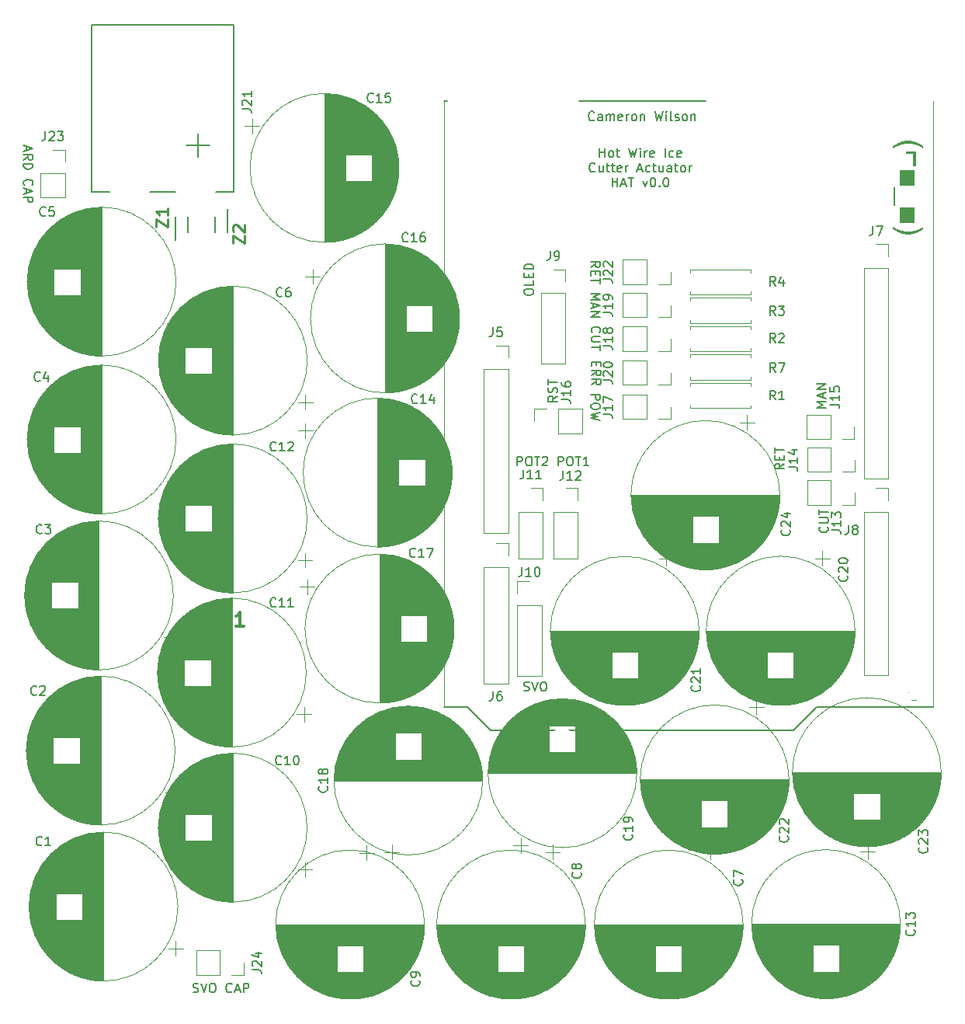
<source format=gbr>
%TF.GenerationSoftware,KiCad,Pcbnew,7.0.7*%
%TF.CreationDate,2023-09-20T14:32:49+02:00*%
%TF.ProjectId,Actuator,41637475-6174-46f7-922e-6b696361645f,v0.0*%
%TF.SameCoordinates,Original*%
%TF.FileFunction,Legend,Top*%
%TF.FilePolarity,Positive*%
%FSLAX46Y46*%
G04 Gerber Fmt 4.6, Leading zero omitted, Abs format (unit mm)*
G04 Created by KiCad (PCBNEW 7.0.7) date 2023-09-20 14:32:49*
%MOMM*%
%LPD*%
G01*
G04 APERTURE LIST*
%ADD10C,0.150000*%
%ADD11C,0.100000*%
%ADD12C,0.254000*%
%ADD13C,0.300000*%
%ADD14C,0.127000*%
%ADD15C,0.120000*%
%ADD16C,0.200000*%
%ADD17R,3.716000X3.716000*%
%ADD18C,3.716000*%
%ADD19O,1.200000X2.400000*%
%ADD20R,1.700000X1.700000*%
%ADD21O,1.700000X1.700000*%
%ADD22C,1.600000*%
%ADD23O,1.600000X1.600000*%
%ADD24R,2.400000X2.400000*%
%ADD25C,2.400000*%
%ADD26R,0.500000X1.075000*%
%ADD27R,1.600000X1.600000*%
G04 APERTURE END LIST*
D10*
X141269000Y-130899000D02*
X174289000Y-130899000D01*
D11*
X189529000Y-128359000D02*
X189529000Y-62319000D01*
D10*
X136189000Y-128359000D02*
X138729000Y-128359000D01*
X174289000Y-130899000D02*
X176829000Y-128359000D01*
X164779000Y-62319000D02*
X150979000Y-62319000D01*
X176829000Y-128359000D02*
X189529000Y-128359000D01*
X136189000Y-62319000D02*
X136529000Y-62319000D01*
X138729000Y-128359000D02*
X141269000Y-130899000D01*
D11*
X136189000Y-62319000D02*
X136189000Y-128359000D01*
D10*
X173319819Y-101791792D02*
X172843628Y-102125125D01*
X173319819Y-102363220D02*
X172319819Y-102363220D01*
X172319819Y-102363220D02*
X172319819Y-101982268D01*
X172319819Y-101982268D02*
X172367438Y-101887030D01*
X172367438Y-101887030D02*
X172415057Y-101839411D01*
X172415057Y-101839411D02*
X172510295Y-101791792D01*
X172510295Y-101791792D02*
X172653152Y-101791792D01*
X172653152Y-101791792D02*
X172748390Y-101839411D01*
X172748390Y-101839411D02*
X172796009Y-101887030D01*
X172796009Y-101887030D02*
X172843628Y-101982268D01*
X172843628Y-101982268D02*
X172843628Y-102363220D01*
X172796009Y-101363220D02*
X172796009Y-101029887D01*
X173319819Y-100887030D02*
X173319819Y-101363220D01*
X173319819Y-101363220D02*
X172319819Y-101363220D01*
X172319819Y-101363220D02*
X172319819Y-100887030D01*
X172319819Y-100601315D02*
X172319819Y-100029887D01*
X173319819Y-100315601D02*
X172319819Y-100315601D01*
X152229180Y-83255779D02*
X153229180Y-83255779D01*
X153229180Y-83255779D02*
X152514895Y-83589112D01*
X152514895Y-83589112D02*
X153229180Y-83922445D01*
X153229180Y-83922445D02*
X152229180Y-83922445D01*
X152514895Y-84351017D02*
X152514895Y-84827207D01*
X152229180Y-84255779D02*
X153229180Y-84589112D01*
X153229180Y-84589112D02*
X152229180Y-84922445D01*
X152229180Y-85255779D02*
X153229180Y-85255779D01*
X153229180Y-85255779D02*
X152229180Y-85827207D01*
X152229180Y-85827207D02*
X153229180Y-85827207D01*
X153190428Y-68408819D02*
X153190428Y-67408819D01*
X153190428Y-67885009D02*
X153761856Y-67885009D01*
X153761856Y-68408819D02*
X153761856Y-67408819D01*
X154380904Y-68408819D02*
X154285666Y-68361200D01*
X154285666Y-68361200D02*
X154238047Y-68313580D01*
X154238047Y-68313580D02*
X154190428Y-68218342D01*
X154190428Y-68218342D02*
X154190428Y-67932628D01*
X154190428Y-67932628D02*
X154238047Y-67837390D01*
X154238047Y-67837390D02*
X154285666Y-67789771D01*
X154285666Y-67789771D02*
X154380904Y-67742152D01*
X154380904Y-67742152D02*
X154523761Y-67742152D01*
X154523761Y-67742152D02*
X154618999Y-67789771D01*
X154618999Y-67789771D02*
X154666618Y-67837390D01*
X154666618Y-67837390D02*
X154714237Y-67932628D01*
X154714237Y-67932628D02*
X154714237Y-68218342D01*
X154714237Y-68218342D02*
X154666618Y-68313580D01*
X154666618Y-68313580D02*
X154618999Y-68361200D01*
X154618999Y-68361200D02*
X154523761Y-68408819D01*
X154523761Y-68408819D02*
X154380904Y-68408819D01*
X154999952Y-67742152D02*
X155380904Y-67742152D01*
X155142809Y-67408819D02*
X155142809Y-68265961D01*
X155142809Y-68265961D02*
X155190428Y-68361200D01*
X155190428Y-68361200D02*
X155285666Y-68408819D01*
X155285666Y-68408819D02*
X155380904Y-68408819D01*
X156380905Y-67408819D02*
X156619000Y-68408819D01*
X156619000Y-68408819D02*
X156809476Y-67694533D01*
X156809476Y-67694533D02*
X156999952Y-68408819D01*
X156999952Y-68408819D02*
X157238048Y-67408819D01*
X157619000Y-68408819D02*
X157619000Y-67742152D01*
X157619000Y-67408819D02*
X157571381Y-67456438D01*
X157571381Y-67456438D02*
X157619000Y-67504057D01*
X157619000Y-67504057D02*
X157666619Y-67456438D01*
X157666619Y-67456438D02*
X157619000Y-67408819D01*
X157619000Y-67408819D02*
X157619000Y-67504057D01*
X158095190Y-68408819D02*
X158095190Y-67742152D01*
X158095190Y-67932628D02*
X158142809Y-67837390D01*
X158142809Y-67837390D02*
X158190428Y-67789771D01*
X158190428Y-67789771D02*
X158285666Y-67742152D01*
X158285666Y-67742152D02*
X158380904Y-67742152D01*
X159095190Y-68361200D02*
X158999952Y-68408819D01*
X158999952Y-68408819D02*
X158809476Y-68408819D01*
X158809476Y-68408819D02*
X158714238Y-68361200D01*
X158714238Y-68361200D02*
X158666619Y-68265961D01*
X158666619Y-68265961D02*
X158666619Y-67885009D01*
X158666619Y-67885009D02*
X158714238Y-67789771D01*
X158714238Y-67789771D02*
X158809476Y-67742152D01*
X158809476Y-67742152D02*
X158999952Y-67742152D01*
X158999952Y-67742152D02*
X159095190Y-67789771D01*
X159095190Y-67789771D02*
X159142809Y-67885009D01*
X159142809Y-67885009D02*
X159142809Y-67980247D01*
X159142809Y-67980247D02*
X158666619Y-68075485D01*
X160333286Y-68408819D02*
X160333286Y-67408819D01*
X161238047Y-68361200D02*
X161142809Y-68408819D01*
X161142809Y-68408819D02*
X160952333Y-68408819D01*
X160952333Y-68408819D02*
X160857095Y-68361200D01*
X160857095Y-68361200D02*
X160809476Y-68313580D01*
X160809476Y-68313580D02*
X160761857Y-68218342D01*
X160761857Y-68218342D02*
X160761857Y-67932628D01*
X160761857Y-67932628D02*
X160809476Y-67837390D01*
X160809476Y-67837390D02*
X160857095Y-67789771D01*
X160857095Y-67789771D02*
X160952333Y-67742152D01*
X160952333Y-67742152D02*
X161142809Y-67742152D01*
X161142809Y-67742152D02*
X161238047Y-67789771D01*
X162047571Y-68361200D02*
X161952333Y-68408819D01*
X161952333Y-68408819D02*
X161761857Y-68408819D01*
X161761857Y-68408819D02*
X161666619Y-68361200D01*
X161666619Y-68361200D02*
X161619000Y-68265961D01*
X161619000Y-68265961D02*
X161619000Y-67885009D01*
X161619000Y-67885009D02*
X161666619Y-67789771D01*
X161666619Y-67789771D02*
X161761857Y-67742152D01*
X161761857Y-67742152D02*
X161952333Y-67742152D01*
X161952333Y-67742152D02*
X162047571Y-67789771D01*
X162047571Y-67789771D02*
X162095190Y-67885009D01*
X162095190Y-67885009D02*
X162095190Y-67980247D01*
X162095190Y-67980247D02*
X161619000Y-68075485D01*
X152690426Y-69923580D02*
X152642807Y-69971200D01*
X152642807Y-69971200D02*
X152499950Y-70018819D01*
X152499950Y-70018819D02*
X152404712Y-70018819D01*
X152404712Y-70018819D02*
X152261855Y-69971200D01*
X152261855Y-69971200D02*
X152166617Y-69875961D01*
X152166617Y-69875961D02*
X152118998Y-69780723D01*
X152118998Y-69780723D02*
X152071379Y-69590247D01*
X152071379Y-69590247D02*
X152071379Y-69447390D01*
X152071379Y-69447390D02*
X152118998Y-69256914D01*
X152118998Y-69256914D02*
X152166617Y-69161676D01*
X152166617Y-69161676D02*
X152261855Y-69066438D01*
X152261855Y-69066438D02*
X152404712Y-69018819D01*
X152404712Y-69018819D02*
X152499950Y-69018819D01*
X152499950Y-69018819D02*
X152642807Y-69066438D01*
X152642807Y-69066438D02*
X152690426Y-69114057D01*
X153547569Y-69352152D02*
X153547569Y-70018819D01*
X153118998Y-69352152D02*
X153118998Y-69875961D01*
X153118998Y-69875961D02*
X153166617Y-69971200D01*
X153166617Y-69971200D02*
X153261855Y-70018819D01*
X153261855Y-70018819D02*
X153404712Y-70018819D01*
X153404712Y-70018819D02*
X153499950Y-69971200D01*
X153499950Y-69971200D02*
X153547569Y-69923580D01*
X153880903Y-69352152D02*
X154261855Y-69352152D01*
X154023760Y-69018819D02*
X154023760Y-69875961D01*
X154023760Y-69875961D02*
X154071379Y-69971200D01*
X154071379Y-69971200D02*
X154166617Y-70018819D01*
X154166617Y-70018819D02*
X154261855Y-70018819D01*
X154452332Y-69352152D02*
X154833284Y-69352152D01*
X154595189Y-69018819D02*
X154595189Y-69875961D01*
X154595189Y-69875961D02*
X154642808Y-69971200D01*
X154642808Y-69971200D02*
X154738046Y-70018819D01*
X154738046Y-70018819D02*
X154833284Y-70018819D01*
X155547570Y-69971200D02*
X155452332Y-70018819D01*
X155452332Y-70018819D02*
X155261856Y-70018819D01*
X155261856Y-70018819D02*
X155166618Y-69971200D01*
X155166618Y-69971200D02*
X155118999Y-69875961D01*
X155118999Y-69875961D02*
X155118999Y-69495009D01*
X155118999Y-69495009D02*
X155166618Y-69399771D01*
X155166618Y-69399771D02*
X155261856Y-69352152D01*
X155261856Y-69352152D02*
X155452332Y-69352152D01*
X155452332Y-69352152D02*
X155547570Y-69399771D01*
X155547570Y-69399771D02*
X155595189Y-69495009D01*
X155595189Y-69495009D02*
X155595189Y-69590247D01*
X155595189Y-69590247D02*
X155118999Y-69685485D01*
X156023761Y-70018819D02*
X156023761Y-69352152D01*
X156023761Y-69542628D02*
X156071380Y-69447390D01*
X156071380Y-69447390D02*
X156118999Y-69399771D01*
X156118999Y-69399771D02*
X156214237Y-69352152D01*
X156214237Y-69352152D02*
X156309475Y-69352152D01*
X157357095Y-69733104D02*
X157833285Y-69733104D01*
X157261857Y-70018819D02*
X157595190Y-69018819D01*
X157595190Y-69018819D02*
X157928523Y-70018819D01*
X158690428Y-69971200D02*
X158595190Y-70018819D01*
X158595190Y-70018819D02*
X158404714Y-70018819D01*
X158404714Y-70018819D02*
X158309476Y-69971200D01*
X158309476Y-69971200D02*
X158261857Y-69923580D01*
X158261857Y-69923580D02*
X158214238Y-69828342D01*
X158214238Y-69828342D02*
X158214238Y-69542628D01*
X158214238Y-69542628D02*
X158261857Y-69447390D01*
X158261857Y-69447390D02*
X158309476Y-69399771D01*
X158309476Y-69399771D02*
X158404714Y-69352152D01*
X158404714Y-69352152D02*
X158595190Y-69352152D01*
X158595190Y-69352152D02*
X158690428Y-69399771D01*
X158976143Y-69352152D02*
X159357095Y-69352152D01*
X159119000Y-69018819D02*
X159119000Y-69875961D01*
X159119000Y-69875961D02*
X159166619Y-69971200D01*
X159166619Y-69971200D02*
X159261857Y-70018819D01*
X159261857Y-70018819D02*
X159357095Y-70018819D01*
X160119000Y-69352152D02*
X160119000Y-70018819D01*
X159690429Y-69352152D02*
X159690429Y-69875961D01*
X159690429Y-69875961D02*
X159738048Y-69971200D01*
X159738048Y-69971200D02*
X159833286Y-70018819D01*
X159833286Y-70018819D02*
X159976143Y-70018819D01*
X159976143Y-70018819D02*
X160071381Y-69971200D01*
X160071381Y-69971200D02*
X160119000Y-69923580D01*
X161023762Y-70018819D02*
X161023762Y-69495009D01*
X161023762Y-69495009D02*
X160976143Y-69399771D01*
X160976143Y-69399771D02*
X160880905Y-69352152D01*
X160880905Y-69352152D02*
X160690429Y-69352152D01*
X160690429Y-69352152D02*
X160595191Y-69399771D01*
X161023762Y-69971200D02*
X160928524Y-70018819D01*
X160928524Y-70018819D02*
X160690429Y-70018819D01*
X160690429Y-70018819D02*
X160595191Y-69971200D01*
X160595191Y-69971200D02*
X160547572Y-69875961D01*
X160547572Y-69875961D02*
X160547572Y-69780723D01*
X160547572Y-69780723D02*
X160595191Y-69685485D01*
X160595191Y-69685485D02*
X160690429Y-69637866D01*
X160690429Y-69637866D02*
X160928524Y-69637866D01*
X160928524Y-69637866D02*
X161023762Y-69590247D01*
X161357096Y-69352152D02*
X161738048Y-69352152D01*
X161499953Y-69018819D02*
X161499953Y-69875961D01*
X161499953Y-69875961D02*
X161547572Y-69971200D01*
X161547572Y-69971200D02*
X161642810Y-70018819D01*
X161642810Y-70018819D02*
X161738048Y-70018819D01*
X162214239Y-70018819D02*
X162119001Y-69971200D01*
X162119001Y-69971200D02*
X162071382Y-69923580D01*
X162071382Y-69923580D02*
X162023763Y-69828342D01*
X162023763Y-69828342D02*
X162023763Y-69542628D01*
X162023763Y-69542628D02*
X162071382Y-69447390D01*
X162071382Y-69447390D02*
X162119001Y-69399771D01*
X162119001Y-69399771D02*
X162214239Y-69352152D01*
X162214239Y-69352152D02*
X162357096Y-69352152D01*
X162357096Y-69352152D02*
X162452334Y-69399771D01*
X162452334Y-69399771D02*
X162499953Y-69447390D01*
X162499953Y-69447390D02*
X162547572Y-69542628D01*
X162547572Y-69542628D02*
X162547572Y-69828342D01*
X162547572Y-69828342D02*
X162499953Y-69923580D01*
X162499953Y-69923580D02*
X162452334Y-69971200D01*
X162452334Y-69971200D02*
X162357096Y-70018819D01*
X162357096Y-70018819D02*
X162214239Y-70018819D01*
X162976144Y-70018819D02*
X162976144Y-69352152D01*
X162976144Y-69542628D02*
X163023763Y-69447390D01*
X163023763Y-69447390D02*
X163071382Y-69399771D01*
X163071382Y-69399771D02*
X163166620Y-69352152D01*
X163166620Y-69352152D02*
X163261858Y-69352152D01*
X154571381Y-71628819D02*
X154571381Y-70628819D01*
X154571381Y-71105009D02*
X155142809Y-71105009D01*
X155142809Y-71628819D02*
X155142809Y-70628819D01*
X155571381Y-71343104D02*
X156047571Y-71343104D01*
X155476143Y-71628819D02*
X155809476Y-70628819D01*
X155809476Y-70628819D02*
X156142809Y-71628819D01*
X156333286Y-70628819D02*
X156904714Y-70628819D01*
X156619000Y-71628819D02*
X156619000Y-70628819D01*
X157904715Y-70962152D02*
X158142810Y-71628819D01*
X158142810Y-71628819D02*
X158380905Y-70962152D01*
X158952334Y-70628819D02*
X159047572Y-70628819D01*
X159047572Y-70628819D02*
X159142810Y-70676438D01*
X159142810Y-70676438D02*
X159190429Y-70724057D01*
X159190429Y-70724057D02*
X159238048Y-70819295D01*
X159238048Y-70819295D02*
X159285667Y-71009771D01*
X159285667Y-71009771D02*
X159285667Y-71247866D01*
X159285667Y-71247866D02*
X159238048Y-71438342D01*
X159238048Y-71438342D02*
X159190429Y-71533580D01*
X159190429Y-71533580D02*
X159142810Y-71581200D01*
X159142810Y-71581200D02*
X159047572Y-71628819D01*
X159047572Y-71628819D02*
X158952334Y-71628819D01*
X158952334Y-71628819D02*
X158857096Y-71581200D01*
X158857096Y-71581200D02*
X158809477Y-71533580D01*
X158809477Y-71533580D02*
X158761858Y-71438342D01*
X158761858Y-71438342D02*
X158714239Y-71247866D01*
X158714239Y-71247866D02*
X158714239Y-71009771D01*
X158714239Y-71009771D02*
X158761858Y-70819295D01*
X158761858Y-70819295D02*
X158809477Y-70724057D01*
X158809477Y-70724057D02*
X158857096Y-70676438D01*
X158857096Y-70676438D02*
X158952334Y-70628819D01*
X159714239Y-71533580D02*
X159761858Y-71581200D01*
X159761858Y-71581200D02*
X159714239Y-71628819D01*
X159714239Y-71628819D02*
X159666620Y-71581200D01*
X159666620Y-71581200D02*
X159714239Y-71533580D01*
X159714239Y-71533580D02*
X159714239Y-71628819D01*
X160380905Y-70628819D02*
X160476143Y-70628819D01*
X160476143Y-70628819D02*
X160571381Y-70676438D01*
X160571381Y-70676438D02*
X160619000Y-70724057D01*
X160619000Y-70724057D02*
X160666619Y-70819295D01*
X160666619Y-70819295D02*
X160714238Y-71009771D01*
X160714238Y-71009771D02*
X160714238Y-71247866D01*
X160714238Y-71247866D02*
X160666619Y-71438342D01*
X160666619Y-71438342D02*
X160619000Y-71533580D01*
X160619000Y-71533580D02*
X160571381Y-71581200D01*
X160571381Y-71581200D02*
X160476143Y-71628819D01*
X160476143Y-71628819D02*
X160380905Y-71628819D01*
X160380905Y-71628819D02*
X160285667Y-71581200D01*
X160285667Y-71581200D02*
X160238048Y-71533580D01*
X160238048Y-71533580D02*
X160190429Y-71438342D01*
X160190429Y-71438342D02*
X160142810Y-71247866D01*
X160142810Y-71247866D02*
X160142810Y-71009771D01*
X160142810Y-71009771D02*
X160190429Y-70819295D01*
X160190429Y-70819295D02*
X160238048Y-70724057D01*
X160238048Y-70724057D02*
X160285667Y-70676438D01*
X160285667Y-70676438D02*
X160380905Y-70628819D01*
X144969819Y-83172744D02*
X144969819Y-82982268D01*
X144969819Y-82982268D02*
X145017438Y-82887030D01*
X145017438Y-82887030D02*
X145112676Y-82791792D01*
X145112676Y-82791792D02*
X145303152Y-82744173D01*
X145303152Y-82744173D02*
X145636485Y-82744173D01*
X145636485Y-82744173D02*
X145826961Y-82791792D01*
X145826961Y-82791792D02*
X145922200Y-82887030D01*
X145922200Y-82887030D02*
X145969819Y-82982268D01*
X145969819Y-82982268D02*
X145969819Y-83172744D01*
X145969819Y-83172744D02*
X145922200Y-83267982D01*
X145922200Y-83267982D02*
X145826961Y-83363220D01*
X145826961Y-83363220D02*
X145636485Y-83410839D01*
X145636485Y-83410839D02*
X145303152Y-83410839D01*
X145303152Y-83410839D02*
X145112676Y-83363220D01*
X145112676Y-83363220D02*
X145017438Y-83267982D01*
X145017438Y-83267982D02*
X144969819Y-83172744D01*
X145969819Y-81839411D02*
X145969819Y-82315601D01*
X145969819Y-82315601D02*
X144969819Y-82315601D01*
X145446009Y-81506077D02*
X145446009Y-81172744D01*
X145969819Y-81029887D02*
X145969819Y-81506077D01*
X145969819Y-81506077D02*
X144969819Y-81506077D01*
X144969819Y-81506077D02*
X144969819Y-81029887D01*
X145969819Y-80601315D02*
X144969819Y-80601315D01*
X144969819Y-80601315D02*
X144969819Y-80363220D01*
X144969819Y-80363220D02*
X145017438Y-80220363D01*
X145017438Y-80220363D02*
X145112676Y-80125125D01*
X145112676Y-80125125D02*
X145207914Y-80077506D01*
X145207914Y-80077506D02*
X145398390Y-80029887D01*
X145398390Y-80029887D02*
X145541247Y-80029887D01*
X145541247Y-80029887D02*
X145731723Y-80077506D01*
X145731723Y-80077506D02*
X145826961Y-80125125D01*
X145826961Y-80125125D02*
X145922200Y-80220363D01*
X145922200Y-80220363D02*
X145969819Y-80363220D01*
X145969819Y-80363220D02*
X145969819Y-80601315D01*
X152852990Y-90715779D02*
X152852990Y-91049112D01*
X152329180Y-91191969D02*
X152329180Y-90715779D01*
X152329180Y-90715779D02*
X153329180Y-90715779D01*
X153329180Y-90715779D02*
X153329180Y-91191969D01*
X152329180Y-92191969D02*
X152805371Y-91858636D01*
X152329180Y-91620541D02*
X153329180Y-91620541D01*
X153329180Y-91620541D02*
X153329180Y-92001493D01*
X153329180Y-92001493D02*
X153281561Y-92096731D01*
X153281561Y-92096731D02*
X153233942Y-92144350D01*
X153233942Y-92144350D02*
X153138704Y-92191969D01*
X153138704Y-92191969D02*
X152995847Y-92191969D01*
X152995847Y-92191969D02*
X152900609Y-92144350D01*
X152900609Y-92144350D02*
X152852990Y-92096731D01*
X152852990Y-92096731D02*
X152805371Y-92001493D01*
X152805371Y-92001493D02*
X152805371Y-91620541D01*
X152329180Y-93191969D02*
X152805371Y-92858636D01*
X152329180Y-92620541D02*
X153329180Y-92620541D01*
X153329180Y-92620541D02*
X153329180Y-93001493D01*
X153329180Y-93001493D02*
X153281561Y-93096731D01*
X153281561Y-93096731D02*
X153233942Y-93144350D01*
X153233942Y-93144350D02*
X153138704Y-93191969D01*
X153138704Y-93191969D02*
X152995847Y-93191969D01*
X152995847Y-93191969D02*
X152900609Y-93144350D01*
X152900609Y-93144350D02*
X152852990Y-93096731D01*
X152852990Y-93096731D02*
X152805371Y-93001493D01*
X152805371Y-93001493D02*
X152805371Y-92620541D01*
X148569819Y-94441792D02*
X148093628Y-94775125D01*
X148569819Y-95013220D02*
X147569819Y-95013220D01*
X147569819Y-95013220D02*
X147569819Y-94632268D01*
X147569819Y-94632268D02*
X147617438Y-94537030D01*
X147617438Y-94537030D02*
X147665057Y-94489411D01*
X147665057Y-94489411D02*
X147760295Y-94441792D01*
X147760295Y-94441792D02*
X147903152Y-94441792D01*
X147903152Y-94441792D02*
X147998390Y-94489411D01*
X147998390Y-94489411D02*
X148046009Y-94537030D01*
X148046009Y-94537030D02*
X148093628Y-94632268D01*
X148093628Y-94632268D02*
X148093628Y-95013220D01*
X148522200Y-94060839D02*
X148569819Y-93917982D01*
X148569819Y-93917982D02*
X148569819Y-93679887D01*
X148569819Y-93679887D02*
X148522200Y-93584649D01*
X148522200Y-93584649D02*
X148474580Y-93537030D01*
X148474580Y-93537030D02*
X148379342Y-93489411D01*
X148379342Y-93489411D02*
X148284104Y-93489411D01*
X148284104Y-93489411D02*
X148188866Y-93537030D01*
X148188866Y-93537030D02*
X148141247Y-93584649D01*
X148141247Y-93584649D02*
X148093628Y-93679887D01*
X148093628Y-93679887D02*
X148046009Y-93870363D01*
X148046009Y-93870363D02*
X147998390Y-93965601D01*
X147998390Y-93965601D02*
X147950771Y-94013220D01*
X147950771Y-94013220D02*
X147855533Y-94060839D01*
X147855533Y-94060839D02*
X147760295Y-94060839D01*
X147760295Y-94060839D02*
X147665057Y-94013220D01*
X147665057Y-94013220D02*
X147617438Y-93965601D01*
X147617438Y-93965601D02*
X147569819Y-93870363D01*
X147569819Y-93870363D02*
X147569819Y-93632268D01*
X147569819Y-93632268D02*
X147617438Y-93489411D01*
X147569819Y-93203696D02*
X147569819Y-92632268D01*
X148569819Y-92917982D02*
X147569819Y-92917982D01*
X144928160Y-126531200D02*
X145071017Y-126578819D01*
X145071017Y-126578819D02*
X145309112Y-126578819D01*
X145309112Y-126578819D02*
X145404350Y-126531200D01*
X145404350Y-126531200D02*
X145451969Y-126483580D01*
X145451969Y-126483580D02*
X145499588Y-126388342D01*
X145499588Y-126388342D02*
X145499588Y-126293104D01*
X145499588Y-126293104D02*
X145451969Y-126197866D01*
X145451969Y-126197866D02*
X145404350Y-126150247D01*
X145404350Y-126150247D02*
X145309112Y-126102628D01*
X145309112Y-126102628D02*
X145118636Y-126055009D01*
X145118636Y-126055009D02*
X145023398Y-126007390D01*
X145023398Y-126007390D02*
X144975779Y-125959771D01*
X144975779Y-125959771D02*
X144928160Y-125864533D01*
X144928160Y-125864533D02*
X144928160Y-125769295D01*
X144928160Y-125769295D02*
X144975779Y-125674057D01*
X144975779Y-125674057D02*
X145023398Y-125626438D01*
X145023398Y-125626438D02*
X145118636Y-125578819D01*
X145118636Y-125578819D02*
X145356731Y-125578819D01*
X145356731Y-125578819D02*
X145499588Y-125626438D01*
X145785303Y-125578819D02*
X146118636Y-126578819D01*
X146118636Y-126578819D02*
X146451969Y-125578819D01*
X146975779Y-125578819D02*
X147166255Y-125578819D01*
X147166255Y-125578819D02*
X147261493Y-125626438D01*
X147261493Y-125626438D02*
X147356731Y-125721676D01*
X147356731Y-125721676D02*
X147404350Y-125912152D01*
X147404350Y-125912152D02*
X147404350Y-126245485D01*
X147404350Y-126245485D02*
X147356731Y-126435961D01*
X147356731Y-126435961D02*
X147261493Y-126531200D01*
X147261493Y-126531200D02*
X147166255Y-126578819D01*
X147166255Y-126578819D02*
X146975779Y-126578819D01*
X146975779Y-126578819D02*
X146880541Y-126531200D01*
X146880541Y-126531200D02*
X146785303Y-126435961D01*
X146785303Y-126435961D02*
X146737684Y-126245485D01*
X146737684Y-126245485D02*
X146737684Y-125912152D01*
X146737684Y-125912152D02*
X146785303Y-125721676D01*
X146785303Y-125721676D02*
X146880541Y-125626438D01*
X146880541Y-125626438D02*
X146975779Y-125578819D01*
X152259180Y-94265779D02*
X153259180Y-94265779D01*
X153259180Y-94265779D02*
X153259180Y-94646731D01*
X153259180Y-94646731D02*
X153211561Y-94741969D01*
X153211561Y-94741969D02*
X153163942Y-94789588D01*
X153163942Y-94789588D02*
X153068704Y-94837207D01*
X153068704Y-94837207D02*
X152925847Y-94837207D01*
X152925847Y-94837207D02*
X152830609Y-94789588D01*
X152830609Y-94789588D02*
X152782990Y-94741969D01*
X152782990Y-94741969D02*
X152735371Y-94646731D01*
X152735371Y-94646731D02*
X152735371Y-94265779D01*
X153259180Y-95456255D02*
X153259180Y-95646731D01*
X153259180Y-95646731D02*
X153211561Y-95741969D01*
X153211561Y-95741969D02*
X153116323Y-95837207D01*
X153116323Y-95837207D02*
X152925847Y-95884826D01*
X152925847Y-95884826D02*
X152592514Y-95884826D01*
X152592514Y-95884826D02*
X152402038Y-95837207D01*
X152402038Y-95837207D02*
X152306800Y-95741969D01*
X152306800Y-95741969D02*
X152259180Y-95646731D01*
X152259180Y-95646731D02*
X152259180Y-95456255D01*
X152259180Y-95456255D02*
X152306800Y-95361017D01*
X152306800Y-95361017D02*
X152402038Y-95265779D01*
X152402038Y-95265779D02*
X152592514Y-95218160D01*
X152592514Y-95218160D02*
X152925847Y-95218160D01*
X152925847Y-95218160D02*
X153116323Y-95265779D01*
X153116323Y-95265779D02*
X153211561Y-95361017D01*
X153211561Y-95361017D02*
X153259180Y-95456255D01*
X153259180Y-96218160D02*
X152259180Y-96456255D01*
X152259180Y-96456255D02*
X152973466Y-96646731D01*
X152973466Y-96646731D02*
X152259180Y-96837207D01*
X152259180Y-96837207D02*
X153259180Y-97075303D01*
X108838160Y-159381200D02*
X108981017Y-159428819D01*
X108981017Y-159428819D02*
X109219112Y-159428819D01*
X109219112Y-159428819D02*
X109314350Y-159381200D01*
X109314350Y-159381200D02*
X109361969Y-159333580D01*
X109361969Y-159333580D02*
X109409588Y-159238342D01*
X109409588Y-159238342D02*
X109409588Y-159143104D01*
X109409588Y-159143104D02*
X109361969Y-159047866D01*
X109361969Y-159047866D02*
X109314350Y-159000247D01*
X109314350Y-159000247D02*
X109219112Y-158952628D01*
X109219112Y-158952628D02*
X109028636Y-158905009D01*
X109028636Y-158905009D02*
X108933398Y-158857390D01*
X108933398Y-158857390D02*
X108885779Y-158809771D01*
X108885779Y-158809771D02*
X108838160Y-158714533D01*
X108838160Y-158714533D02*
X108838160Y-158619295D01*
X108838160Y-158619295D02*
X108885779Y-158524057D01*
X108885779Y-158524057D02*
X108933398Y-158476438D01*
X108933398Y-158476438D02*
X109028636Y-158428819D01*
X109028636Y-158428819D02*
X109266731Y-158428819D01*
X109266731Y-158428819D02*
X109409588Y-158476438D01*
X109695303Y-158428819D02*
X110028636Y-159428819D01*
X110028636Y-159428819D02*
X110361969Y-158428819D01*
X110885779Y-158428819D02*
X111076255Y-158428819D01*
X111076255Y-158428819D02*
X111171493Y-158476438D01*
X111171493Y-158476438D02*
X111266731Y-158571676D01*
X111266731Y-158571676D02*
X111314350Y-158762152D01*
X111314350Y-158762152D02*
X111314350Y-159095485D01*
X111314350Y-159095485D02*
X111266731Y-159285961D01*
X111266731Y-159285961D02*
X111171493Y-159381200D01*
X111171493Y-159381200D02*
X111076255Y-159428819D01*
X111076255Y-159428819D02*
X110885779Y-159428819D01*
X110885779Y-159428819D02*
X110790541Y-159381200D01*
X110790541Y-159381200D02*
X110695303Y-159285961D01*
X110695303Y-159285961D02*
X110647684Y-159095485D01*
X110647684Y-159095485D02*
X110647684Y-158762152D01*
X110647684Y-158762152D02*
X110695303Y-158571676D01*
X110695303Y-158571676D02*
X110790541Y-158476438D01*
X110790541Y-158476438D02*
X110885779Y-158428819D01*
X113076255Y-159333580D02*
X113028636Y-159381200D01*
X113028636Y-159381200D02*
X112885779Y-159428819D01*
X112885779Y-159428819D02*
X112790541Y-159428819D01*
X112790541Y-159428819D02*
X112647684Y-159381200D01*
X112647684Y-159381200D02*
X112552446Y-159285961D01*
X112552446Y-159285961D02*
X112504827Y-159190723D01*
X112504827Y-159190723D02*
X112457208Y-159000247D01*
X112457208Y-159000247D02*
X112457208Y-158857390D01*
X112457208Y-158857390D02*
X112504827Y-158666914D01*
X112504827Y-158666914D02*
X112552446Y-158571676D01*
X112552446Y-158571676D02*
X112647684Y-158476438D01*
X112647684Y-158476438D02*
X112790541Y-158428819D01*
X112790541Y-158428819D02*
X112885779Y-158428819D01*
X112885779Y-158428819D02*
X113028636Y-158476438D01*
X113028636Y-158476438D02*
X113076255Y-158524057D01*
X113457208Y-159143104D02*
X113933398Y-159143104D01*
X113361970Y-159428819D02*
X113695303Y-158428819D01*
X113695303Y-158428819D02*
X114028636Y-159428819D01*
X114361970Y-159428819D02*
X114361970Y-158428819D01*
X114361970Y-158428819D02*
X114742922Y-158428819D01*
X114742922Y-158428819D02*
X114838160Y-158476438D01*
X114838160Y-158476438D02*
X114885779Y-158524057D01*
X114885779Y-158524057D02*
X114933398Y-158619295D01*
X114933398Y-158619295D02*
X114933398Y-158762152D01*
X114933398Y-158762152D02*
X114885779Y-158857390D01*
X114885779Y-158857390D02*
X114838160Y-158905009D01*
X114838160Y-158905009D02*
X114742922Y-158952628D01*
X114742922Y-158952628D02*
X114361970Y-158952628D01*
G36*
X185182501Y-67222487D02*
G01*
X185202912Y-67206574D01*
X185223538Y-67190814D01*
X185244381Y-67175209D01*
X185265439Y-67159757D01*
X185286713Y-67144459D01*
X185308203Y-67129315D01*
X185329909Y-67114325D01*
X185351830Y-67099488D01*
X185373968Y-67084806D01*
X185396321Y-67070277D01*
X185418890Y-67055902D01*
X185441675Y-67041681D01*
X185464676Y-67027614D01*
X185487893Y-67013700D01*
X185511326Y-66999941D01*
X185534974Y-66986335D01*
X185558839Y-66972883D01*
X185582919Y-66959585D01*
X185607215Y-66946441D01*
X185631727Y-66933451D01*
X185656455Y-66920614D01*
X185681398Y-66907932D01*
X185706558Y-66895403D01*
X185731933Y-66883028D01*
X185757524Y-66870807D01*
X185783331Y-66858740D01*
X185809354Y-66846826D01*
X185835593Y-66835067D01*
X185862048Y-66823461D01*
X185888718Y-66812009D01*
X185915605Y-66800711D01*
X185942707Y-66789567D01*
X185969985Y-66778710D01*
X185997323Y-66768198D01*
X186024720Y-66758031D01*
X186052178Y-66748208D01*
X186079694Y-66738730D01*
X186107270Y-66729596D01*
X186134906Y-66720807D01*
X186162602Y-66712363D01*
X186190357Y-66704264D01*
X186218172Y-66696509D01*
X186246046Y-66689099D01*
X186273981Y-66682033D01*
X186301974Y-66675312D01*
X186330028Y-66668936D01*
X186358141Y-66662905D01*
X186386313Y-66657218D01*
X186414545Y-66651876D01*
X186442837Y-66646878D01*
X186471189Y-66642225D01*
X186499600Y-66637917D01*
X186528071Y-66633953D01*
X186556601Y-66630334D01*
X186585191Y-66627060D01*
X186613841Y-66624130D01*
X186642550Y-66621546D01*
X186671319Y-66619305D01*
X186700147Y-66617410D01*
X186729036Y-66615859D01*
X186757983Y-66614652D01*
X186786991Y-66613791D01*
X186816058Y-66613274D01*
X186845184Y-66613101D01*
X186870835Y-66613230D01*
X186896418Y-66613617D01*
X186921935Y-66614261D01*
X186947385Y-66615162D01*
X186972768Y-66616321D01*
X186998084Y-66617738D01*
X187023334Y-66619413D01*
X187048517Y-66621345D01*
X187073633Y-66623534D01*
X187098682Y-66625981D01*
X187123664Y-66628686D01*
X187148580Y-66631649D01*
X187173429Y-66634869D01*
X187198211Y-66638346D01*
X187222926Y-66642081D01*
X187247575Y-66646074D01*
X187272156Y-66650325D01*
X187296671Y-66654833D01*
X187321119Y-66659598D01*
X187345501Y-66664621D01*
X187369815Y-66669902D01*
X187394063Y-66675441D01*
X187418244Y-66681237D01*
X187442358Y-66687290D01*
X187466406Y-66693601D01*
X187490386Y-66700170D01*
X187514300Y-66706997D01*
X187538147Y-66714081D01*
X187561927Y-66721422D01*
X187585641Y-66729021D01*
X187609288Y-66736878D01*
X187632868Y-66744993D01*
X187660226Y-66754812D01*
X187687577Y-66764961D01*
X187714919Y-66775439D01*
X187742252Y-66786247D01*
X187769577Y-66797383D01*
X187796894Y-66808849D01*
X187824203Y-66820643D01*
X187851503Y-66832767D01*
X187878795Y-66845220D01*
X187906079Y-66858003D01*
X187933354Y-66871114D01*
X187960621Y-66884554D01*
X187987879Y-66898324D01*
X188015129Y-66912423D01*
X188042371Y-66926851D01*
X188069604Y-66941608D01*
X188096829Y-66956694D01*
X188124046Y-66972110D01*
X188151255Y-66987854D01*
X188178455Y-67003928D01*
X188205646Y-67020331D01*
X188232830Y-67037063D01*
X188260005Y-67054124D01*
X188287171Y-67071515D01*
X188314330Y-67089234D01*
X188341480Y-67107283D01*
X188368621Y-67125661D01*
X188395754Y-67144368D01*
X188422879Y-67163404D01*
X188449996Y-67182769D01*
X188477104Y-67202464D01*
X188504204Y-67222487D01*
X188504204Y-67444138D01*
X188481927Y-67431299D01*
X188460052Y-67418735D01*
X188438579Y-67406446D01*
X188396838Y-67382689D01*
X188356705Y-67360030D01*
X188318179Y-67338468D01*
X188281261Y-67318003D01*
X188245951Y-67298635D01*
X188212248Y-67280365D01*
X188180153Y-67263192D01*
X188149666Y-67247116D01*
X188120786Y-67232137D01*
X188093514Y-67218255D01*
X188067849Y-67205470D01*
X188043792Y-67193783D01*
X188021343Y-67183193D01*
X187990683Y-67169364D01*
X187960833Y-67156413D01*
X187930815Y-67143814D01*
X187900631Y-67131569D01*
X187870279Y-67119676D01*
X187839761Y-67108137D01*
X187809075Y-67096950D01*
X187778223Y-67086117D01*
X187747204Y-67075636D01*
X187716018Y-67065509D01*
X187684664Y-67055734D01*
X187653144Y-67046313D01*
X187621457Y-67037244D01*
X187589603Y-67028529D01*
X187557582Y-67020166D01*
X187525394Y-67012157D01*
X187493039Y-67004501D01*
X187452648Y-66995554D01*
X187412229Y-66987184D01*
X187371781Y-66979392D01*
X187331304Y-66972177D01*
X187290799Y-66965539D01*
X187250265Y-66959478D01*
X187209703Y-66953994D01*
X187169112Y-66949088D01*
X187128492Y-66944759D01*
X187087844Y-66941007D01*
X187047167Y-66937832D01*
X187006461Y-66935235D01*
X186965727Y-66933215D01*
X186924964Y-66931772D01*
X186884173Y-66930906D01*
X186843353Y-66930617D01*
X186791414Y-66931119D01*
X186739478Y-66932623D01*
X186687544Y-66935130D01*
X186635613Y-66938641D01*
X186583684Y-66943154D01*
X186531757Y-66948671D01*
X186479833Y-66955190D01*
X186427911Y-66962712D01*
X186375991Y-66971237D01*
X186324074Y-66980766D01*
X186272159Y-66991297D01*
X186220247Y-67002831D01*
X186168337Y-67015368D01*
X186116430Y-67028908D01*
X186064524Y-67043451D01*
X186012622Y-67058997D01*
X185960721Y-67075546D01*
X185908823Y-67093098D01*
X185856928Y-67111653D01*
X185805034Y-67131211D01*
X185753143Y-67151772D01*
X185701255Y-67173336D01*
X185649369Y-67195903D01*
X185597485Y-67219472D01*
X185545604Y-67244045D01*
X185493725Y-67269621D01*
X185441848Y-67296200D01*
X185389974Y-67323781D01*
X185338102Y-67352366D01*
X185286233Y-67381954D01*
X185234366Y-67412544D01*
X185182501Y-67444138D01*
X185182501Y-67222487D01*
G37*
G36*
X186638799Y-67759211D02*
G01*
X187683548Y-67759211D01*
X187683548Y-69421284D01*
X187390457Y-69421284D01*
X187390457Y-68051081D01*
X186638799Y-68051081D01*
X186638799Y-67759211D01*
G37*
G36*
X187546161Y-69857868D02*
G01*
X187546161Y-71479030D01*
X185925000Y-71479030D01*
X185925000Y-69857868D01*
X187546161Y-69857868D01*
G37*
G36*
X185232571Y-71666486D02*
G01*
X185456053Y-71666486D01*
X185456053Y-73715073D01*
X185232571Y-73715073D01*
X185232571Y-71666486D01*
G37*
G36*
X187546161Y-73917184D02*
G01*
X187546161Y-75538346D01*
X185925000Y-75538346D01*
X185925000Y-73917184D01*
X187546161Y-73917184D01*
G37*
G36*
X185182501Y-76213677D02*
G01*
X185182501Y-75992027D01*
X185234366Y-76023620D01*
X185286233Y-76054211D01*
X185338102Y-76083798D01*
X185389974Y-76112383D01*
X185441848Y-76139965D01*
X185493725Y-76166543D01*
X185545604Y-76192119D01*
X185597485Y-76216692D01*
X185649369Y-76240262D01*
X185701255Y-76262829D01*
X185753143Y-76284392D01*
X185805034Y-76304953D01*
X185856928Y-76324511D01*
X185908823Y-76343066D01*
X185960721Y-76360618D01*
X186012622Y-76377167D01*
X186064524Y-76392713D01*
X186116430Y-76407256D01*
X186168337Y-76420796D01*
X186220247Y-76433333D01*
X186272159Y-76444868D01*
X186324074Y-76455399D01*
X186375991Y-76464927D01*
X186427911Y-76473452D01*
X186479833Y-76480975D01*
X186531757Y-76487494D01*
X186583684Y-76493010D01*
X186635613Y-76497524D01*
X186687544Y-76501034D01*
X186739478Y-76503541D01*
X186791414Y-76505046D01*
X186843353Y-76505547D01*
X186883939Y-76505259D01*
X186924487Y-76504393D01*
X186964997Y-76502950D01*
X187005469Y-76500930D01*
X187045902Y-76498332D01*
X187086298Y-76495157D01*
X187126655Y-76491406D01*
X187166974Y-76487076D01*
X187207255Y-76482170D01*
X187247498Y-76476687D01*
X187287703Y-76470626D01*
X187327869Y-76463988D01*
X187367998Y-76456773D01*
X187408088Y-76448980D01*
X187448140Y-76440611D01*
X187488154Y-76431664D01*
X187520437Y-76424158D01*
X187552563Y-76416294D01*
X187584532Y-76408072D01*
X187616343Y-76399492D01*
X187647997Y-76390555D01*
X187679493Y-76381260D01*
X187710832Y-76371607D01*
X187742014Y-76361597D01*
X187773038Y-76351228D01*
X187803904Y-76340502D01*
X187834614Y-76329418D01*
X187865165Y-76317976D01*
X187895560Y-76306177D01*
X187925797Y-76294020D01*
X187955876Y-76281505D01*
X187985799Y-76268632D01*
X188016812Y-76254788D01*
X188039510Y-76244169D01*
X188063824Y-76232438D01*
X188089756Y-76219597D01*
X188117305Y-76205643D01*
X188146471Y-76190578D01*
X188177254Y-76174402D01*
X188209655Y-76157114D01*
X188243672Y-76138715D01*
X188279307Y-76119204D01*
X188316559Y-76098582D01*
X188355428Y-76076848D01*
X188395914Y-76054003D01*
X188438017Y-76030046D01*
X188459675Y-76017651D01*
X188481737Y-76004978D01*
X188504204Y-75992027D01*
X188504204Y-76213677D01*
X188477104Y-76233663D01*
X188449996Y-76253321D01*
X188422879Y-76272651D01*
X188395754Y-76291654D01*
X188368621Y-76310328D01*
X188341480Y-76328674D01*
X188314330Y-76346692D01*
X188287171Y-76364383D01*
X188260005Y-76381745D01*
X188232830Y-76398779D01*
X188205646Y-76415486D01*
X188178455Y-76431864D01*
X188151255Y-76447915D01*
X188124046Y-76463637D01*
X188096829Y-76479032D01*
X188069604Y-76494098D01*
X188042371Y-76508837D01*
X188015129Y-76523248D01*
X187987879Y-76537330D01*
X187960621Y-76551085D01*
X187933354Y-76564512D01*
X187906079Y-76577611D01*
X187878795Y-76590382D01*
X187851503Y-76602825D01*
X187824203Y-76614940D01*
X187796894Y-76626727D01*
X187769577Y-76638186D01*
X187742252Y-76649317D01*
X187714919Y-76660120D01*
X187687577Y-76670595D01*
X187660226Y-76680742D01*
X187632868Y-76690561D01*
X187609288Y-76698713D01*
X187585641Y-76706606D01*
X187561927Y-76714241D01*
X187538147Y-76721616D01*
X187514300Y-76728733D01*
X187490386Y-76735591D01*
X187466406Y-76742190D01*
X187442358Y-76748531D01*
X187418244Y-76754612D01*
X187394063Y-76760435D01*
X187369815Y-76765999D01*
X187345501Y-76771305D01*
X187321119Y-76776351D01*
X187296671Y-76781139D01*
X187272156Y-76785667D01*
X187247575Y-76789938D01*
X187222926Y-76793949D01*
X187198211Y-76797701D01*
X187173429Y-76801195D01*
X187148580Y-76804430D01*
X187123664Y-76807406D01*
X187098682Y-76810123D01*
X187073633Y-76812582D01*
X187048517Y-76814782D01*
X187023334Y-76816723D01*
X186998084Y-76818405D01*
X186972768Y-76819828D01*
X186947385Y-76820993D01*
X186921935Y-76821898D01*
X186896418Y-76822545D01*
X186870835Y-76822934D01*
X186845184Y-76823063D01*
X186816058Y-76822889D01*
X186786991Y-76822369D01*
X186757983Y-76821501D01*
X186729036Y-76820287D01*
X186700147Y-76818725D01*
X186671319Y-76816816D01*
X186642550Y-76814560D01*
X186613841Y-76811958D01*
X186585191Y-76809008D01*
X186556601Y-76805711D01*
X186528071Y-76802067D01*
X186499600Y-76798076D01*
X186471189Y-76793738D01*
X186442837Y-76789053D01*
X186414545Y-76784021D01*
X186386313Y-76778641D01*
X186358141Y-76772915D01*
X186330028Y-76766842D01*
X186301974Y-76760422D01*
X186273981Y-76753654D01*
X186246046Y-76746540D01*
X186218172Y-76739078D01*
X186190357Y-76731270D01*
X186162602Y-76723114D01*
X186134906Y-76714612D01*
X186107270Y-76705762D01*
X186079694Y-76696565D01*
X186052178Y-76687022D01*
X186024720Y-76677131D01*
X185997323Y-76666893D01*
X185969985Y-76656308D01*
X185942707Y-76645376D01*
X185915605Y-76634196D01*
X185888718Y-76622867D01*
X185862048Y-76611389D01*
X185835593Y-76599762D01*
X185809354Y-76587986D01*
X185783331Y-76576060D01*
X185757524Y-76563986D01*
X185731933Y-76551763D01*
X185706558Y-76539390D01*
X185681398Y-76526868D01*
X185656455Y-76514198D01*
X185631727Y-76501378D01*
X185607215Y-76488409D01*
X185582919Y-76475291D01*
X185558839Y-76462024D01*
X185534974Y-76448608D01*
X185511326Y-76435043D01*
X185487893Y-76421329D01*
X185464676Y-76407466D01*
X185441675Y-76393453D01*
X185418890Y-76379292D01*
X185396321Y-76364981D01*
X185373968Y-76350522D01*
X185351830Y-76335913D01*
X185329909Y-76321155D01*
X185308203Y-76306248D01*
X185286713Y-76291193D01*
X185265439Y-76275988D01*
X185244381Y-76260634D01*
X185223538Y-76245131D01*
X185202912Y-76229478D01*
X185182501Y-76213677D01*
G37*
X152607207Y-64323580D02*
X152559588Y-64371200D01*
X152559588Y-64371200D02*
X152416731Y-64418819D01*
X152416731Y-64418819D02*
X152321493Y-64418819D01*
X152321493Y-64418819D02*
X152178636Y-64371200D01*
X152178636Y-64371200D02*
X152083398Y-64275961D01*
X152083398Y-64275961D02*
X152035779Y-64180723D01*
X152035779Y-64180723D02*
X151988160Y-63990247D01*
X151988160Y-63990247D02*
X151988160Y-63847390D01*
X151988160Y-63847390D02*
X152035779Y-63656914D01*
X152035779Y-63656914D02*
X152083398Y-63561676D01*
X152083398Y-63561676D02*
X152178636Y-63466438D01*
X152178636Y-63466438D02*
X152321493Y-63418819D01*
X152321493Y-63418819D02*
X152416731Y-63418819D01*
X152416731Y-63418819D02*
X152559588Y-63466438D01*
X152559588Y-63466438D02*
X152607207Y-63514057D01*
X153464350Y-64418819D02*
X153464350Y-63895009D01*
X153464350Y-63895009D02*
X153416731Y-63799771D01*
X153416731Y-63799771D02*
X153321493Y-63752152D01*
X153321493Y-63752152D02*
X153131017Y-63752152D01*
X153131017Y-63752152D02*
X153035779Y-63799771D01*
X153464350Y-64371200D02*
X153369112Y-64418819D01*
X153369112Y-64418819D02*
X153131017Y-64418819D01*
X153131017Y-64418819D02*
X153035779Y-64371200D01*
X153035779Y-64371200D02*
X152988160Y-64275961D01*
X152988160Y-64275961D02*
X152988160Y-64180723D01*
X152988160Y-64180723D02*
X153035779Y-64085485D01*
X153035779Y-64085485D02*
X153131017Y-64037866D01*
X153131017Y-64037866D02*
X153369112Y-64037866D01*
X153369112Y-64037866D02*
X153464350Y-63990247D01*
X153940541Y-64418819D02*
X153940541Y-63752152D01*
X153940541Y-63847390D02*
X153988160Y-63799771D01*
X153988160Y-63799771D02*
X154083398Y-63752152D01*
X154083398Y-63752152D02*
X154226255Y-63752152D01*
X154226255Y-63752152D02*
X154321493Y-63799771D01*
X154321493Y-63799771D02*
X154369112Y-63895009D01*
X154369112Y-63895009D02*
X154369112Y-64418819D01*
X154369112Y-63895009D02*
X154416731Y-63799771D01*
X154416731Y-63799771D02*
X154511969Y-63752152D01*
X154511969Y-63752152D02*
X154654826Y-63752152D01*
X154654826Y-63752152D02*
X154750065Y-63799771D01*
X154750065Y-63799771D02*
X154797684Y-63895009D01*
X154797684Y-63895009D02*
X154797684Y-64418819D01*
X155654826Y-64371200D02*
X155559588Y-64418819D01*
X155559588Y-64418819D02*
X155369112Y-64418819D01*
X155369112Y-64418819D02*
X155273874Y-64371200D01*
X155273874Y-64371200D02*
X155226255Y-64275961D01*
X155226255Y-64275961D02*
X155226255Y-63895009D01*
X155226255Y-63895009D02*
X155273874Y-63799771D01*
X155273874Y-63799771D02*
X155369112Y-63752152D01*
X155369112Y-63752152D02*
X155559588Y-63752152D01*
X155559588Y-63752152D02*
X155654826Y-63799771D01*
X155654826Y-63799771D02*
X155702445Y-63895009D01*
X155702445Y-63895009D02*
X155702445Y-63990247D01*
X155702445Y-63990247D02*
X155226255Y-64085485D01*
X156131017Y-64418819D02*
X156131017Y-63752152D01*
X156131017Y-63942628D02*
X156178636Y-63847390D01*
X156178636Y-63847390D02*
X156226255Y-63799771D01*
X156226255Y-63799771D02*
X156321493Y-63752152D01*
X156321493Y-63752152D02*
X156416731Y-63752152D01*
X156892922Y-64418819D02*
X156797684Y-64371200D01*
X156797684Y-64371200D02*
X156750065Y-64323580D01*
X156750065Y-64323580D02*
X156702446Y-64228342D01*
X156702446Y-64228342D02*
X156702446Y-63942628D01*
X156702446Y-63942628D02*
X156750065Y-63847390D01*
X156750065Y-63847390D02*
X156797684Y-63799771D01*
X156797684Y-63799771D02*
X156892922Y-63752152D01*
X156892922Y-63752152D02*
X157035779Y-63752152D01*
X157035779Y-63752152D02*
X157131017Y-63799771D01*
X157131017Y-63799771D02*
X157178636Y-63847390D01*
X157178636Y-63847390D02*
X157226255Y-63942628D01*
X157226255Y-63942628D02*
X157226255Y-64228342D01*
X157226255Y-64228342D02*
X157178636Y-64323580D01*
X157178636Y-64323580D02*
X157131017Y-64371200D01*
X157131017Y-64371200D02*
X157035779Y-64418819D01*
X157035779Y-64418819D02*
X156892922Y-64418819D01*
X157654827Y-63752152D02*
X157654827Y-64418819D01*
X157654827Y-63847390D02*
X157702446Y-63799771D01*
X157702446Y-63799771D02*
X157797684Y-63752152D01*
X157797684Y-63752152D02*
X157940541Y-63752152D01*
X157940541Y-63752152D02*
X158035779Y-63799771D01*
X158035779Y-63799771D02*
X158083398Y-63895009D01*
X158083398Y-63895009D02*
X158083398Y-64418819D01*
X159226256Y-63418819D02*
X159464351Y-64418819D01*
X159464351Y-64418819D02*
X159654827Y-63704533D01*
X159654827Y-63704533D02*
X159845303Y-64418819D01*
X159845303Y-64418819D02*
X160083399Y-63418819D01*
X160464351Y-64418819D02*
X160464351Y-63752152D01*
X160464351Y-63418819D02*
X160416732Y-63466438D01*
X160416732Y-63466438D02*
X160464351Y-63514057D01*
X160464351Y-63514057D02*
X160511970Y-63466438D01*
X160511970Y-63466438D02*
X160464351Y-63418819D01*
X160464351Y-63418819D02*
X160464351Y-63514057D01*
X161083398Y-64418819D02*
X160988160Y-64371200D01*
X160988160Y-64371200D02*
X160940541Y-64275961D01*
X160940541Y-64275961D02*
X160940541Y-63418819D01*
X161416732Y-64371200D02*
X161511970Y-64418819D01*
X161511970Y-64418819D02*
X161702446Y-64418819D01*
X161702446Y-64418819D02*
X161797684Y-64371200D01*
X161797684Y-64371200D02*
X161845303Y-64275961D01*
X161845303Y-64275961D02*
X161845303Y-64228342D01*
X161845303Y-64228342D02*
X161797684Y-64133104D01*
X161797684Y-64133104D02*
X161702446Y-64085485D01*
X161702446Y-64085485D02*
X161559589Y-64085485D01*
X161559589Y-64085485D02*
X161464351Y-64037866D01*
X161464351Y-64037866D02*
X161416732Y-63942628D01*
X161416732Y-63942628D02*
X161416732Y-63895009D01*
X161416732Y-63895009D02*
X161464351Y-63799771D01*
X161464351Y-63799771D02*
X161559589Y-63752152D01*
X161559589Y-63752152D02*
X161702446Y-63752152D01*
X161702446Y-63752152D02*
X161797684Y-63799771D01*
X162416732Y-64418819D02*
X162321494Y-64371200D01*
X162321494Y-64371200D02*
X162273875Y-64323580D01*
X162273875Y-64323580D02*
X162226256Y-64228342D01*
X162226256Y-64228342D02*
X162226256Y-63942628D01*
X162226256Y-63942628D02*
X162273875Y-63847390D01*
X162273875Y-63847390D02*
X162321494Y-63799771D01*
X162321494Y-63799771D02*
X162416732Y-63752152D01*
X162416732Y-63752152D02*
X162559589Y-63752152D01*
X162559589Y-63752152D02*
X162654827Y-63799771D01*
X162654827Y-63799771D02*
X162702446Y-63847390D01*
X162702446Y-63847390D02*
X162750065Y-63942628D01*
X162750065Y-63942628D02*
X162750065Y-64228342D01*
X162750065Y-64228342D02*
X162702446Y-64323580D01*
X162702446Y-64323580D02*
X162654827Y-64371200D01*
X162654827Y-64371200D02*
X162559589Y-64418819D01*
X162559589Y-64418819D02*
X162416732Y-64418819D01*
X163178637Y-63752152D02*
X163178637Y-64418819D01*
X163178637Y-63847390D02*
X163226256Y-63799771D01*
X163226256Y-63799771D02*
X163321494Y-63752152D01*
X163321494Y-63752152D02*
X163464351Y-63752152D01*
X163464351Y-63752152D02*
X163559589Y-63799771D01*
X163559589Y-63799771D02*
X163607208Y-63895009D01*
X163607208Y-63895009D02*
X163607208Y-64418819D01*
X144195779Y-102028819D02*
X144195779Y-101028819D01*
X144195779Y-101028819D02*
X144576731Y-101028819D01*
X144576731Y-101028819D02*
X144671969Y-101076438D01*
X144671969Y-101076438D02*
X144719588Y-101124057D01*
X144719588Y-101124057D02*
X144767207Y-101219295D01*
X144767207Y-101219295D02*
X144767207Y-101362152D01*
X144767207Y-101362152D02*
X144719588Y-101457390D01*
X144719588Y-101457390D02*
X144671969Y-101505009D01*
X144671969Y-101505009D02*
X144576731Y-101552628D01*
X144576731Y-101552628D02*
X144195779Y-101552628D01*
X145386255Y-101028819D02*
X145576731Y-101028819D01*
X145576731Y-101028819D02*
X145671969Y-101076438D01*
X145671969Y-101076438D02*
X145767207Y-101171676D01*
X145767207Y-101171676D02*
X145814826Y-101362152D01*
X145814826Y-101362152D02*
X145814826Y-101695485D01*
X145814826Y-101695485D02*
X145767207Y-101885961D01*
X145767207Y-101885961D02*
X145671969Y-101981200D01*
X145671969Y-101981200D02*
X145576731Y-102028819D01*
X145576731Y-102028819D02*
X145386255Y-102028819D01*
X145386255Y-102028819D02*
X145291017Y-101981200D01*
X145291017Y-101981200D02*
X145195779Y-101885961D01*
X145195779Y-101885961D02*
X145148160Y-101695485D01*
X145148160Y-101695485D02*
X145148160Y-101362152D01*
X145148160Y-101362152D02*
X145195779Y-101171676D01*
X145195779Y-101171676D02*
X145291017Y-101076438D01*
X145291017Y-101076438D02*
X145386255Y-101028819D01*
X146100541Y-101028819D02*
X146671969Y-101028819D01*
X146386255Y-102028819D02*
X146386255Y-101028819D01*
X146957684Y-101124057D02*
X147005303Y-101076438D01*
X147005303Y-101076438D02*
X147100541Y-101028819D01*
X147100541Y-101028819D02*
X147338636Y-101028819D01*
X147338636Y-101028819D02*
X147433874Y-101076438D01*
X147433874Y-101076438D02*
X147481493Y-101124057D01*
X147481493Y-101124057D02*
X147529112Y-101219295D01*
X147529112Y-101219295D02*
X147529112Y-101314533D01*
X147529112Y-101314533D02*
X147481493Y-101457390D01*
X147481493Y-101457390D02*
X146910065Y-102028819D01*
X146910065Y-102028819D02*
X147529112Y-102028819D01*
X152229180Y-80397207D02*
X152705371Y-80063874D01*
X152229180Y-79825779D02*
X153229180Y-79825779D01*
X153229180Y-79825779D02*
X153229180Y-80206731D01*
X153229180Y-80206731D02*
X153181561Y-80301969D01*
X153181561Y-80301969D02*
X153133942Y-80349588D01*
X153133942Y-80349588D02*
X153038704Y-80397207D01*
X153038704Y-80397207D02*
X152895847Y-80397207D01*
X152895847Y-80397207D02*
X152800609Y-80349588D01*
X152800609Y-80349588D02*
X152752990Y-80301969D01*
X152752990Y-80301969D02*
X152705371Y-80206731D01*
X152705371Y-80206731D02*
X152705371Y-79825779D01*
X152752990Y-80825779D02*
X152752990Y-81159112D01*
X152229180Y-81301969D02*
X152229180Y-80825779D01*
X152229180Y-80825779D02*
X153229180Y-80825779D01*
X153229180Y-80825779D02*
X153229180Y-81301969D01*
X153229180Y-81587684D02*
X153229180Y-82159112D01*
X152229180Y-81873398D02*
X153229180Y-81873398D01*
X178024580Y-108691792D02*
X178072200Y-108739411D01*
X178072200Y-108739411D02*
X178119819Y-108882268D01*
X178119819Y-108882268D02*
X178119819Y-108977506D01*
X178119819Y-108977506D02*
X178072200Y-109120363D01*
X178072200Y-109120363D02*
X177976961Y-109215601D01*
X177976961Y-109215601D02*
X177881723Y-109263220D01*
X177881723Y-109263220D02*
X177691247Y-109310839D01*
X177691247Y-109310839D02*
X177548390Y-109310839D01*
X177548390Y-109310839D02*
X177357914Y-109263220D01*
X177357914Y-109263220D02*
X177262676Y-109215601D01*
X177262676Y-109215601D02*
X177167438Y-109120363D01*
X177167438Y-109120363D02*
X177119819Y-108977506D01*
X177119819Y-108977506D02*
X177119819Y-108882268D01*
X177119819Y-108882268D02*
X177167438Y-108739411D01*
X177167438Y-108739411D02*
X177215057Y-108691792D01*
X177119819Y-108263220D02*
X177929342Y-108263220D01*
X177929342Y-108263220D02*
X178024580Y-108215601D01*
X178024580Y-108215601D02*
X178072200Y-108167982D01*
X178072200Y-108167982D02*
X178119819Y-108072744D01*
X178119819Y-108072744D02*
X178119819Y-107882268D01*
X178119819Y-107882268D02*
X178072200Y-107787030D01*
X178072200Y-107787030D02*
X178024580Y-107739411D01*
X178024580Y-107739411D02*
X177929342Y-107691792D01*
X177929342Y-107691792D02*
X177119819Y-107691792D01*
X177119819Y-107358458D02*
X177119819Y-106787030D01*
X178119819Y-107072744D02*
X177119819Y-107072744D01*
X152374419Y-87517207D02*
X152326800Y-87469588D01*
X152326800Y-87469588D02*
X152279180Y-87326731D01*
X152279180Y-87326731D02*
X152279180Y-87231493D01*
X152279180Y-87231493D02*
X152326800Y-87088636D01*
X152326800Y-87088636D02*
X152422038Y-86993398D01*
X152422038Y-86993398D02*
X152517276Y-86945779D01*
X152517276Y-86945779D02*
X152707752Y-86898160D01*
X152707752Y-86898160D02*
X152850609Y-86898160D01*
X152850609Y-86898160D02*
X153041085Y-86945779D01*
X153041085Y-86945779D02*
X153136323Y-86993398D01*
X153136323Y-86993398D02*
X153231561Y-87088636D01*
X153231561Y-87088636D02*
X153279180Y-87231493D01*
X153279180Y-87231493D02*
X153279180Y-87326731D01*
X153279180Y-87326731D02*
X153231561Y-87469588D01*
X153231561Y-87469588D02*
X153183942Y-87517207D01*
X153279180Y-87945779D02*
X152469657Y-87945779D01*
X152469657Y-87945779D02*
X152374419Y-87993398D01*
X152374419Y-87993398D02*
X152326800Y-88041017D01*
X152326800Y-88041017D02*
X152279180Y-88136255D01*
X152279180Y-88136255D02*
X152279180Y-88326731D01*
X152279180Y-88326731D02*
X152326800Y-88421969D01*
X152326800Y-88421969D02*
X152374419Y-88469588D01*
X152374419Y-88469588D02*
X152469657Y-88517207D01*
X152469657Y-88517207D02*
X153279180Y-88517207D01*
X153279180Y-88850541D02*
X153279180Y-89421969D01*
X152279180Y-89136255D02*
X153279180Y-89136255D01*
X148665779Y-102028819D02*
X148665779Y-101028819D01*
X148665779Y-101028819D02*
X149046731Y-101028819D01*
X149046731Y-101028819D02*
X149141969Y-101076438D01*
X149141969Y-101076438D02*
X149189588Y-101124057D01*
X149189588Y-101124057D02*
X149237207Y-101219295D01*
X149237207Y-101219295D02*
X149237207Y-101362152D01*
X149237207Y-101362152D02*
X149189588Y-101457390D01*
X149189588Y-101457390D02*
X149141969Y-101505009D01*
X149141969Y-101505009D02*
X149046731Y-101552628D01*
X149046731Y-101552628D02*
X148665779Y-101552628D01*
X149856255Y-101028819D02*
X150046731Y-101028819D01*
X150046731Y-101028819D02*
X150141969Y-101076438D01*
X150141969Y-101076438D02*
X150237207Y-101171676D01*
X150237207Y-101171676D02*
X150284826Y-101362152D01*
X150284826Y-101362152D02*
X150284826Y-101695485D01*
X150284826Y-101695485D02*
X150237207Y-101885961D01*
X150237207Y-101885961D02*
X150141969Y-101981200D01*
X150141969Y-101981200D02*
X150046731Y-102028819D01*
X150046731Y-102028819D02*
X149856255Y-102028819D01*
X149856255Y-102028819D02*
X149761017Y-101981200D01*
X149761017Y-101981200D02*
X149665779Y-101885961D01*
X149665779Y-101885961D02*
X149618160Y-101695485D01*
X149618160Y-101695485D02*
X149618160Y-101362152D01*
X149618160Y-101362152D02*
X149665779Y-101171676D01*
X149665779Y-101171676D02*
X149761017Y-101076438D01*
X149761017Y-101076438D02*
X149856255Y-101028819D01*
X150570541Y-101028819D02*
X151141969Y-101028819D01*
X150856255Y-102028819D02*
X150856255Y-101028819D01*
X151999112Y-102028819D02*
X151427684Y-102028819D01*
X151713398Y-102028819D02*
X151713398Y-101028819D01*
X151713398Y-101028819D02*
X151618160Y-101171676D01*
X151618160Y-101171676D02*
X151522922Y-101266914D01*
X151522922Y-101266914D02*
X151427684Y-101314533D01*
X177869819Y-95713220D02*
X176869819Y-95713220D01*
X176869819Y-95713220D02*
X177584104Y-95379887D01*
X177584104Y-95379887D02*
X176869819Y-95046554D01*
X176869819Y-95046554D02*
X177869819Y-95046554D01*
X177584104Y-94617982D02*
X177584104Y-94141792D01*
X177869819Y-94713220D02*
X176869819Y-94379887D01*
X176869819Y-94379887D02*
X177869819Y-94046554D01*
X177869819Y-93713220D02*
X176869819Y-93713220D01*
X176869819Y-93713220D02*
X177869819Y-93141792D01*
X177869819Y-93141792D02*
X176869819Y-93141792D01*
X90664895Y-67218160D02*
X90664895Y-67694350D01*
X90379180Y-67122922D02*
X91379180Y-67456255D01*
X91379180Y-67456255D02*
X90379180Y-67789588D01*
X90379180Y-68694350D02*
X90855371Y-68361017D01*
X90379180Y-68122922D02*
X91379180Y-68122922D01*
X91379180Y-68122922D02*
X91379180Y-68503874D01*
X91379180Y-68503874D02*
X91331561Y-68599112D01*
X91331561Y-68599112D02*
X91283942Y-68646731D01*
X91283942Y-68646731D02*
X91188704Y-68694350D01*
X91188704Y-68694350D02*
X91045847Y-68694350D01*
X91045847Y-68694350D02*
X90950609Y-68646731D01*
X90950609Y-68646731D02*
X90902990Y-68599112D01*
X90902990Y-68599112D02*
X90855371Y-68503874D01*
X90855371Y-68503874D02*
X90855371Y-68122922D01*
X90379180Y-69122922D02*
X91379180Y-69122922D01*
X91379180Y-69122922D02*
X91379180Y-69361017D01*
X91379180Y-69361017D02*
X91331561Y-69503874D01*
X91331561Y-69503874D02*
X91236323Y-69599112D01*
X91236323Y-69599112D02*
X91141085Y-69646731D01*
X91141085Y-69646731D02*
X90950609Y-69694350D01*
X90950609Y-69694350D02*
X90807752Y-69694350D01*
X90807752Y-69694350D02*
X90617276Y-69646731D01*
X90617276Y-69646731D02*
X90522038Y-69599112D01*
X90522038Y-69599112D02*
X90426800Y-69503874D01*
X90426800Y-69503874D02*
X90379180Y-69361017D01*
X90379180Y-69361017D02*
X90379180Y-69122922D01*
X90474419Y-71456255D02*
X90426800Y-71408636D01*
X90426800Y-71408636D02*
X90379180Y-71265779D01*
X90379180Y-71265779D02*
X90379180Y-71170541D01*
X90379180Y-71170541D02*
X90426800Y-71027684D01*
X90426800Y-71027684D02*
X90522038Y-70932446D01*
X90522038Y-70932446D02*
X90617276Y-70884827D01*
X90617276Y-70884827D02*
X90807752Y-70837208D01*
X90807752Y-70837208D02*
X90950609Y-70837208D01*
X90950609Y-70837208D02*
X91141085Y-70884827D01*
X91141085Y-70884827D02*
X91236323Y-70932446D01*
X91236323Y-70932446D02*
X91331561Y-71027684D01*
X91331561Y-71027684D02*
X91379180Y-71170541D01*
X91379180Y-71170541D02*
X91379180Y-71265779D01*
X91379180Y-71265779D02*
X91331561Y-71408636D01*
X91331561Y-71408636D02*
X91283942Y-71456255D01*
X90664895Y-71837208D02*
X90664895Y-72313398D01*
X90379180Y-71741970D02*
X91379180Y-72075303D01*
X91379180Y-72075303D02*
X90379180Y-72408636D01*
X90379180Y-72741970D02*
X91379180Y-72741970D01*
X91379180Y-72741970D02*
X91379180Y-73122922D01*
X91379180Y-73122922D02*
X91331561Y-73218160D01*
X91331561Y-73218160D02*
X91283942Y-73265779D01*
X91283942Y-73265779D02*
X91188704Y-73313398D01*
X91188704Y-73313398D02*
X91045847Y-73313398D01*
X91045847Y-73313398D02*
X90950609Y-73265779D01*
X90950609Y-73265779D02*
X90902990Y-73218160D01*
X90902990Y-73218160D02*
X90855371Y-73122922D01*
X90855371Y-73122922D02*
X90855371Y-72741970D01*
X114204583Y-63159880D02*
X114919183Y-63159880D01*
X114919183Y-63159880D02*
X115062103Y-63207520D01*
X115062103Y-63207520D02*
X115157384Y-63302800D01*
X115157384Y-63302800D02*
X115205024Y-63445720D01*
X115205024Y-63445720D02*
X115205024Y-63541000D01*
X114299863Y-62731119D02*
X114252223Y-62683479D01*
X114252223Y-62683479D02*
X114204583Y-62588199D01*
X114204583Y-62588199D02*
X114204583Y-62349999D01*
X114204583Y-62349999D02*
X114252223Y-62254719D01*
X114252223Y-62254719D02*
X114299863Y-62207079D01*
X114299863Y-62207079D02*
X114395143Y-62159439D01*
X114395143Y-62159439D02*
X114490423Y-62159439D01*
X114490423Y-62159439D02*
X114633343Y-62207079D01*
X114633343Y-62207079D02*
X115205024Y-62778759D01*
X115205024Y-62778759D02*
X115205024Y-62159439D01*
X115205024Y-61206638D02*
X115205024Y-61778318D01*
X115205024Y-61492478D02*
X114204583Y-61492478D01*
X114204583Y-61492478D02*
X114347503Y-61587758D01*
X114347503Y-61587758D02*
X114442783Y-61683038D01*
X114442783Y-61683038D02*
X114490423Y-61778318D01*
X153583819Y-96428523D02*
X154298104Y-96428523D01*
X154298104Y-96428523D02*
X154440961Y-96476142D01*
X154440961Y-96476142D02*
X154536200Y-96571380D01*
X154536200Y-96571380D02*
X154583819Y-96714237D01*
X154583819Y-96714237D02*
X154583819Y-96809475D01*
X154583819Y-95428523D02*
X154583819Y-95999951D01*
X154583819Y-95714237D02*
X153583819Y-95714237D01*
X153583819Y-95714237D02*
X153726676Y-95809475D01*
X153726676Y-95809475D02*
X153821914Y-95904713D01*
X153821914Y-95904713D02*
X153869533Y-95999951D01*
X153583819Y-95095189D02*
X153583819Y-94428523D01*
X153583819Y-94428523D02*
X154583819Y-94857094D01*
X173783819Y-102178523D02*
X174498104Y-102178523D01*
X174498104Y-102178523D02*
X174640961Y-102226142D01*
X174640961Y-102226142D02*
X174736200Y-102321380D01*
X174736200Y-102321380D02*
X174783819Y-102464237D01*
X174783819Y-102464237D02*
X174783819Y-102559475D01*
X174783819Y-101178523D02*
X174783819Y-101749951D01*
X174783819Y-101464237D02*
X173783819Y-101464237D01*
X173783819Y-101464237D02*
X173926676Y-101559475D01*
X173926676Y-101559475D02*
X174021914Y-101654713D01*
X174021914Y-101654713D02*
X174069533Y-101749951D01*
X174117152Y-100321380D02*
X174783819Y-100321380D01*
X173736200Y-100559475D02*
X174450485Y-100797570D01*
X174450485Y-100797570D02*
X174450485Y-100178523D01*
X172362333Y-94823819D02*
X172029000Y-94347628D01*
X171790905Y-94823819D02*
X171790905Y-93823819D01*
X171790905Y-93823819D02*
X172171857Y-93823819D01*
X172171857Y-93823819D02*
X172267095Y-93871438D01*
X172267095Y-93871438D02*
X172314714Y-93919057D01*
X172314714Y-93919057D02*
X172362333Y-94014295D01*
X172362333Y-94014295D02*
X172362333Y-94157152D01*
X172362333Y-94157152D02*
X172314714Y-94252390D01*
X172314714Y-94252390D02*
X172267095Y-94300009D01*
X172267095Y-94300009D02*
X172171857Y-94347628D01*
X172171857Y-94347628D02*
X171790905Y-94347628D01*
X173314714Y-94823819D02*
X172743286Y-94823819D01*
X173029000Y-94823819D02*
X173029000Y-93823819D01*
X173029000Y-93823819D02*
X172933762Y-93966676D01*
X172933762Y-93966676D02*
X172838524Y-94061914D01*
X172838524Y-94061914D02*
X172743286Y-94109533D01*
X178503819Y-109028523D02*
X179218104Y-109028523D01*
X179218104Y-109028523D02*
X179360961Y-109076142D01*
X179360961Y-109076142D02*
X179456200Y-109171380D01*
X179456200Y-109171380D02*
X179503819Y-109314237D01*
X179503819Y-109314237D02*
X179503819Y-109409475D01*
X179503819Y-108028523D02*
X179503819Y-108599951D01*
X179503819Y-108314237D02*
X178503819Y-108314237D01*
X178503819Y-108314237D02*
X178646676Y-108409475D01*
X178646676Y-108409475D02*
X178741914Y-108504713D01*
X178741914Y-108504713D02*
X178789533Y-108599951D01*
X178503819Y-107695189D02*
X178503819Y-107076142D01*
X178503819Y-107076142D02*
X178884771Y-107409475D01*
X178884771Y-107409475D02*
X178884771Y-107266618D01*
X178884771Y-107266618D02*
X178932390Y-107171380D01*
X178932390Y-107171380D02*
X178980009Y-107123761D01*
X178980009Y-107123761D02*
X179075247Y-107076142D01*
X179075247Y-107076142D02*
X179313342Y-107076142D01*
X179313342Y-107076142D02*
X179408580Y-107123761D01*
X179408580Y-107123761D02*
X179456200Y-107171380D01*
X179456200Y-107171380D02*
X179503819Y-107266618D01*
X179503819Y-107266618D02*
X179503819Y-107552332D01*
X179503819Y-107552332D02*
X179456200Y-107647570D01*
X179456200Y-107647570D02*
X179408580Y-107695189D01*
X92744476Y-65603819D02*
X92744476Y-66318104D01*
X92744476Y-66318104D02*
X92696857Y-66460961D01*
X92696857Y-66460961D02*
X92601619Y-66556200D01*
X92601619Y-66556200D02*
X92458762Y-66603819D01*
X92458762Y-66603819D02*
X92363524Y-66603819D01*
X93173048Y-65699057D02*
X93220667Y-65651438D01*
X93220667Y-65651438D02*
X93315905Y-65603819D01*
X93315905Y-65603819D02*
X93554000Y-65603819D01*
X93554000Y-65603819D02*
X93649238Y-65651438D01*
X93649238Y-65651438D02*
X93696857Y-65699057D01*
X93696857Y-65699057D02*
X93744476Y-65794295D01*
X93744476Y-65794295D02*
X93744476Y-65889533D01*
X93744476Y-65889533D02*
X93696857Y-66032390D01*
X93696857Y-66032390D02*
X93125429Y-66603819D01*
X93125429Y-66603819D02*
X93744476Y-66603819D01*
X94077810Y-65603819D02*
X94696857Y-65603819D01*
X94696857Y-65603819D02*
X94363524Y-65984771D01*
X94363524Y-65984771D02*
X94506381Y-65984771D01*
X94506381Y-65984771D02*
X94601619Y-66032390D01*
X94601619Y-66032390D02*
X94649238Y-66080009D01*
X94649238Y-66080009D02*
X94696857Y-66175247D01*
X94696857Y-66175247D02*
X94696857Y-66413342D01*
X94696857Y-66413342D02*
X94649238Y-66508580D01*
X94649238Y-66508580D02*
X94601619Y-66556200D01*
X94601619Y-66556200D02*
X94506381Y-66603819D01*
X94506381Y-66603819D02*
X94220667Y-66603819D01*
X94220667Y-66603819D02*
X94125429Y-66556200D01*
X94125429Y-66556200D02*
X94077810Y-66508580D01*
X123438580Y-136974612D02*
X123486200Y-137022231D01*
X123486200Y-137022231D02*
X123533819Y-137165088D01*
X123533819Y-137165088D02*
X123533819Y-137260326D01*
X123533819Y-137260326D02*
X123486200Y-137403183D01*
X123486200Y-137403183D02*
X123390961Y-137498421D01*
X123390961Y-137498421D02*
X123295723Y-137546040D01*
X123295723Y-137546040D02*
X123105247Y-137593659D01*
X123105247Y-137593659D02*
X122962390Y-137593659D01*
X122962390Y-137593659D02*
X122771914Y-137546040D01*
X122771914Y-137546040D02*
X122676676Y-137498421D01*
X122676676Y-137498421D02*
X122581438Y-137403183D01*
X122581438Y-137403183D02*
X122533819Y-137260326D01*
X122533819Y-137260326D02*
X122533819Y-137165088D01*
X122533819Y-137165088D02*
X122581438Y-137022231D01*
X122581438Y-137022231D02*
X122629057Y-136974612D01*
X123533819Y-136022231D02*
X123533819Y-136593659D01*
X123533819Y-136307945D02*
X122533819Y-136307945D01*
X122533819Y-136307945D02*
X122676676Y-136403183D01*
X122676676Y-136403183D02*
X122771914Y-136498421D01*
X122771914Y-136498421D02*
X122819533Y-136593659D01*
X122962390Y-135450802D02*
X122914771Y-135546040D01*
X122914771Y-135546040D02*
X122867152Y-135593659D01*
X122867152Y-135593659D02*
X122771914Y-135641278D01*
X122771914Y-135641278D02*
X122724295Y-135641278D01*
X122724295Y-135641278D02*
X122629057Y-135593659D01*
X122629057Y-135593659D02*
X122581438Y-135546040D01*
X122581438Y-135546040D02*
X122533819Y-135450802D01*
X122533819Y-135450802D02*
X122533819Y-135260326D01*
X122533819Y-135260326D02*
X122581438Y-135165088D01*
X122581438Y-135165088D02*
X122629057Y-135117469D01*
X122629057Y-135117469D02*
X122724295Y-135069850D01*
X122724295Y-135069850D02*
X122771914Y-135069850D01*
X122771914Y-135069850D02*
X122867152Y-135117469D01*
X122867152Y-135117469D02*
X122914771Y-135165088D01*
X122914771Y-135165088D02*
X122962390Y-135260326D01*
X122962390Y-135260326D02*
X122962390Y-135450802D01*
X122962390Y-135450802D02*
X123010009Y-135546040D01*
X123010009Y-135546040D02*
X123057628Y-135593659D01*
X123057628Y-135593659D02*
X123152866Y-135641278D01*
X123152866Y-135641278D02*
X123343342Y-135641278D01*
X123343342Y-135641278D02*
X123438580Y-135593659D01*
X123438580Y-135593659D02*
X123486200Y-135546040D01*
X123486200Y-135546040D02*
X123533819Y-135450802D01*
X123533819Y-135450802D02*
X123533819Y-135260326D01*
X123533819Y-135260326D02*
X123486200Y-135165088D01*
X123486200Y-135165088D02*
X123438580Y-135117469D01*
X123438580Y-135117469D02*
X123343342Y-135069850D01*
X123343342Y-135069850D02*
X123152866Y-135069850D01*
X123152866Y-135069850D02*
X123057628Y-135117469D01*
X123057628Y-135117469D02*
X123010009Y-135165088D01*
X123010009Y-135165088D02*
X122962390Y-135260326D01*
X144879476Y-102463819D02*
X144879476Y-103178104D01*
X144879476Y-103178104D02*
X144831857Y-103320961D01*
X144831857Y-103320961D02*
X144736619Y-103416200D01*
X144736619Y-103416200D02*
X144593762Y-103463819D01*
X144593762Y-103463819D02*
X144498524Y-103463819D01*
X145879476Y-103463819D02*
X145308048Y-103463819D01*
X145593762Y-103463819D02*
X145593762Y-102463819D01*
X145593762Y-102463819D02*
X145498524Y-102606676D01*
X145498524Y-102606676D02*
X145403286Y-102701914D01*
X145403286Y-102701914D02*
X145308048Y-102749533D01*
X146831857Y-103463819D02*
X146260429Y-103463819D01*
X146546143Y-103463819D02*
X146546143Y-102463819D01*
X146546143Y-102463819D02*
X146450905Y-102606676D01*
X146450905Y-102606676D02*
X146355667Y-102701914D01*
X146355667Y-102701914D02*
X146260429Y-102749533D01*
X173888580Y-109011857D02*
X173936200Y-109059476D01*
X173936200Y-109059476D02*
X173983819Y-109202333D01*
X173983819Y-109202333D02*
X173983819Y-109297571D01*
X173983819Y-109297571D02*
X173936200Y-109440428D01*
X173936200Y-109440428D02*
X173840961Y-109535666D01*
X173840961Y-109535666D02*
X173745723Y-109583285D01*
X173745723Y-109583285D02*
X173555247Y-109630904D01*
X173555247Y-109630904D02*
X173412390Y-109630904D01*
X173412390Y-109630904D02*
X173221914Y-109583285D01*
X173221914Y-109583285D02*
X173126676Y-109535666D01*
X173126676Y-109535666D02*
X173031438Y-109440428D01*
X173031438Y-109440428D02*
X172983819Y-109297571D01*
X172983819Y-109297571D02*
X172983819Y-109202333D01*
X172983819Y-109202333D02*
X173031438Y-109059476D01*
X173031438Y-109059476D02*
X173079057Y-109011857D01*
X173079057Y-108630904D02*
X173031438Y-108583285D01*
X173031438Y-108583285D02*
X172983819Y-108488047D01*
X172983819Y-108488047D02*
X172983819Y-108249952D01*
X172983819Y-108249952D02*
X173031438Y-108154714D01*
X173031438Y-108154714D02*
X173079057Y-108107095D01*
X173079057Y-108107095D02*
X173174295Y-108059476D01*
X173174295Y-108059476D02*
X173269533Y-108059476D01*
X173269533Y-108059476D02*
X173412390Y-108107095D01*
X173412390Y-108107095D02*
X173983819Y-108678523D01*
X173983819Y-108678523D02*
X173983819Y-108059476D01*
X173317152Y-107202333D02*
X173983819Y-107202333D01*
X172936200Y-107440428D02*
X173650485Y-107678523D01*
X173650485Y-107678523D02*
X173650485Y-107059476D01*
X180335666Y-108523819D02*
X180335666Y-109238104D01*
X180335666Y-109238104D02*
X180288047Y-109380961D01*
X180288047Y-109380961D02*
X180192809Y-109476200D01*
X180192809Y-109476200D02*
X180049952Y-109523819D01*
X180049952Y-109523819D02*
X179954714Y-109523819D01*
X180954714Y-108952390D02*
X180859476Y-108904771D01*
X180859476Y-108904771D02*
X180811857Y-108857152D01*
X180811857Y-108857152D02*
X180764238Y-108761914D01*
X180764238Y-108761914D02*
X180764238Y-108714295D01*
X180764238Y-108714295D02*
X180811857Y-108619057D01*
X180811857Y-108619057D02*
X180859476Y-108571438D01*
X180859476Y-108571438D02*
X180954714Y-108523819D01*
X180954714Y-108523819D02*
X181145190Y-108523819D01*
X181145190Y-108523819D02*
X181240428Y-108571438D01*
X181240428Y-108571438D02*
X181288047Y-108619057D01*
X181288047Y-108619057D02*
X181335666Y-108714295D01*
X181335666Y-108714295D02*
X181335666Y-108761914D01*
X181335666Y-108761914D02*
X181288047Y-108857152D01*
X181288047Y-108857152D02*
X181240428Y-108904771D01*
X181240428Y-108904771D02*
X181145190Y-108952390D01*
X181145190Y-108952390D02*
X180954714Y-108952390D01*
X180954714Y-108952390D02*
X180859476Y-109000009D01*
X180859476Y-109000009D02*
X180811857Y-109047628D01*
X180811857Y-109047628D02*
X180764238Y-109142866D01*
X180764238Y-109142866D02*
X180764238Y-109333342D01*
X180764238Y-109333342D02*
X180811857Y-109428580D01*
X180811857Y-109428580D02*
X180859476Y-109476200D01*
X180859476Y-109476200D02*
X180954714Y-109523819D01*
X180954714Y-109523819D02*
X181145190Y-109523819D01*
X181145190Y-109523819D02*
X181240428Y-109476200D01*
X181240428Y-109476200D02*
X181288047Y-109428580D01*
X181288047Y-109428580D02*
X181335666Y-109333342D01*
X181335666Y-109333342D02*
X181335666Y-109142866D01*
X181335666Y-109142866D02*
X181288047Y-109047628D01*
X181288047Y-109047628D02*
X181240428Y-109000009D01*
X181240428Y-109000009D02*
X181145190Y-108952390D01*
X151088580Y-146335666D02*
X151136200Y-146383285D01*
X151136200Y-146383285D02*
X151183819Y-146526142D01*
X151183819Y-146526142D02*
X151183819Y-146621380D01*
X151183819Y-146621380D02*
X151136200Y-146764237D01*
X151136200Y-146764237D02*
X151040961Y-146859475D01*
X151040961Y-146859475D02*
X150945723Y-146907094D01*
X150945723Y-146907094D02*
X150755247Y-146954713D01*
X150755247Y-146954713D02*
X150612390Y-146954713D01*
X150612390Y-146954713D02*
X150421914Y-146907094D01*
X150421914Y-146907094D02*
X150326676Y-146859475D01*
X150326676Y-146859475D02*
X150231438Y-146764237D01*
X150231438Y-146764237D02*
X150183819Y-146621380D01*
X150183819Y-146621380D02*
X150183819Y-146526142D01*
X150183819Y-146526142D02*
X150231438Y-146383285D01*
X150231438Y-146383285D02*
X150279057Y-146335666D01*
X150612390Y-145764237D02*
X150564771Y-145859475D01*
X150564771Y-145859475D02*
X150517152Y-145907094D01*
X150517152Y-145907094D02*
X150421914Y-145954713D01*
X150421914Y-145954713D02*
X150374295Y-145954713D01*
X150374295Y-145954713D02*
X150279057Y-145907094D01*
X150279057Y-145907094D02*
X150231438Y-145859475D01*
X150231438Y-145859475D02*
X150183819Y-145764237D01*
X150183819Y-145764237D02*
X150183819Y-145573761D01*
X150183819Y-145573761D02*
X150231438Y-145478523D01*
X150231438Y-145478523D02*
X150279057Y-145430904D01*
X150279057Y-145430904D02*
X150374295Y-145383285D01*
X150374295Y-145383285D02*
X150421914Y-145383285D01*
X150421914Y-145383285D02*
X150517152Y-145430904D01*
X150517152Y-145430904D02*
X150564771Y-145478523D01*
X150564771Y-145478523D02*
X150612390Y-145573761D01*
X150612390Y-145573761D02*
X150612390Y-145764237D01*
X150612390Y-145764237D02*
X150660009Y-145859475D01*
X150660009Y-145859475D02*
X150707628Y-145907094D01*
X150707628Y-145907094D02*
X150802866Y-145954713D01*
X150802866Y-145954713D02*
X150993342Y-145954713D01*
X150993342Y-145954713D02*
X151088580Y-145907094D01*
X151088580Y-145907094D02*
X151136200Y-145859475D01*
X151136200Y-145859475D02*
X151183819Y-145764237D01*
X151183819Y-145764237D02*
X151183819Y-145573761D01*
X151183819Y-145573761D02*
X151136200Y-145478523D01*
X151136200Y-145478523D02*
X151088580Y-145430904D01*
X151088580Y-145430904D02*
X150993342Y-145383285D01*
X150993342Y-145383285D02*
X150802866Y-145383285D01*
X150802866Y-145383285D02*
X150707628Y-145430904D01*
X150707628Y-145430904D02*
X150660009Y-145478523D01*
X150660009Y-145478523D02*
X150612390Y-145573761D01*
X153583819Y-92703523D02*
X154298104Y-92703523D01*
X154298104Y-92703523D02*
X154440961Y-92751142D01*
X154440961Y-92751142D02*
X154536200Y-92846380D01*
X154536200Y-92846380D02*
X154583819Y-92989237D01*
X154583819Y-92989237D02*
X154583819Y-93084475D01*
X153679057Y-92274951D02*
X153631438Y-92227332D01*
X153631438Y-92227332D02*
X153583819Y-92132094D01*
X153583819Y-92132094D02*
X153583819Y-91893999D01*
X153583819Y-91893999D02*
X153631438Y-91798761D01*
X153631438Y-91798761D02*
X153679057Y-91751142D01*
X153679057Y-91751142D02*
X153774295Y-91703523D01*
X153774295Y-91703523D02*
X153869533Y-91703523D01*
X153869533Y-91703523D02*
X154012390Y-91751142D01*
X154012390Y-91751142D02*
X154583819Y-92322570D01*
X154583819Y-92322570D02*
X154583819Y-91703523D01*
X153583819Y-91084475D02*
X153583819Y-90989237D01*
X153583819Y-90989237D02*
X153631438Y-90893999D01*
X153631438Y-90893999D02*
X153679057Y-90846380D01*
X153679057Y-90846380D02*
X153774295Y-90798761D01*
X153774295Y-90798761D02*
X153964771Y-90751142D01*
X153964771Y-90751142D02*
X154202866Y-90751142D01*
X154202866Y-90751142D02*
X154393342Y-90798761D01*
X154393342Y-90798761D02*
X154488580Y-90846380D01*
X154488580Y-90846380D02*
X154536200Y-90893999D01*
X154536200Y-90893999D02*
X154583819Y-90989237D01*
X154583819Y-90989237D02*
X154583819Y-91084475D01*
X154583819Y-91084475D02*
X154536200Y-91179713D01*
X154536200Y-91179713D02*
X154488580Y-91227332D01*
X154488580Y-91227332D02*
X154393342Y-91274951D01*
X154393342Y-91274951D02*
X154202866Y-91322570D01*
X154202866Y-91322570D02*
X153964771Y-91322570D01*
X153964771Y-91322570D02*
X153774295Y-91274951D01*
X153774295Y-91274951D02*
X153679057Y-91227332D01*
X153679057Y-91227332D02*
X153631438Y-91179713D01*
X153631438Y-91179713D02*
X153583819Y-91084475D01*
X172362333Y-91823819D02*
X172029000Y-91347628D01*
X171790905Y-91823819D02*
X171790905Y-90823819D01*
X171790905Y-90823819D02*
X172171857Y-90823819D01*
X172171857Y-90823819D02*
X172267095Y-90871438D01*
X172267095Y-90871438D02*
X172314714Y-90919057D01*
X172314714Y-90919057D02*
X172362333Y-91014295D01*
X172362333Y-91014295D02*
X172362333Y-91157152D01*
X172362333Y-91157152D02*
X172314714Y-91252390D01*
X172314714Y-91252390D02*
X172267095Y-91300009D01*
X172267095Y-91300009D02*
X172171857Y-91347628D01*
X172171857Y-91347628D02*
X171790905Y-91347628D01*
X172695667Y-90823819D02*
X173362333Y-90823819D01*
X173362333Y-90823819D02*
X172933762Y-91823819D01*
X172362333Y-82423819D02*
X172029000Y-81947628D01*
X171790905Y-82423819D02*
X171790905Y-81423819D01*
X171790905Y-81423819D02*
X172171857Y-81423819D01*
X172171857Y-81423819D02*
X172267095Y-81471438D01*
X172267095Y-81471438D02*
X172314714Y-81519057D01*
X172314714Y-81519057D02*
X172362333Y-81614295D01*
X172362333Y-81614295D02*
X172362333Y-81757152D01*
X172362333Y-81757152D02*
X172314714Y-81852390D01*
X172314714Y-81852390D02*
X172267095Y-81900009D01*
X172267095Y-81900009D02*
X172171857Y-81947628D01*
X172171857Y-81947628D02*
X171790905Y-81947628D01*
X173219476Y-81757152D02*
X173219476Y-82423819D01*
X172981381Y-81376200D02*
X172743286Y-82090485D01*
X172743286Y-82090485D02*
X173362333Y-82090485D01*
X91762333Y-126928580D02*
X91714714Y-126976200D01*
X91714714Y-126976200D02*
X91571857Y-127023819D01*
X91571857Y-127023819D02*
X91476619Y-127023819D01*
X91476619Y-127023819D02*
X91333762Y-126976200D01*
X91333762Y-126976200D02*
X91238524Y-126880961D01*
X91238524Y-126880961D02*
X91190905Y-126785723D01*
X91190905Y-126785723D02*
X91143286Y-126595247D01*
X91143286Y-126595247D02*
X91143286Y-126452390D01*
X91143286Y-126452390D02*
X91190905Y-126261914D01*
X91190905Y-126261914D02*
X91238524Y-126166676D01*
X91238524Y-126166676D02*
X91333762Y-126071438D01*
X91333762Y-126071438D02*
X91476619Y-126023819D01*
X91476619Y-126023819D02*
X91571857Y-126023819D01*
X91571857Y-126023819D02*
X91714714Y-126071438D01*
X91714714Y-126071438D02*
X91762333Y-126119057D01*
X92143286Y-126119057D02*
X92190905Y-126071438D01*
X92190905Y-126071438D02*
X92286143Y-126023819D01*
X92286143Y-126023819D02*
X92524238Y-126023819D01*
X92524238Y-126023819D02*
X92619476Y-126071438D01*
X92619476Y-126071438D02*
X92667095Y-126119057D01*
X92667095Y-126119057D02*
X92714714Y-126214295D01*
X92714714Y-126214295D02*
X92714714Y-126309533D01*
X92714714Y-126309533D02*
X92667095Y-126452390D01*
X92667095Y-126452390D02*
X92095667Y-127023819D01*
X92095667Y-127023819D02*
X92714714Y-127023819D01*
X188888580Y-143611857D02*
X188936200Y-143659476D01*
X188936200Y-143659476D02*
X188983819Y-143802333D01*
X188983819Y-143802333D02*
X188983819Y-143897571D01*
X188983819Y-143897571D02*
X188936200Y-144040428D01*
X188936200Y-144040428D02*
X188840961Y-144135666D01*
X188840961Y-144135666D02*
X188745723Y-144183285D01*
X188745723Y-144183285D02*
X188555247Y-144230904D01*
X188555247Y-144230904D02*
X188412390Y-144230904D01*
X188412390Y-144230904D02*
X188221914Y-144183285D01*
X188221914Y-144183285D02*
X188126676Y-144135666D01*
X188126676Y-144135666D02*
X188031438Y-144040428D01*
X188031438Y-144040428D02*
X187983819Y-143897571D01*
X187983819Y-143897571D02*
X187983819Y-143802333D01*
X187983819Y-143802333D02*
X188031438Y-143659476D01*
X188031438Y-143659476D02*
X188079057Y-143611857D01*
X188079057Y-143230904D02*
X188031438Y-143183285D01*
X188031438Y-143183285D02*
X187983819Y-143088047D01*
X187983819Y-143088047D02*
X187983819Y-142849952D01*
X187983819Y-142849952D02*
X188031438Y-142754714D01*
X188031438Y-142754714D02*
X188079057Y-142707095D01*
X188079057Y-142707095D02*
X188174295Y-142659476D01*
X188174295Y-142659476D02*
X188269533Y-142659476D01*
X188269533Y-142659476D02*
X188412390Y-142707095D01*
X188412390Y-142707095D02*
X188983819Y-143278523D01*
X188983819Y-143278523D02*
X188983819Y-142659476D01*
X187983819Y-142326142D02*
X187983819Y-141707095D01*
X187983819Y-141707095D02*
X188364771Y-142040428D01*
X188364771Y-142040428D02*
X188364771Y-141897571D01*
X188364771Y-141897571D02*
X188412390Y-141802333D01*
X188412390Y-141802333D02*
X188460009Y-141754714D01*
X188460009Y-141754714D02*
X188555247Y-141707095D01*
X188555247Y-141707095D02*
X188793342Y-141707095D01*
X188793342Y-141707095D02*
X188888580Y-141754714D01*
X188888580Y-141754714D02*
X188936200Y-141802333D01*
X188936200Y-141802333D02*
X188983819Y-141897571D01*
X188983819Y-141897571D02*
X188983819Y-142183285D01*
X188983819Y-142183285D02*
X188936200Y-142278523D01*
X188936200Y-142278523D02*
X188888580Y-142326142D01*
X153583819Y-85328523D02*
X154298104Y-85328523D01*
X154298104Y-85328523D02*
X154440961Y-85376142D01*
X154440961Y-85376142D02*
X154536200Y-85471380D01*
X154536200Y-85471380D02*
X154583819Y-85614237D01*
X154583819Y-85614237D02*
X154583819Y-85709475D01*
X154583819Y-84328523D02*
X154583819Y-84899951D01*
X154583819Y-84614237D02*
X153583819Y-84614237D01*
X153583819Y-84614237D02*
X153726676Y-84709475D01*
X153726676Y-84709475D02*
X153821914Y-84804713D01*
X153821914Y-84804713D02*
X153869533Y-84899951D01*
X154583819Y-83852332D02*
X154583819Y-83661856D01*
X154583819Y-83661856D02*
X154536200Y-83566618D01*
X154536200Y-83566618D02*
X154488580Y-83518999D01*
X154488580Y-83518999D02*
X154345723Y-83423761D01*
X154345723Y-83423761D02*
X154155247Y-83376142D01*
X154155247Y-83376142D02*
X153774295Y-83376142D01*
X153774295Y-83376142D02*
X153679057Y-83423761D01*
X153679057Y-83423761D02*
X153631438Y-83471380D01*
X153631438Y-83471380D02*
X153583819Y-83566618D01*
X153583819Y-83566618D02*
X153583819Y-83757094D01*
X153583819Y-83757094D02*
X153631438Y-83852332D01*
X153631438Y-83852332D02*
X153679057Y-83899951D01*
X153679057Y-83899951D02*
X153774295Y-83947570D01*
X153774295Y-83947570D02*
X154012390Y-83947570D01*
X154012390Y-83947570D02*
X154107628Y-83899951D01*
X154107628Y-83899951D02*
X154155247Y-83852332D01*
X154155247Y-83852332D02*
X154202866Y-83757094D01*
X154202866Y-83757094D02*
X154202866Y-83566618D01*
X154202866Y-83566618D02*
X154155247Y-83471380D01*
X154155247Y-83471380D02*
X154107628Y-83423761D01*
X154107628Y-83423761D02*
X154012390Y-83376142D01*
X141555666Y-86943819D02*
X141555666Y-87658104D01*
X141555666Y-87658104D02*
X141508047Y-87800961D01*
X141508047Y-87800961D02*
X141412809Y-87896200D01*
X141412809Y-87896200D02*
X141269952Y-87943819D01*
X141269952Y-87943819D02*
X141174714Y-87943819D01*
X142508047Y-86943819D02*
X142031857Y-86943819D01*
X142031857Y-86943819D02*
X141984238Y-87420009D01*
X141984238Y-87420009D02*
X142031857Y-87372390D01*
X142031857Y-87372390D02*
X142127095Y-87324771D01*
X142127095Y-87324771D02*
X142365190Y-87324771D01*
X142365190Y-87324771D02*
X142460428Y-87372390D01*
X142460428Y-87372390D02*
X142508047Y-87420009D01*
X142508047Y-87420009D02*
X142555666Y-87515247D01*
X142555666Y-87515247D02*
X142555666Y-87753342D01*
X142555666Y-87753342D02*
X142508047Y-87848580D01*
X142508047Y-87848580D02*
X142460428Y-87896200D01*
X142460428Y-87896200D02*
X142365190Y-87943819D01*
X142365190Y-87943819D02*
X142127095Y-87943819D01*
X142127095Y-87943819D02*
X142031857Y-87896200D01*
X142031857Y-87896200D02*
X141984238Y-87848580D01*
X173688580Y-142411857D02*
X173736200Y-142459476D01*
X173736200Y-142459476D02*
X173783819Y-142602333D01*
X173783819Y-142602333D02*
X173783819Y-142697571D01*
X173783819Y-142697571D02*
X173736200Y-142840428D01*
X173736200Y-142840428D02*
X173640961Y-142935666D01*
X173640961Y-142935666D02*
X173545723Y-142983285D01*
X173545723Y-142983285D02*
X173355247Y-143030904D01*
X173355247Y-143030904D02*
X173212390Y-143030904D01*
X173212390Y-143030904D02*
X173021914Y-142983285D01*
X173021914Y-142983285D02*
X172926676Y-142935666D01*
X172926676Y-142935666D02*
X172831438Y-142840428D01*
X172831438Y-142840428D02*
X172783819Y-142697571D01*
X172783819Y-142697571D02*
X172783819Y-142602333D01*
X172783819Y-142602333D02*
X172831438Y-142459476D01*
X172831438Y-142459476D02*
X172879057Y-142411857D01*
X172879057Y-142030904D02*
X172831438Y-141983285D01*
X172831438Y-141983285D02*
X172783819Y-141888047D01*
X172783819Y-141888047D02*
X172783819Y-141649952D01*
X172783819Y-141649952D02*
X172831438Y-141554714D01*
X172831438Y-141554714D02*
X172879057Y-141507095D01*
X172879057Y-141507095D02*
X172974295Y-141459476D01*
X172974295Y-141459476D02*
X173069533Y-141459476D01*
X173069533Y-141459476D02*
X173212390Y-141507095D01*
X173212390Y-141507095D02*
X173783819Y-142078523D01*
X173783819Y-142078523D02*
X173783819Y-141459476D01*
X172879057Y-141078523D02*
X172831438Y-141030904D01*
X172831438Y-141030904D02*
X172783819Y-140935666D01*
X172783819Y-140935666D02*
X172783819Y-140697571D01*
X172783819Y-140697571D02*
X172831438Y-140602333D01*
X172831438Y-140602333D02*
X172879057Y-140554714D01*
X172879057Y-140554714D02*
X172974295Y-140507095D01*
X172974295Y-140507095D02*
X173069533Y-140507095D01*
X173069533Y-140507095D02*
X173212390Y-140554714D01*
X173212390Y-140554714D02*
X173783819Y-141126142D01*
X173783819Y-141126142D02*
X173783819Y-140507095D01*
X168688580Y-147135666D02*
X168736200Y-147183285D01*
X168736200Y-147183285D02*
X168783819Y-147326142D01*
X168783819Y-147326142D02*
X168783819Y-147421380D01*
X168783819Y-147421380D02*
X168736200Y-147564237D01*
X168736200Y-147564237D02*
X168640961Y-147659475D01*
X168640961Y-147659475D02*
X168545723Y-147707094D01*
X168545723Y-147707094D02*
X168355247Y-147754713D01*
X168355247Y-147754713D02*
X168212390Y-147754713D01*
X168212390Y-147754713D02*
X168021914Y-147707094D01*
X168021914Y-147707094D02*
X167926676Y-147659475D01*
X167926676Y-147659475D02*
X167831438Y-147564237D01*
X167831438Y-147564237D02*
X167783819Y-147421380D01*
X167783819Y-147421380D02*
X167783819Y-147326142D01*
X167783819Y-147326142D02*
X167831438Y-147183285D01*
X167831438Y-147183285D02*
X167879057Y-147135666D01*
X167783819Y-146802332D02*
X167783819Y-146135666D01*
X167783819Y-146135666D02*
X168783819Y-146564237D01*
X144719476Y-113073819D02*
X144719476Y-113788104D01*
X144719476Y-113788104D02*
X144671857Y-113930961D01*
X144671857Y-113930961D02*
X144576619Y-114026200D01*
X144576619Y-114026200D02*
X144433762Y-114073819D01*
X144433762Y-114073819D02*
X144338524Y-114073819D01*
X145719476Y-114073819D02*
X145148048Y-114073819D01*
X145433762Y-114073819D02*
X145433762Y-113073819D01*
X145433762Y-113073819D02*
X145338524Y-113216676D01*
X145338524Y-113216676D02*
X145243286Y-113311914D01*
X145243286Y-113311914D02*
X145148048Y-113359533D01*
X146338524Y-113073819D02*
X146433762Y-113073819D01*
X146433762Y-113073819D02*
X146529000Y-113121438D01*
X146529000Y-113121438D02*
X146576619Y-113169057D01*
X146576619Y-113169057D02*
X146624238Y-113264295D01*
X146624238Y-113264295D02*
X146671857Y-113454771D01*
X146671857Y-113454771D02*
X146671857Y-113692866D01*
X146671857Y-113692866D02*
X146624238Y-113883342D01*
X146624238Y-113883342D02*
X146576619Y-113978580D01*
X146576619Y-113978580D02*
X146529000Y-114026200D01*
X146529000Y-114026200D02*
X146433762Y-114073819D01*
X146433762Y-114073819D02*
X146338524Y-114073819D01*
X146338524Y-114073819D02*
X146243286Y-114026200D01*
X146243286Y-114026200D02*
X146195667Y-113978580D01*
X146195667Y-113978580D02*
X146148048Y-113883342D01*
X146148048Y-113883342D02*
X146100429Y-113692866D01*
X146100429Y-113692866D02*
X146100429Y-113454771D01*
X146100429Y-113454771D02*
X146148048Y-113264295D01*
X146148048Y-113264295D02*
X146195667Y-113169057D01*
X146195667Y-113169057D02*
X146243286Y-113121438D01*
X146243286Y-113121438D02*
X146338524Y-113073819D01*
D12*
X104833318Y-75959095D02*
X104833318Y-75112428D01*
X104833318Y-75112428D02*
X106103318Y-75959095D01*
X106103318Y-75959095D02*
X106103318Y-75112428D01*
X106103318Y-73963380D02*
X106103318Y-74689095D01*
X106103318Y-74326238D02*
X104833318Y-74326238D01*
X104833318Y-74326238D02*
X105014746Y-74447190D01*
X105014746Y-74447190D02*
X105135699Y-74568142D01*
X105135699Y-74568142D02*
X105196175Y-74689095D01*
D10*
X187488580Y-152621857D02*
X187536200Y-152669476D01*
X187536200Y-152669476D02*
X187583819Y-152812333D01*
X187583819Y-152812333D02*
X187583819Y-152907571D01*
X187583819Y-152907571D02*
X187536200Y-153050428D01*
X187536200Y-153050428D02*
X187440961Y-153145666D01*
X187440961Y-153145666D02*
X187345723Y-153193285D01*
X187345723Y-153193285D02*
X187155247Y-153240904D01*
X187155247Y-153240904D02*
X187012390Y-153240904D01*
X187012390Y-153240904D02*
X186821914Y-153193285D01*
X186821914Y-153193285D02*
X186726676Y-153145666D01*
X186726676Y-153145666D02*
X186631438Y-153050428D01*
X186631438Y-153050428D02*
X186583819Y-152907571D01*
X186583819Y-152907571D02*
X186583819Y-152812333D01*
X186583819Y-152812333D02*
X186631438Y-152669476D01*
X186631438Y-152669476D02*
X186679057Y-152621857D01*
X187583819Y-151669476D02*
X187583819Y-152240904D01*
X187583819Y-151955190D02*
X186583819Y-151955190D01*
X186583819Y-151955190D02*
X186726676Y-152050428D01*
X186726676Y-152050428D02*
X186821914Y-152145666D01*
X186821914Y-152145666D02*
X186869533Y-152240904D01*
X186583819Y-151336142D02*
X186583819Y-150717095D01*
X186583819Y-150717095D02*
X186964771Y-151050428D01*
X186964771Y-151050428D02*
X186964771Y-150907571D01*
X186964771Y-150907571D02*
X187012390Y-150812333D01*
X187012390Y-150812333D02*
X187060009Y-150764714D01*
X187060009Y-150764714D02*
X187155247Y-150717095D01*
X187155247Y-150717095D02*
X187393342Y-150717095D01*
X187393342Y-150717095D02*
X187488580Y-150764714D01*
X187488580Y-150764714D02*
X187536200Y-150812333D01*
X187536200Y-150812333D02*
X187583819Y-150907571D01*
X187583819Y-150907571D02*
X187583819Y-151193285D01*
X187583819Y-151193285D02*
X187536200Y-151288523D01*
X187536200Y-151288523D02*
X187488580Y-151336142D01*
X128486142Y-62328580D02*
X128438523Y-62376200D01*
X128438523Y-62376200D02*
X128295666Y-62423819D01*
X128295666Y-62423819D02*
X128200428Y-62423819D01*
X128200428Y-62423819D02*
X128057571Y-62376200D01*
X128057571Y-62376200D02*
X127962333Y-62280961D01*
X127962333Y-62280961D02*
X127914714Y-62185723D01*
X127914714Y-62185723D02*
X127867095Y-61995247D01*
X127867095Y-61995247D02*
X127867095Y-61852390D01*
X127867095Y-61852390D02*
X127914714Y-61661914D01*
X127914714Y-61661914D02*
X127962333Y-61566676D01*
X127962333Y-61566676D02*
X128057571Y-61471438D01*
X128057571Y-61471438D02*
X128200428Y-61423819D01*
X128200428Y-61423819D02*
X128295666Y-61423819D01*
X128295666Y-61423819D02*
X128438523Y-61471438D01*
X128438523Y-61471438D02*
X128486142Y-61519057D01*
X129438523Y-62423819D02*
X128867095Y-62423819D01*
X129152809Y-62423819D02*
X129152809Y-61423819D01*
X129152809Y-61423819D02*
X129057571Y-61566676D01*
X129057571Y-61566676D02*
X128962333Y-61661914D01*
X128962333Y-61661914D02*
X128867095Y-61709533D01*
X130343285Y-61423819D02*
X129867095Y-61423819D01*
X129867095Y-61423819D02*
X129819476Y-61900009D01*
X129819476Y-61900009D02*
X129867095Y-61852390D01*
X129867095Y-61852390D02*
X129962333Y-61804771D01*
X129962333Y-61804771D02*
X130200428Y-61804771D01*
X130200428Y-61804771D02*
X130295666Y-61852390D01*
X130295666Y-61852390D02*
X130343285Y-61900009D01*
X130343285Y-61900009D02*
X130390904Y-61995247D01*
X130390904Y-61995247D02*
X130390904Y-62233342D01*
X130390904Y-62233342D02*
X130343285Y-62328580D01*
X130343285Y-62328580D02*
X130295666Y-62376200D01*
X130295666Y-62376200D02*
X130200428Y-62423819D01*
X130200428Y-62423819D02*
X129962333Y-62423819D01*
X129962333Y-62423819D02*
X129867095Y-62376200D01*
X129867095Y-62376200D02*
X129819476Y-62328580D01*
X133488580Y-158135666D02*
X133536200Y-158183285D01*
X133536200Y-158183285D02*
X133583819Y-158326142D01*
X133583819Y-158326142D02*
X133583819Y-158421380D01*
X133583819Y-158421380D02*
X133536200Y-158564237D01*
X133536200Y-158564237D02*
X133440961Y-158659475D01*
X133440961Y-158659475D02*
X133345723Y-158707094D01*
X133345723Y-158707094D02*
X133155247Y-158754713D01*
X133155247Y-158754713D02*
X133012390Y-158754713D01*
X133012390Y-158754713D02*
X132821914Y-158707094D01*
X132821914Y-158707094D02*
X132726676Y-158659475D01*
X132726676Y-158659475D02*
X132631438Y-158564237D01*
X132631438Y-158564237D02*
X132583819Y-158421380D01*
X132583819Y-158421380D02*
X132583819Y-158326142D01*
X132583819Y-158326142D02*
X132631438Y-158183285D01*
X132631438Y-158183285D02*
X132679057Y-158135666D01*
X133583819Y-157659475D02*
X133583819Y-157468999D01*
X133583819Y-157468999D02*
X133536200Y-157373761D01*
X133536200Y-157373761D02*
X133488580Y-157326142D01*
X133488580Y-157326142D02*
X133345723Y-157230904D01*
X133345723Y-157230904D02*
X133155247Y-157183285D01*
X133155247Y-157183285D02*
X132774295Y-157183285D01*
X132774295Y-157183285D02*
X132679057Y-157230904D01*
X132679057Y-157230904D02*
X132631438Y-157278523D01*
X132631438Y-157278523D02*
X132583819Y-157373761D01*
X132583819Y-157373761D02*
X132583819Y-157564237D01*
X132583819Y-157564237D02*
X132631438Y-157659475D01*
X132631438Y-157659475D02*
X132679057Y-157707094D01*
X132679057Y-157707094D02*
X132774295Y-157754713D01*
X132774295Y-157754713D02*
X133012390Y-157754713D01*
X133012390Y-157754713D02*
X133107628Y-157707094D01*
X133107628Y-157707094D02*
X133155247Y-157659475D01*
X133155247Y-157659475D02*
X133202866Y-157564237D01*
X133202866Y-157564237D02*
X133202866Y-157373761D01*
X133202866Y-157373761D02*
X133155247Y-157278523D01*
X133155247Y-157278523D02*
X133107628Y-157230904D01*
X133107628Y-157230904D02*
X133012390Y-157183285D01*
X149189476Y-102583819D02*
X149189476Y-103298104D01*
X149189476Y-103298104D02*
X149141857Y-103440961D01*
X149141857Y-103440961D02*
X149046619Y-103536200D01*
X149046619Y-103536200D02*
X148903762Y-103583819D01*
X148903762Y-103583819D02*
X148808524Y-103583819D01*
X150189476Y-103583819D02*
X149618048Y-103583819D01*
X149903762Y-103583819D02*
X149903762Y-102583819D01*
X149903762Y-102583819D02*
X149808524Y-102726676D01*
X149808524Y-102726676D02*
X149713286Y-102821914D01*
X149713286Y-102821914D02*
X149618048Y-102869533D01*
X150570429Y-102679057D02*
X150618048Y-102631438D01*
X150618048Y-102631438D02*
X150713286Y-102583819D01*
X150713286Y-102583819D02*
X150951381Y-102583819D01*
X150951381Y-102583819D02*
X151046619Y-102631438D01*
X151046619Y-102631438D02*
X151094238Y-102679057D01*
X151094238Y-102679057D02*
X151141857Y-102774295D01*
X151141857Y-102774295D02*
X151141857Y-102869533D01*
X151141857Y-102869533D02*
X151094238Y-103012390D01*
X151094238Y-103012390D02*
X150522810Y-103583819D01*
X150522810Y-103583819D02*
X151141857Y-103583819D01*
X153583819Y-81703523D02*
X154298104Y-81703523D01*
X154298104Y-81703523D02*
X154440961Y-81751142D01*
X154440961Y-81751142D02*
X154536200Y-81846380D01*
X154536200Y-81846380D02*
X154583819Y-81989237D01*
X154583819Y-81989237D02*
X154583819Y-82084475D01*
X153679057Y-81274951D02*
X153631438Y-81227332D01*
X153631438Y-81227332D02*
X153583819Y-81132094D01*
X153583819Y-81132094D02*
X153583819Y-80893999D01*
X153583819Y-80893999D02*
X153631438Y-80798761D01*
X153631438Y-80798761D02*
X153679057Y-80751142D01*
X153679057Y-80751142D02*
X153774295Y-80703523D01*
X153774295Y-80703523D02*
X153869533Y-80703523D01*
X153869533Y-80703523D02*
X154012390Y-80751142D01*
X154012390Y-80751142D02*
X154583819Y-81322570D01*
X154583819Y-81322570D02*
X154583819Y-80703523D01*
X153679057Y-80322570D02*
X153631438Y-80274951D01*
X153631438Y-80274951D02*
X153583819Y-80179713D01*
X153583819Y-80179713D02*
X153583819Y-79941618D01*
X153583819Y-79941618D02*
X153631438Y-79846380D01*
X153631438Y-79846380D02*
X153679057Y-79798761D01*
X153679057Y-79798761D02*
X153774295Y-79751142D01*
X153774295Y-79751142D02*
X153869533Y-79751142D01*
X153869533Y-79751142D02*
X154012390Y-79798761D01*
X154012390Y-79798761D02*
X154583819Y-80370189D01*
X154583819Y-80370189D02*
X154583819Y-79751142D01*
X149013819Y-94808523D02*
X149728104Y-94808523D01*
X149728104Y-94808523D02*
X149870961Y-94856142D01*
X149870961Y-94856142D02*
X149966200Y-94951380D01*
X149966200Y-94951380D02*
X150013819Y-95094237D01*
X150013819Y-95094237D02*
X150013819Y-95189475D01*
X150013819Y-93808523D02*
X150013819Y-94379951D01*
X150013819Y-94094237D02*
X149013819Y-94094237D01*
X149013819Y-94094237D02*
X149156676Y-94189475D01*
X149156676Y-94189475D02*
X149251914Y-94284713D01*
X149251914Y-94284713D02*
X149299533Y-94379951D01*
X149013819Y-92951380D02*
X149013819Y-93141856D01*
X149013819Y-93141856D02*
X149061438Y-93237094D01*
X149061438Y-93237094D02*
X149109057Y-93284713D01*
X149109057Y-93284713D02*
X149251914Y-93379951D01*
X149251914Y-93379951D02*
X149442390Y-93427570D01*
X149442390Y-93427570D02*
X149823342Y-93427570D01*
X149823342Y-93427570D02*
X149918580Y-93379951D01*
X149918580Y-93379951D02*
X149966200Y-93332332D01*
X149966200Y-93332332D02*
X150013819Y-93237094D01*
X150013819Y-93237094D02*
X150013819Y-93046618D01*
X150013819Y-93046618D02*
X149966200Y-92951380D01*
X149966200Y-92951380D02*
X149918580Y-92903761D01*
X149918580Y-92903761D02*
X149823342Y-92856142D01*
X149823342Y-92856142D02*
X149585247Y-92856142D01*
X149585247Y-92856142D02*
X149490009Y-92903761D01*
X149490009Y-92903761D02*
X149442390Y-92951380D01*
X149442390Y-92951380D02*
X149394771Y-93046618D01*
X149394771Y-93046618D02*
X149394771Y-93237094D01*
X149394771Y-93237094D02*
X149442390Y-93332332D01*
X149442390Y-93332332D02*
X149490009Y-93379951D01*
X149490009Y-93379951D02*
X149585247Y-93427570D01*
X92362333Y-109328580D02*
X92314714Y-109376200D01*
X92314714Y-109376200D02*
X92171857Y-109423819D01*
X92171857Y-109423819D02*
X92076619Y-109423819D01*
X92076619Y-109423819D02*
X91933762Y-109376200D01*
X91933762Y-109376200D02*
X91838524Y-109280961D01*
X91838524Y-109280961D02*
X91790905Y-109185723D01*
X91790905Y-109185723D02*
X91743286Y-108995247D01*
X91743286Y-108995247D02*
X91743286Y-108852390D01*
X91743286Y-108852390D02*
X91790905Y-108661914D01*
X91790905Y-108661914D02*
X91838524Y-108566676D01*
X91838524Y-108566676D02*
X91933762Y-108471438D01*
X91933762Y-108471438D02*
X92076619Y-108423819D01*
X92076619Y-108423819D02*
X92171857Y-108423819D01*
X92171857Y-108423819D02*
X92314714Y-108471438D01*
X92314714Y-108471438D02*
X92362333Y-108519057D01*
X92695667Y-108423819D02*
X93314714Y-108423819D01*
X93314714Y-108423819D02*
X92981381Y-108804771D01*
X92981381Y-108804771D02*
X93124238Y-108804771D01*
X93124238Y-108804771D02*
X93219476Y-108852390D01*
X93219476Y-108852390D02*
X93267095Y-108900009D01*
X93267095Y-108900009D02*
X93314714Y-108995247D01*
X93314714Y-108995247D02*
X93314714Y-109233342D01*
X93314714Y-109233342D02*
X93267095Y-109328580D01*
X93267095Y-109328580D02*
X93219476Y-109376200D01*
X93219476Y-109376200D02*
X93124238Y-109423819D01*
X93124238Y-109423819D02*
X92838524Y-109423819D01*
X92838524Y-109423819D02*
X92743286Y-109376200D01*
X92743286Y-109376200D02*
X92695667Y-109328580D01*
X172362333Y-85623819D02*
X172029000Y-85147628D01*
X171790905Y-85623819D02*
X171790905Y-84623819D01*
X171790905Y-84623819D02*
X172171857Y-84623819D01*
X172171857Y-84623819D02*
X172267095Y-84671438D01*
X172267095Y-84671438D02*
X172314714Y-84719057D01*
X172314714Y-84719057D02*
X172362333Y-84814295D01*
X172362333Y-84814295D02*
X172362333Y-84957152D01*
X172362333Y-84957152D02*
X172314714Y-85052390D01*
X172314714Y-85052390D02*
X172267095Y-85100009D01*
X172267095Y-85100009D02*
X172171857Y-85147628D01*
X172171857Y-85147628D02*
X171790905Y-85147628D01*
X172695667Y-84623819D02*
X173314714Y-84623819D01*
X173314714Y-84623819D02*
X172981381Y-85004771D01*
X172981381Y-85004771D02*
X173124238Y-85004771D01*
X173124238Y-85004771D02*
X173219476Y-85052390D01*
X173219476Y-85052390D02*
X173267095Y-85100009D01*
X173267095Y-85100009D02*
X173314714Y-85195247D01*
X173314714Y-85195247D02*
X173314714Y-85433342D01*
X173314714Y-85433342D02*
X173267095Y-85528580D01*
X173267095Y-85528580D02*
X173219476Y-85576200D01*
X173219476Y-85576200D02*
X173124238Y-85623819D01*
X173124238Y-85623819D02*
X172838524Y-85623819D01*
X172838524Y-85623819D02*
X172743286Y-85576200D01*
X172743286Y-85576200D02*
X172695667Y-85528580D01*
X182995666Y-75913819D02*
X182995666Y-76628104D01*
X182995666Y-76628104D02*
X182948047Y-76770961D01*
X182948047Y-76770961D02*
X182852809Y-76866200D01*
X182852809Y-76866200D02*
X182709952Y-76913819D01*
X182709952Y-76913819D02*
X182614714Y-76913819D01*
X183376619Y-75913819D02*
X184043285Y-75913819D01*
X184043285Y-75913819D02*
X183614714Y-76913819D01*
X92362333Y-143328580D02*
X92314714Y-143376200D01*
X92314714Y-143376200D02*
X92171857Y-143423819D01*
X92171857Y-143423819D02*
X92076619Y-143423819D01*
X92076619Y-143423819D02*
X91933762Y-143376200D01*
X91933762Y-143376200D02*
X91838524Y-143280961D01*
X91838524Y-143280961D02*
X91790905Y-143185723D01*
X91790905Y-143185723D02*
X91743286Y-142995247D01*
X91743286Y-142995247D02*
X91743286Y-142852390D01*
X91743286Y-142852390D02*
X91790905Y-142661914D01*
X91790905Y-142661914D02*
X91838524Y-142566676D01*
X91838524Y-142566676D02*
X91933762Y-142471438D01*
X91933762Y-142471438D02*
X92076619Y-142423819D01*
X92076619Y-142423819D02*
X92171857Y-142423819D01*
X92171857Y-142423819D02*
X92314714Y-142471438D01*
X92314714Y-142471438D02*
X92362333Y-142519057D01*
X93314714Y-143423819D02*
X92743286Y-143423819D01*
X93029000Y-143423819D02*
X93029000Y-142423819D01*
X93029000Y-142423819D02*
X92933762Y-142566676D01*
X92933762Y-142566676D02*
X92838524Y-142661914D01*
X92838524Y-142661914D02*
X92743286Y-142709533D01*
D12*
X113173318Y-77769095D02*
X113173318Y-76922428D01*
X113173318Y-76922428D02*
X114443318Y-77769095D01*
X114443318Y-77769095D02*
X114443318Y-76922428D01*
X113294270Y-76499095D02*
X113233794Y-76438619D01*
X113233794Y-76438619D02*
X113173318Y-76317666D01*
X113173318Y-76317666D02*
X113173318Y-76015285D01*
X113173318Y-76015285D02*
X113233794Y-75894333D01*
X113233794Y-75894333D02*
X113294270Y-75833857D01*
X113294270Y-75833857D02*
X113415222Y-75773380D01*
X113415222Y-75773380D02*
X113536175Y-75773380D01*
X113536175Y-75773380D02*
X113717603Y-75833857D01*
X113717603Y-75833857D02*
X114443318Y-76559571D01*
X114443318Y-76559571D02*
X114443318Y-75773380D01*
D10*
X132286142Y-77528580D02*
X132238523Y-77576200D01*
X132238523Y-77576200D02*
X132095666Y-77623819D01*
X132095666Y-77623819D02*
X132000428Y-77623819D01*
X132000428Y-77623819D02*
X131857571Y-77576200D01*
X131857571Y-77576200D02*
X131762333Y-77480961D01*
X131762333Y-77480961D02*
X131714714Y-77385723D01*
X131714714Y-77385723D02*
X131667095Y-77195247D01*
X131667095Y-77195247D02*
X131667095Y-77052390D01*
X131667095Y-77052390D02*
X131714714Y-76861914D01*
X131714714Y-76861914D02*
X131762333Y-76766676D01*
X131762333Y-76766676D02*
X131857571Y-76671438D01*
X131857571Y-76671438D02*
X132000428Y-76623819D01*
X132000428Y-76623819D02*
X132095666Y-76623819D01*
X132095666Y-76623819D02*
X132238523Y-76671438D01*
X132238523Y-76671438D02*
X132286142Y-76719057D01*
X133238523Y-77623819D02*
X132667095Y-77623819D01*
X132952809Y-77623819D02*
X132952809Y-76623819D01*
X132952809Y-76623819D02*
X132857571Y-76766676D01*
X132857571Y-76766676D02*
X132762333Y-76861914D01*
X132762333Y-76861914D02*
X132667095Y-76909533D01*
X134095666Y-76623819D02*
X133905190Y-76623819D01*
X133905190Y-76623819D02*
X133809952Y-76671438D01*
X133809952Y-76671438D02*
X133762333Y-76719057D01*
X133762333Y-76719057D02*
X133667095Y-76861914D01*
X133667095Y-76861914D02*
X133619476Y-77052390D01*
X133619476Y-77052390D02*
X133619476Y-77433342D01*
X133619476Y-77433342D02*
X133667095Y-77528580D01*
X133667095Y-77528580D02*
X133714714Y-77576200D01*
X133714714Y-77576200D02*
X133809952Y-77623819D01*
X133809952Y-77623819D02*
X134000428Y-77623819D01*
X134000428Y-77623819D02*
X134095666Y-77576200D01*
X134095666Y-77576200D02*
X134143285Y-77528580D01*
X134143285Y-77528580D02*
X134190904Y-77433342D01*
X134190904Y-77433342D02*
X134190904Y-77195247D01*
X134190904Y-77195247D02*
X134143285Y-77100009D01*
X134143285Y-77100009D02*
X134095666Y-77052390D01*
X134095666Y-77052390D02*
X134000428Y-77004771D01*
X134000428Y-77004771D02*
X133809952Y-77004771D01*
X133809952Y-77004771D02*
X133714714Y-77052390D01*
X133714714Y-77052390D02*
X133667095Y-77100009D01*
X133667095Y-77100009D02*
X133619476Y-77195247D01*
X172362333Y-88623819D02*
X172029000Y-88147628D01*
X171790905Y-88623819D02*
X171790905Y-87623819D01*
X171790905Y-87623819D02*
X172171857Y-87623819D01*
X172171857Y-87623819D02*
X172267095Y-87671438D01*
X172267095Y-87671438D02*
X172314714Y-87719057D01*
X172314714Y-87719057D02*
X172362333Y-87814295D01*
X172362333Y-87814295D02*
X172362333Y-87957152D01*
X172362333Y-87957152D02*
X172314714Y-88052390D01*
X172314714Y-88052390D02*
X172267095Y-88100009D01*
X172267095Y-88100009D02*
X172171857Y-88147628D01*
X172171857Y-88147628D02*
X171790905Y-88147628D01*
X172743286Y-87719057D02*
X172790905Y-87671438D01*
X172790905Y-87671438D02*
X172886143Y-87623819D01*
X172886143Y-87623819D02*
X173124238Y-87623819D01*
X173124238Y-87623819D02*
X173219476Y-87671438D01*
X173219476Y-87671438D02*
X173267095Y-87719057D01*
X173267095Y-87719057D02*
X173314714Y-87814295D01*
X173314714Y-87814295D02*
X173314714Y-87909533D01*
X173314714Y-87909533D02*
X173267095Y-88052390D01*
X173267095Y-88052390D02*
X172695667Y-88623819D01*
X172695667Y-88623819D02*
X173314714Y-88623819D01*
X118486142Y-134528580D02*
X118438523Y-134576200D01*
X118438523Y-134576200D02*
X118295666Y-134623819D01*
X118295666Y-134623819D02*
X118200428Y-134623819D01*
X118200428Y-134623819D02*
X118057571Y-134576200D01*
X118057571Y-134576200D02*
X117962333Y-134480961D01*
X117962333Y-134480961D02*
X117914714Y-134385723D01*
X117914714Y-134385723D02*
X117867095Y-134195247D01*
X117867095Y-134195247D02*
X117867095Y-134052390D01*
X117867095Y-134052390D02*
X117914714Y-133861914D01*
X117914714Y-133861914D02*
X117962333Y-133766676D01*
X117962333Y-133766676D02*
X118057571Y-133671438D01*
X118057571Y-133671438D02*
X118200428Y-133623819D01*
X118200428Y-133623819D02*
X118295666Y-133623819D01*
X118295666Y-133623819D02*
X118438523Y-133671438D01*
X118438523Y-133671438D02*
X118486142Y-133719057D01*
X119438523Y-134623819D02*
X118867095Y-134623819D01*
X119152809Y-134623819D02*
X119152809Y-133623819D01*
X119152809Y-133623819D02*
X119057571Y-133766676D01*
X119057571Y-133766676D02*
X118962333Y-133861914D01*
X118962333Y-133861914D02*
X118867095Y-133909533D01*
X120057571Y-133623819D02*
X120152809Y-133623819D01*
X120152809Y-133623819D02*
X120248047Y-133671438D01*
X120248047Y-133671438D02*
X120295666Y-133719057D01*
X120295666Y-133719057D02*
X120343285Y-133814295D01*
X120343285Y-133814295D02*
X120390904Y-134004771D01*
X120390904Y-134004771D02*
X120390904Y-134242866D01*
X120390904Y-134242866D02*
X120343285Y-134433342D01*
X120343285Y-134433342D02*
X120295666Y-134528580D01*
X120295666Y-134528580D02*
X120248047Y-134576200D01*
X120248047Y-134576200D02*
X120152809Y-134623819D01*
X120152809Y-134623819D02*
X120057571Y-134623819D01*
X120057571Y-134623819D02*
X119962333Y-134576200D01*
X119962333Y-134576200D02*
X119914714Y-134528580D01*
X119914714Y-134528580D02*
X119867095Y-134433342D01*
X119867095Y-134433342D02*
X119819476Y-134242866D01*
X119819476Y-134242866D02*
X119819476Y-134004771D01*
X119819476Y-134004771D02*
X119867095Y-133814295D01*
X119867095Y-133814295D02*
X119914714Y-133719057D01*
X119914714Y-133719057D02*
X119962333Y-133671438D01*
X119962333Y-133671438D02*
X120057571Y-133623819D01*
X117886142Y-117328580D02*
X117838523Y-117376200D01*
X117838523Y-117376200D02*
X117695666Y-117423819D01*
X117695666Y-117423819D02*
X117600428Y-117423819D01*
X117600428Y-117423819D02*
X117457571Y-117376200D01*
X117457571Y-117376200D02*
X117362333Y-117280961D01*
X117362333Y-117280961D02*
X117314714Y-117185723D01*
X117314714Y-117185723D02*
X117267095Y-116995247D01*
X117267095Y-116995247D02*
X117267095Y-116852390D01*
X117267095Y-116852390D02*
X117314714Y-116661914D01*
X117314714Y-116661914D02*
X117362333Y-116566676D01*
X117362333Y-116566676D02*
X117457571Y-116471438D01*
X117457571Y-116471438D02*
X117600428Y-116423819D01*
X117600428Y-116423819D02*
X117695666Y-116423819D01*
X117695666Y-116423819D02*
X117838523Y-116471438D01*
X117838523Y-116471438D02*
X117886142Y-116519057D01*
X118838523Y-117423819D02*
X118267095Y-117423819D01*
X118552809Y-117423819D02*
X118552809Y-116423819D01*
X118552809Y-116423819D02*
X118457571Y-116566676D01*
X118457571Y-116566676D02*
X118362333Y-116661914D01*
X118362333Y-116661914D02*
X118267095Y-116709533D01*
X119790904Y-117423819D02*
X119219476Y-117423819D01*
X119505190Y-117423819D02*
X119505190Y-116423819D01*
X119505190Y-116423819D02*
X119409952Y-116566676D01*
X119409952Y-116566676D02*
X119314714Y-116661914D01*
X119314714Y-116661914D02*
X119219476Y-116709533D01*
X117886142Y-100328580D02*
X117838523Y-100376200D01*
X117838523Y-100376200D02*
X117695666Y-100423819D01*
X117695666Y-100423819D02*
X117600428Y-100423819D01*
X117600428Y-100423819D02*
X117457571Y-100376200D01*
X117457571Y-100376200D02*
X117362333Y-100280961D01*
X117362333Y-100280961D02*
X117314714Y-100185723D01*
X117314714Y-100185723D02*
X117267095Y-99995247D01*
X117267095Y-99995247D02*
X117267095Y-99852390D01*
X117267095Y-99852390D02*
X117314714Y-99661914D01*
X117314714Y-99661914D02*
X117362333Y-99566676D01*
X117362333Y-99566676D02*
X117457571Y-99471438D01*
X117457571Y-99471438D02*
X117600428Y-99423819D01*
X117600428Y-99423819D02*
X117695666Y-99423819D01*
X117695666Y-99423819D02*
X117838523Y-99471438D01*
X117838523Y-99471438D02*
X117886142Y-99519057D01*
X118838523Y-100423819D02*
X118267095Y-100423819D01*
X118552809Y-100423819D02*
X118552809Y-99423819D01*
X118552809Y-99423819D02*
X118457571Y-99566676D01*
X118457571Y-99566676D02*
X118362333Y-99661914D01*
X118362333Y-99661914D02*
X118267095Y-99709533D01*
X119219476Y-99519057D02*
X119267095Y-99471438D01*
X119267095Y-99471438D02*
X119362333Y-99423819D01*
X119362333Y-99423819D02*
X119600428Y-99423819D01*
X119600428Y-99423819D02*
X119695666Y-99471438D01*
X119695666Y-99471438D02*
X119743285Y-99519057D01*
X119743285Y-99519057D02*
X119790904Y-99614295D01*
X119790904Y-99614295D02*
X119790904Y-99709533D01*
X119790904Y-99709533D02*
X119743285Y-99852390D01*
X119743285Y-99852390D02*
X119171857Y-100423819D01*
X119171857Y-100423819D02*
X119790904Y-100423819D01*
X118562333Y-83528580D02*
X118514714Y-83576200D01*
X118514714Y-83576200D02*
X118371857Y-83623819D01*
X118371857Y-83623819D02*
X118276619Y-83623819D01*
X118276619Y-83623819D02*
X118133762Y-83576200D01*
X118133762Y-83576200D02*
X118038524Y-83480961D01*
X118038524Y-83480961D02*
X117990905Y-83385723D01*
X117990905Y-83385723D02*
X117943286Y-83195247D01*
X117943286Y-83195247D02*
X117943286Y-83052390D01*
X117943286Y-83052390D02*
X117990905Y-82861914D01*
X117990905Y-82861914D02*
X118038524Y-82766676D01*
X118038524Y-82766676D02*
X118133762Y-82671438D01*
X118133762Y-82671438D02*
X118276619Y-82623819D01*
X118276619Y-82623819D02*
X118371857Y-82623819D01*
X118371857Y-82623819D02*
X118514714Y-82671438D01*
X118514714Y-82671438D02*
X118562333Y-82719057D01*
X119419476Y-82623819D02*
X119229000Y-82623819D01*
X119229000Y-82623819D02*
X119133762Y-82671438D01*
X119133762Y-82671438D02*
X119086143Y-82719057D01*
X119086143Y-82719057D02*
X118990905Y-82861914D01*
X118990905Y-82861914D02*
X118943286Y-83052390D01*
X118943286Y-83052390D02*
X118943286Y-83433342D01*
X118943286Y-83433342D02*
X118990905Y-83528580D01*
X118990905Y-83528580D02*
X119038524Y-83576200D01*
X119038524Y-83576200D02*
X119133762Y-83623819D01*
X119133762Y-83623819D02*
X119324238Y-83623819D01*
X119324238Y-83623819D02*
X119419476Y-83576200D01*
X119419476Y-83576200D02*
X119467095Y-83528580D01*
X119467095Y-83528580D02*
X119514714Y-83433342D01*
X119514714Y-83433342D02*
X119514714Y-83195247D01*
X119514714Y-83195247D02*
X119467095Y-83100009D01*
X119467095Y-83100009D02*
X119419476Y-83052390D01*
X119419476Y-83052390D02*
X119324238Y-83004771D01*
X119324238Y-83004771D02*
X119133762Y-83004771D01*
X119133762Y-83004771D02*
X119038524Y-83052390D01*
X119038524Y-83052390D02*
X118990905Y-83100009D01*
X118990905Y-83100009D02*
X118943286Y-83195247D01*
X92162333Y-92728580D02*
X92114714Y-92776200D01*
X92114714Y-92776200D02*
X91971857Y-92823819D01*
X91971857Y-92823819D02*
X91876619Y-92823819D01*
X91876619Y-92823819D02*
X91733762Y-92776200D01*
X91733762Y-92776200D02*
X91638524Y-92680961D01*
X91638524Y-92680961D02*
X91590905Y-92585723D01*
X91590905Y-92585723D02*
X91543286Y-92395247D01*
X91543286Y-92395247D02*
X91543286Y-92252390D01*
X91543286Y-92252390D02*
X91590905Y-92061914D01*
X91590905Y-92061914D02*
X91638524Y-91966676D01*
X91638524Y-91966676D02*
X91733762Y-91871438D01*
X91733762Y-91871438D02*
X91876619Y-91823819D01*
X91876619Y-91823819D02*
X91971857Y-91823819D01*
X91971857Y-91823819D02*
X92114714Y-91871438D01*
X92114714Y-91871438D02*
X92162333Y-91919057D01*
X93019476Y-92157152D02*
X93019476Y-92823819D01*
X92781381Y-91776200D02*
X92543286Y-92490485D01*
X92543286Y-92490485D02*
X93162333Y-92490485D01*
X164088580Y-126011857D02*
X164136200Y-126059476D01*
X164136200Y-126059476D02*
X164183819Y-126202333D01*
X164183819Y-126202333D02*
X164183819Y-126297571D01*
X164183819Y-126297571D02*
X164136200Y-126440428D01*
X164136200Y-126440428D02*
X164040961Y-126535666D01*
X164040961Y-126535666D02*
X163945723Y-126583285D01*
X163945723Y-126583285D02*
X163755247Y-126630904D01*
X163755247Y-126630904D02*
X163612390Y-126630904D01*
X163612390Y-126630904D02*
X163421914Y-126583285D01*
X163421914Y-126583285D02*
X163326676Y-126535666D01*
X163326676Y-126535666D02*
X163231438Y-126440428D01*
X163231438Y-126440428D02*
X163183819Y-126297571D01*
X163183819Y-126297571D02*
X163183819Y-126202333D01*
X163183819Y-126202333D02*
X163231438Y-126059476D01*
X163231438Y-126059476D02*
X163279057Y-126011857D01*
X163279057Y-125630904D02*
X163231438Y-125583285D01*
X163231438Y-125583285D02*
X163183819Y-125488047D01*
X163183819Y-125488047D02*
X163183819Y-125249952D01*
X163183819Y-125249952D02*
X163231438Y-125154714D01*
X163231438Y-125154714D02*
X163279057Y-125107095D01*
X163279057Y-125107095D02*
X163374295Y-125059476D01*
X163374295Y-125059476D02*
X163469533Y-125059476D01*
X163469533Y-125059476D02*
X163612390Y-125107095D01*
X163612390Y-125107095D02*
X164183819Y-125678523D01*
X164183819Y-125678523D02*
X164183819Y-125059476D01*
X164183819Y-124107095D02*
X164183819Y-124678523D01*
X164183819Y-124392809D02*
X163183819Y-124392809D01*
X163183819Y-124392809D02*
X163326676Y-124488047D01*
X163326676Y-124488047D02*
X163421914Y-124583285D01*
X163421914Y-124583285D02*
X163469533Y-124678523D01*
X133086142Y-111928580D02*
X133038523Y-111976200D01*
X133038523Y-111976200D02*
X132895666Y-112023819D01*
X132895666Y-112023819D02*
X132800428Y-112023819D01*
X132800428Y-112023819D02*
X132657571Y-111976200D01*
X132657571Y-111976200D02*
X132562333Y-111880961D01*
X132562333Y-111880961D02*
X132514714Y-111785723D01*
X132514714Y-111785723D02*
X132467095Y-111595247D01*
X132467095Y-111595247D02*
X132467095Y-111452390D01*
X132467095Y-111452390D02*
X132514714Y-111261914D01*
X132514714Y-111261914D02*
X132562333Y-111166676D01*
X132562333Y-111166676D02*
X132657571Y-111071438D01*
X132657571Y-111071438D02*
X132800428Y-111023819D01*
X132800428Y-111023819D02*
X132895666Y-111023819D01*
X132895666Y-111023819D02*
X133038523Y-111071438D01*
X133038523Y-111071438D02*
X133086142Y-111119057D01*
X134038523Y-112023819D02*
X133467095Y-112023819D01*
X133752809Y-112023819D02*
X133752809Y-111023819D01*
X133752809Y-111023819D02*
X133657571Y-111166676D01*
X133657571Y-111166676D02*
X133562333Y-111261914D01*
X133562333Y-111261914D02*
X133467095Y-111309533D01*
X134371857Y-111023819D02*
X135038523Y-111023819D01*
X135038523Y-111023819D02*
X134609952Y-112023819D01*
X178343819Y-95348523D02*
X179058104Y-95348523D01*
X179058104Y-95348523D02*
X179200961Y-95396142D01*
X179200961Y-95396142D02*
X179296200Y-95491380D01*
X179296200Y-95491380D02*
X179343819Y-95634237D01*
X179343819Y-95634237D02*
X179343819Y-95729475D01*
X179343819Y-94348523D02*
X179343819Y-94919951D01*
X179343819Y-94634237D02*
X178343819Y-94634237D01*
X178343819Y-94634237D02*
X178486676Y-94729475D01*
X178486676Y-94729475D02*
X178581914Y-94824713D01*
X178581914Y-94824713D02*
X178629533Y-94919951D01*
X178343819Y-93443761D02*
X178343819Y-93919951D01*
X178343819Y-93919951D02*
X178820009Y-93967570D01*
X178820009Y-93967570D02*
X178772390Y-93919951D01*
X178772390Y-93919951D02*
X178724771Y-93824713D01*
X178724771Y-93824713D02*
X178724771Y-93586618D01*
X178724771Y-93586618D02*
X178772390Y-93491380D01*
X178772390Y-93491380D02*
X178820009Y-93443761D01*
X178820009Y-93443761D02*
X178915247Y-93396142D01*
X178915247Y-93396142D02*
X179153342Y-93396142D01*
X179153342Y-93396142D02*
X179248580Y-93443761D01*
X179248580Y-93443761D02*
X179296200Y-93491380D01*
X179296200Y-93491380D02*
X179343819Y-93586618D01*
X179343819Y-93586618D02*
X179343819Y-93824713D01*
X179343819Y-93824713D02*
X179296200Y-93919951D01*
X179296200Y-93919951D02*
X179248580Y-93967570D01*
X156688580Y-142211857D02*
X156736200Y-142259476D01*
X156736200Y-142259476D02*
X156783819Y-142402333D01*
X156783819Y-142402333D02*
X156783819Y-142497571D01*
X156783819Y-142497571D02*
X156736200Y-142640428D01*
X156736200Y-142640428D02*
X156640961Y-142735666D01*
X156640961Y-142735666D02*
X156545723Y-142783285D01*
X156545723Y-142783285D02*
X156355247Y-142830904D01*
X156355247Y-142830904D02*
X156212390Y-142830904D01*
X156212390Y-142830904D02*
X156021914Y-142783285D01*
X156021914Y-142783285D02*
X155926676Y-142735666D01*
X155926676Y-142735666D02*
X155831438Y-142640428D01*
X155831438Y-142640428D02*
X155783819Y-142497571D01*
X155783819Y-142497571D02*
X155783819Y-142402333D01*
X155783819Y-142402333D02*
X155831438Y-142259476D01*
X155831438Y-142259476D02*
X155879057Y-142211857D01*
X156783819Y-141259476D02*
X156783819Y-141830904D01*
X156783819Y-141545190D02*
X155783819Y-141545190D01*
X155783819Y-141545190D02*
X155926676Y-141640428D01*
X155926676Y-141640428D02*
X156021914Y-141735666D01*
X156021914Y-141735666D02*
X156069533Y-141830904D01*
X156783819Y-140783285D02*
X156783819Y-140592809D01*
X156783819Y-140592809D02*
X156736200Y-140497571D01*
X156736200Y-140497571D02*
X156688580Y-140449952D01*
X156688580Y-140449952D02*
X156545723Y-140354714D01*
X156545723Y-140354714D02*
X156355247Y-140307095D01*
X156355247Y-140307095D02*
X155974295Y-140307095D01*
X155974295Y-140307095D02*
X155879057Y-140354714D01*
X155879057Y-140354714D02*
X155831438Y-140402333D01*
X155831438Y-140402333D02*
X155783819Y-140497571D01*
X155783819Y-140497571D02*
X155783819Y-140688047D01*
X155783819Y-140688047D02*
X155831438Y-140783285D01*
X155831438Y-140783285D02*
X155879057Y-140830904D01*
X155879057Y-140830904D02*
X155974295Y-140878523D01*
X155974295Y-140878523D02*
X156212390Y-140878523D01*
X156212390Y-140878523D02*
X156307628Y-140830904D01*
X156307628Y-140830904D02*
X156355247Y-140783285D01*
X156355247Y-140783285D02*
X156402866Y-140688047D01*
X156402866Y-140688047D02*
X156402866Y-140497571D01*
X156402866Y-140497571D02*
X156355247Y-140402333D01*
X156355247Y-140402333D02*
X156307628Y-140354714D01*
X156307628Y-140354714D02*
X156212390Y-140307095D01*
X141555666Y-126623819D02*
X141555666Y-127338104D01*
X141555666Y-127338104D02*
X141508047Y-127480961D01*
X141508047Y-127480961D02*
X141412809Y-127576200D01*
X141412809Y-127576200D02*
X141269952Y-127623819D01*
X141269952Y-127623819D02*
X141174714Y-127623819D01*
X142460428Y-126623819D02*
X142269952Y-126623819D01*
X142269952Y-126623819D02*
X142174714Y-126671438D01*
X142174714Y-126671438D02*
X142127095Y-126719057D01*
X142127095Y-126719057D02*
X142031857Y-126861914D01*
X142031857Y-126861914D02*
X141984238Y-127052390D01*
X141984238Y-127052390D02*
X141984238Y-127433342D01*
X141984238Y-127433342D02*
X142031857Y-127528580D01*
X142031857Y-127528580D02*
X142079476Y-127576200D01*
X142079476Y-127576200D02*
X142174714Y-127623819D01*
X142174714Y-127623819D02*
X142365190Y-127623819D01*
X142365190Y-127623819D02*
X142460428Y-127576200D01*
X142460428Y-127576200D02*
X142508047Y-127528580D01*
X142508047Y-127528580D02*
X142555666Y-127433342D01*
X142555666Y-127433342D02*
X142555666Y-127195247D01*
X142555666Y-127195247D02*
X142508047Y-127100009D01*
X142508047Y-127100009D02*
X142460428Y-127052390D01*
X142460428Y-127052390D02*
X142365190Y-127004771D01*
X142365190Y-127004771D02*
X142174714Y-127004771D01*
X142174714Y-127004771D02*
X142079476Y-127052390D01*
X142079476Y-127052390D02*
X142031857Y-127100009D01*
X142031857Y-127100009D02*
X141984238Y-127195247D01*
X115293819Y-156978523D02*
X116008104Y-156978523D01*
X116008104Y-156978523D02*
X116150961Y-157026142D01*
X116150961Y-157026142D02*
X116246200Y-157121380D01*
X116246200Y-157121380D02*
X116293819Y-157264237D01*
X116293819Y-157264237D02*
X116293819Y-157359475D01*
X115389057Y-156549951D02*
X115341438Y-156502332D01*
X115341438Y-156502332D02*
X115293819Y-156407094D01*
X115293819Y-156407094D02*
X115293819Y-156168999D01*
X115293819Y-156168999D02*
X115341438Y-156073761D01*
X115341438Y-156073761D02*
X115389057Y-156026142D01*
X115389057Y-156026142D02*
X115484295Y-155978523D01*
X115484295Y-155978523D02*
X115579533Y-155978523D01*
X115579533Y-155978523D02*
X115722390Y-156026142D01*
X115722390Y-156026142D02*
X116293819Y-156597570D01*
X116293819Y-156597570D02*
X116293819Y-155978523D01*
X115627152Y-155121380D02*
X116293819Y-155121380D01*
X115246200Y-155359475D02*
X115960485Y-155597570D01*
X115960485Y-155597570D02*
X115960485Y-154978523D01*
X180138580Y-113999103D02*
X180186200Y-114046722D01*
X180186200Y-114046722D02*
X180233819Y-114189579D01*
X180233819Y-114189579D02*
X180233819Y-114284817D01*
X180233819Y-114284817D02*
X180186200Y-114427674D01*
X180186200Y-114427674D02*
X180090961Y-114522912D01*
X180090961Y-114522912D02*
X179995723Y-114570531D01*
X179995723Y-114570531D02*
X179805247Y-114618150D01*
X179805247Y-114618150D02*
X179662390Y-114618150D01*
X179662390Y-114618150D02*
X179471914Y-114570531D01*
X179471914Y-114570531D02*
X179376676Y-114522912D01*
X179376676Y-114522912D02*
X179281438Y-114427674D01*
X179281438Y-114427674D02*
X179233819Y-114284817D01*
X179233819Y-114284817D02*
X179233819Y-114189579D01*
X179233819Y-114189579D02*
X179281438Y-114046722D01*
X179281438Y-114046722D02*
X179329057Y-113999103D01*
X179329057Y-113618150D02*
X179281438Y-113570531D01*
X179281438Y-113570531D02*
X179233819Y-113475293D01*
X179233819Y-113475293D02*
X179233819Y-113237198D01*
X179233819Y-113237198D02*
X179281438Y-113141960D01*
X179281438Y-113141960D02*
X179329057Y-113094341D01*
X179329057Y-113094341D02*
X179424295Y-113046722D01*
X179424295Y-113046722D02*
X179519533Y-113046722D01*
X179519533Y-113046722D02*
X179662390Y-113094341D01*
X179662390Y-113094341D02*
X180233819Y-113665769D01*
X180233819Y-113665769D02*
X180233819Y-113046722D01*
X179233819Y-112427674D02*
X179233819Y-112332436D01*
X179233819Y-112332436D02*
X179281438Y-112237198D01*
X179281438Y-112237198D02*
X179329057Y-112189579D01*
X179329057Y-112189579D02*
X179424295Y-112141960D01*
X179424295Y-112141960D02*
X179614771Y-112094341D01*
X179614771Y-112094341D02*
X179852866Y-112094341D01*
X179852866Y-112094341D02*
X180043342Y-112141960D01*
X180043342Y-112141960D02*
X180138580Y-112189579D01*
X180138580Y-112189579D02*
X180186200Y-112237198D01*
X180186200Y-112237198D02*
X180233819Y-112332436D01*
X180233819Y-112332436D02*
X180233819Y-112427674D01*
X180233819Y-112427674D02*
X180186200Y-112522912D01*
X180186200Y-112522912D02*
X180138580Y-112570531D01*
X180138580Y-112570531D02*
X180043342Y-112618150D01*
X180043342Y-112618150D02*
X179852866Y-112665769D01*
X179852866Y-112665769D02*
X179614771Y-112665769D01*
X179614771Y-112665769D02*
X179424295Y-112618150D01*
X179424295Y-112618150D02*
X179329057Y-112570531D01*
X179329057Y-112570531D02*
X179281438Y-112522912D01*
X179281438Y-112522912D02*
X179233819Y-112427674D01*
X153583819Y-88978523D02*
X154298104Y-88978523D01*
X154298104Y-88978523D02*
X154440961Y-89026142D01*
X154440961Y-89026142D02*
X154536200Y-89121380D01*
X154536200Y-89121380D02*
X154583819Y-89264237D01*
X154583819Y-89264237D02*
X154583819Y-89359475D01*
X154583819Y-87978523D02*
X154583819Y-88549951D01*
X154583819Y-88264237D02*
X153583819Y-88264237D01*
X153583819Y-88264237D02*
X153726676Y-88359475D01*
X153726676Y-88359475D02*
X153821914Y-88454713D01*
X153821914Y-88454713D02*
X153869533Y-88549951D01*
X154012390Y-87407094D02*
X153964771Y-87502332D01*
X153964771Y-87502332D02*
X153917152Y-87549951D01*
X153917152Y-87549951D02*
X153821914Y-87597570D01*
X153821914Y-87597570D02*
X153774295Y-87597570D01*
X153774295Y-87597570D02*
X153679057Y-87549951D01*
X153679057Y-87549951D02*
X153631438Y-87502332D01*
X153631438Y-87502332D02*
X153583819Y-87407094D01*
X153583819Y-87407094D02*
X153583819Y-87216618D01*
X153583819Y-87216618D02*
X153631438Y-87121380D01*
X153631438Y-87121380D02*
X153679057Y-87073761D01*
X153679057Y-87073761D02*
X153774295Y-87026142D01*
X153774295Y-87026142D02*
X153821914Y-87026142D01*
X153821914Y-87026142D02*
X153917152Y-87073761D01*
X153917152Y-87073761D02*
X153964771Y-87121380D01*
X153964771Y-87121380D02*
X154012390Y-87216618D01*
X154012390Y-87216618D02*
X154012390Y-87407094D01*
X154012390Y-87407094D02*
X154060009Y-87502332D01*
X154060009Y-87502332D02*
X154107628Y-87549951D01*
X154107628Y-87549951D02*
X154202866Y-87597570D01*
X154202866Y-87597570D02*
X154393342Y-87597570D01*
X154393342Y-87597570D02*
X154488580Y-87549951D01*
X154488580Y-87549951D02*
X154536200Y-87502332D01*
X154536200Y-87502332D02*
X154583819Y-87407094D01*
X154583819Y-87407094D02*
X154583819Y-87216618D01*
X154583819Y-87216618D02*
X154536200Y-87121380D01*
X154536200Y-87121380D02*
X154488580Y-87073761D01*
X154488580Y-87073761D02*
X154393342Y-87026142D01*
X154393342Y-87026142D02*
X154202866Y-87026142D01*
X154202866Y-87026142D02*
X154107628Y-87073761D01*
X154107628Y-87073761D02*
X154060009Y-87121380D01*
X154060009Y-87121380D02*
X154012390Y-87216618D01*
X147795666Y-78633819D02*
X147795666Y-79348104D01*
X147795666Y-79348104D02*
X147748047Y-79490961D01*
X147748047Y-79490961D02*
X147652809Y-79586200D01*
X147652809Y-79586200D02*
X147509952Y-79633819D01*
X147509952Y-79633819D02*
X147414714Y-79633819D01*
X148319476Y-79633819D02*
X148509952Y-79633819D01*
X148509952Y-79633819D02*
X148605190Y-79586200D01*
X148605190Y-79586200D02*
X148652809Y-79538580D01*
X148652809Y-79538580D02*
X148748047Y-79395723D01*
X148748047Y-79395723D02*
X148795666Y-79205247D01*
X148795666Y-79205247D02*
X148795666Y-78824295D01*
X148795666Y-78824295D02*
X148748047Y-78729057D01*
X148748047Y-78729057D02*
X148700428Y-78681438D01*
X148700428Y-78681438D02*
X148605190Y-78633819D01*
X148605190Y-78633819D02*
X148414714Y-78633819D01*
X148414714Y-78633819D02*
X148319476Y-78681438D01*
X148319476Y-78681438D02*
X148271857Y-78729057D01*
X148271857Y-78729057D02*
X148224238Y-78824295D01*
X148224238Y-78824295D02*
X148224238Y-79062390D01*
X148224238Y-79062390D02*
X148271857Y-79157628D01*
X148271857Y-79157628D02*
X148319476Y-79205247D01*
X148319476Y-79205247D02*
X148414714Y-79252866D01*
X148414714Y-79252866D02*
X148605190Y-79252866D01*
X148605190Y-79252866D02*
X148700428Y-79205247D01*
X148700428Y-79205247D02*
X148748047Y-79157628D01*
X148748047Y-79157628D02*
X148795666Y-79062390D01*
X133286142Y-95128580D02*
X133238523Y-95176200D01*
X133238523Y-95176200D02*
X133095666Y-95223819D01*
X133095666Y-95223819D02*
X133000428Y-95223819D01*
X133000428Y-95223819D02*
X132857571Y-95176200D01*
X132857571Y-95176200D02*
X132762333Y-95080961D01*
X132762333Y-95080961D02*
X132714714Y-94985723D01*
X132714714Y-94985723D02*
X132667095Y-94795247D01*
X132667095Y-94795247D02*
X132667095Y-94652390D01*
X132667095Y-94652390D02*
X132714714Y-94461914D01*
X132714714Y-94461914D02*
X132762333Y-94366676D01*
X132762333Y-94366676D02*
X132857571Y-94271438D01*
X132857571Y-94271438D02*
X133000428Y-94223819D01*
X133000428Y-94223819D02*
X133095666Y-94223819D01*
X133095666Y-94223819D02*
X133238523Y-94271438D01*
X133238523Y-94271438D02*
X133286142Y-94319057D01*
X134238523Y-95223819D02*
X133667095Y-95223819D01*
X133952809Y-95223819D02*
X133952809Y-94223819D01*
X133952809Y-94223819D02*
X133857571Y-94366676D01*
X133857571Y-94366676D02*
X133762333Y-94461914D01*
X133762333Y-94461914D02*
X133667095Y-94509533D01*
X135095666Y-94557152D02*
X135095666Y-95223819D01*
X134857571Y-94176200D02*
X134619476Y-94890485D01*
X134619476Y-94890485D02*
X135238523Y-94890485D01*
X92762333Y-74728580D02*
X92714714Y-74776200D01*
X92714714Y-74776200D02*
X92571857Y-74823819D01*
X92571857Y-74823819D02*
X92476619Y-74823819D01*
X92476619Y-74823819D02*
X92333762Y-74776200D01*
X92333762Y-74776200D02*
X92238524Y-74680961D01*
X92238524Y-74680961D02*
X92190905Y-74585723D01*
X92190905Y-74585723D02*
X92143286Y-74395247D01*
X92143286Y-74395247D02*
X92143286Y-74252390D01*
X92143286Y-74252390D02*
X92190905Y-74061914D01*
X92190905Y-74061914D02*
X92238524Y-73966676D01*
X92238524Y-73966676D02*
X92333762Y-73871438D01*
X92333762Y-73871438D02*
X92476619Y-73823819D01*
X92476619Y-73823819D02*
X92571857Y-73823819D01*
X92571857Y-73823819D02*
X92714714Y-73871438D01*
X92714714Y-73871438D02*
X92762333Y-73919057D01*
X93667095Y-73823819D02*
X93190905Y-73823819D01*
X93190905Y-73823819D02*
X93143286Y-74300009D01*
X93143286Y-74300009D02*
X93190905Y-74252390D01*
X93190905Y-74252390D02*
X93286143Y-74204771D01*
X93286143Y-74204771D02*
X93524238Y-74204771D01*
X93524238Y-74204771D02*
X93619476Y-74252390D01*
X93619476Y-74252390D02*
X93667095Y-74300009D01*
X93667095Y-74300009D02*
X93714714Y-74395247D01*
X93714714Y-74395247D02*
X93714714Y-74633342D01*
X93714714Y-74633342D02*
X93667095Y-74728580D01*
X93667095Y-74728580D02*
X93619476Y-74776200D01*
X93619476Y-74776200D02*
X93524238Y-74823819D01*
X93524238Y-74823819D02*
X93286143Y-74823819D01*
X93286143Y-74823819D02*
X93190905Y-74776200D01*
X93190905Y-74776200D02*
X93143286Y-74728580D01*
D13*
X112887572Y-118078757D02*
X112744715Y-118007328D01*
X112744715Y-118007328D02*
X112530429Y-118007328D01*
X112530429Y-118007328D02*
X112316143Y-118078757D01*
X112316143Y-118078757D02*
X112173286Y-118221614D01*
X112173286Y-118221614D02*
X112101857Y-118364471D01*
X112101857Y-118364471D02*
X112030429Y-118650185D01*
X112030429Y-118650185D02*
X112030429Y-118864471D01*
X112030429Y-118864471D02*
X112101857Y-119150185D01*
X112101857Y-119150185D02*
X112173286Y-119293042D01*
X112173286Y-119293042D02*
X112316143Y-119435900D01*
X112316143Y-119435900D02*
X112530429Y-119507328D01*
X112530429Y-119507328D02*
X112673286Y-119507328D01*
X112673286Y-119507328D02*
X112887572Y-119435900D01*
X112887572Y-119435900D02*
X112959000Y-119364471D01*
X112959000Y-119364471D02*
X112959000Y-118864471D01*
X112959000Y-118864471D02*
X112673286Y-118864471D01*
X114387572Y-119507328D02*
X113530429Y-119507328D01*
X113959000Y-119507328D02*
X113959000Y-118007328D01*
X113959000Y-118007328D02*
X113816143Y-118221614D01*
X113816143Y-118221614D02*
X113673286Y-118364471D01*
X113673286Y-118364471D02*
X113530429Y-118435900D01*
D14*
%TO.C,J21*%
X97800000Y-53995000D02*
X97800000Y-72195000D01*
X97800000Y-72195000D02*
X99772000Y-72195000D01*
X104128000Y-72195000D02*
X106972000Y-72195000D01*
X108090000Y-67145000D02*
X109360000Y-67145000D01*
X109360000Y-67145000D02*
X109360000Y-65875000D01*
X109360000Y-67145000D02*
X109360000Y-68415000D01*
X110630000Y-67145000D02*
X109360000Y-67145000D01*
X113300000Y-53995000D02*
X97800000Y-53995000D01*
X113300000Y-72195000D02*
X111328000Y-72195000D01*
X113300000Y-72195000D02*
X113300000Y-53995000D01*
D15*
%TO.C,J17*%
X158309000Y-94289000D02*
X155709000Y-94289000D01*
X158309000Y-94289000D02*
X158309000Y-96949000D01*
X155709000Y-94289000D02*
X155709000Y-96949000D01*
X160909000Y-95619000D02*
X160909000Y-96949000D01*
X160909000Y-96949000D02*
X159579000Y-96949000D01*
X158309000Y-96949000D02*
X155709000Y-96949000D01*
%TO.C,J14*%
X178419000Y-100029000D02*
X175819000Y-100029000D01*
X178419000Y-100029000D02*
X178419000Y-102689000D01*
X175819000Y-100029000D02*
X175819000Y-102689000D01*
X181019000Y-101359000D02*
X181019000Y-102689000D01*
X181019000Y-102689000D02*
X179689000Y-102689000D01*
X178419000Y-102689000D02*
X175819000Y-102689000D01*
%TO.C,R1*%
X169639000Y-95764000D02*
X163099000Y-95764000D01*
X169639000Y-95434000D02*
X169639000Y-95764000D01*
X169639000Y-93354000D02*
X169639000Y-93024000D01*
X169639000Y-93024000D02*
X163099000Y-93024000D01*
X163099000Y-95764000D02*
X163099000Y-95434000D01*
X163099000Y-93024000D02*
X163099000Y-93354000D01*
%TO.C,J13*%
X178419000Y-103629000D02*
X175819000Y-103629000D01*
X178419000Y-103629000D02*
X178419000Y-106289000D01*
X175819000Y-103629000D02*
X175819000Y-106289000D01*
X181019000Y-104959000D02*
X181019000Y-106289000D01*
X181019000Y-106289000D02*
X179689000Y-106289000D01*
X178419000Y-106289000D02*
X175819000Y-106289000D01*
%TO.C,J23*%
X92224000Y-70189000D02*
X92224000Y-72789000D01*
X92224000Y-70189000D02*
X94884000Y-70189000D01*
X92224000Y-72789000D02*
X94884000Y-72789000D01*
X93554000Y-67589000D02*
X94884000Y-67589000D01*
X94884000Y-67589000D02*
X94884000Y-68919000D01*
X94884000Y-70189000D02*
X94884000Y-72789000D01*
%TO.C,C18*%
X127774000Y-145021246D02*
X127774000Y-143421246D01*
X126974000Y-144221246D02*
X128574000Y-144221246D01*
X124248000Y-136331755D02*
X140410000Y-136331755D01*
X124249000Y-136291755D02*
X140409000Y-136291755D01*
X124249000Y-136251755D02*
X140409000Y-136251755D01*
X124249000Y-136211755D02*
X140409000Y-136211755D01*
X124250000Y-136171755D02*
X140408000Y-136171755D01*
X124251000Y-136131755D02*
X140407000Y-136131755D01*
X124252000Y-136091755D02*
X140406000Y-136091755D01*
X124253000Y-136051755D02*
X140405000Y-136051755D01*
X124255000Y-136011755D02*
X140403000Y-136011755D01*
X124256000Y-135971755D02*
X140402000Y-135971755D01*
X124258000Y-135931755D02*
X140400000Y-135931755D01*
X124260000Y-135891755D02*
X140398000Y-135891755D01*
X124263000Y-135851755D02*
X140395000Y-135851755D01*
X124265000Y-135811755D02*
X140393000Y-135811755D01*
X124268000Y-135771755D02*
X140390000Y-135771755D01*
X124271000Y-135731755D02*
X140387000Y-135731755D01*
X124274000Y-135691755D02*
X140384000Y-135691755D01*
X124277000Y-135651755D02*
X140381000Y-135651755D01*
X124280000Y-135610755D02*
X140378000Y-135610755D01*
X124284000Y-135570755D02*
X140374000Y-135570755D01*
X124288000Y-135530755D02*
X140370000Y-135530755D01*
X124292000Y-135490755D02*
X140366000Y-135490755D01*
X124296000Y-135450755D02*
X140362000Y-135450755D01*
X124301000Y-135410755D02*
X140357000Y-135410755D01*
X124305000Y-135370755D02*
X140353000Y-135370755D01*
X124310000Y-135330755D02*
X140348000Y-135330755D01*
X124315000Y-135290755D02*
X140343000Y-135290755D01*
X124321000Y-135250755D02*
X140337000Y-135250755D01*
X124326000Y-135210755D02*
X140332000Y-135210755D01*
X124332000Y-135170755D02*
X140326000Y-135170755D01*
X124338000Y-135130755D02*
X140320000Y-135130755D01*
X124344000Y-135090755D02*
X140314000Y-135090755D01*
X124350000Y-135050755D02*
X140308000Y-135050755D01*
X124357000Y-135010755D02*
X140301000Y-135010755D01*
X124363000Y-134970755D02*
X140295000Y-134970755D01*
X124370000Y-134930755D02*
X140288000Y-134930755D01*
X124377000Y-134890755D02*
X140281000Y-134890755D01*
X124385000Y-134850755D02*
X140273000Y-134850755D01*
X124392000Y-134810755D02*
X140266000Y-134810755D01*
X124400000Y-134770755D02*
X140258000Y-134770755D01*
X124408000Y-134730755D02*
X140250000Y-134730755D01*
X124416000Y-134690755D02*
X140242000Y-134690755D01*
X124424000Y-134650755D02*
X140234000Y-134650755D01*
X124433000Y-134610755D02*
X140225000Y-134610755D01*
X124442000Y-134570755D02*
X140216000Y-134570755D01*
X124451000Y-134530755D02*
X140207000Y-134530755D01*
X124460000Y-134490755D02*
X140198000Y-134490755D01*
X124469000Y-134450755D02*
X140189000Y-134450755D01*
X124479000Y-134410755D02*
X140179000Y-134410755D01*
X124489000Y-134370755D02*
X140169000Y-134370755D01*
X124499000Y-134330755D02*
X140159000Y-134330755D01*
X124509000Y-134290755D02*
X140149000Y-134290755D01*
X124519000Y-134250755D02*
X140139000Y-134250755D01*
X124530000Y-134210755D02*
X140128000Y-134210755D01*
X124541000Y-134170755D02*
X140117000Y-134170755D01*
X124552000Y-134130755D02*
X140106000Y-134130755D01*
X124564000Y-134090755D02*
X140094000Y-134090755D01*
X124575000Y-134050755D02*
X140083000Y-134050755D01*
X124587000Y-134010755D02*
X130889000Y-134010755D01*
X133769000Y-134010755D02*
X140071000Y-134010755D01*
X124599000Y-133970755D02*
X130889000Y-133970755D01*
X133769000Y-133970755D02*
X140059000Y-133970755D01*
X124611000Y-133930755D02*
X130889000Y-133930755D01*
X133769000Y-133930755D02*
X140047000Y-133930755D01*
X124624000Y-133890755D02*
X130889000Y-133890755D01*
X133769000Y-133890755D02*
X140034000Y-133890755D01*
X124636000Y-133850755D02*
X130889000Y-133850755D01*
X133769000Y-133850755D02*
X140022000Y-133850755D01*
X124649000Y-133810755D02*
X130889000Y-133810755D01*
X133769000Y-133810755D02*
X140009000Y-133810755D01*
X124663000Y-133770755D02*
X130889000Y-133770755D01*
X133769000Y-133770755D02*
X139995000Y-133770755D01*
X124676000Y-133730755D02*
X130889000Y-133730755D01*
X133769000Y-133730755D02*
X139982000Y-133730755D01*
X124690000Y-133690755D02*
X130889000Y-133690755D01*
X133769000Y-133690755D02*
X139968000Y-133690755D01*
X124704000Y-133650755D02*
X130889000Y-133650755D01*
X133769000Y-133650755D02*
X139954000Y-133650755D01*
X124718000Y-133610755D02*
X130889000Y-133610755D01*
X133769000Y-133610755D02*
X139940000Y-133610755D01*
X124732000Y-133570755D02*
X130889000Y-133570755D01*
X133769000Y-133570755D02*
X139926000Y-133570755D01*
X124747000Y-133530755D02*
X130889000Y-133530755D01*
X133769000Y-133530755D02*
X139911000Y-133530755D01*
X124761000Y-133490755D02*
X130889000Y-133490755D01*
X133769000Y-133490755D02*
X139897000Y-133490755D01*
X124776000Y-133450755D02*
X130889000Y-133450755D01*
X133769000Y-133450755D02*
X139882000Y-133450755D01*
X124792000Y-133410755D02*
X130889000Y-133410755D01*
X133769000Y-133410755D02*
X139866000Y-133410755D01*
X124807000Y-133370755D02*
X130889000Y-133370755D01*
X133769000Y-133370755D02*
X139851000Y-133370755D01*
X124823000Y-133330755D02*
X130889000Y-133330755D01*
X133769000Y-133330755D02*
X139835000Y-133330755D01*
X124839000Y-133290755D02*
X130889000Y-133290755D01*
X133769000Y-133290755D02*
X139819000Y-133290755D01*
X124855000Y-133250755D02*
X130889000Y-133250755D01*
X133769000Y-133250755D02*
X139803000Y-133250755D01*
X124872000Y-133210755D02*
X130889000Y-133210755D01*
X133769000Y-133210755D02*
X139786000Y-133210755D01*
X124889000Y-133170755D02*
X130889000Y-133170755D01*
X133769000Y-133170755D02*
X139769000Y-133170755D01*
X124906000Y-133130755D02*
X130889000Y-133130755D01*
X133769000Y-133130755D02*
X139752000Y-133130755D01*
X124923000Y-133090755D02*
X130889000Y-133090755D01*
X133769000Y-133090755D02*
X139735000Y-133090755D01*
X124940000Y-133050755D02*
X130889000Y-133050755D01*
X133769000Y-133050755D02*
X139718000Y-133050755D01*
X124958000Y-133010755D02*
X130889000Y-133010755D01*
X133769000Y-133010755D02*
X139700000Y-133010755D01*
X124976000Y-132970755D02*
X130889000Y-132970755D01*
X133769000Y-132970755D02*
X139682000Y-132970755D01*
X124995000Y-132930755D02*
X130889000Y-132930755D01*
X133769000Y-132930755D02*
X139663000Y-132930755D01*
X125013000Y-132890755D02*
X130889000Y-132890755D01*
X133769000Y-132890755D02*
X139645000Y-132890755D01*
X125032000Y-132850755D02*
X130889000Y-132850755D01*
X133769000Y-132850755D02*
X139626000Y-132850755D01*
X125051000Y-132810755D02*
X130889000Y-132810755D01*
X133769000Y-132810755D02*
X139607000Y-132810755D01*
X125071000Y-132770755D02*
X130889000Y-132770755D01*
X133769000Y-132770755D02*
X139587000Y-132770755D01*
X125090000Y-132730755D02*
X130889000Y-132730755D01*
X133769000Y-132730755D02*
X139568000Y-132730755D01*
X125110000Y-132690755D02*
X130889000Y-132690755D01*
X133769000Y-132690755D02*
X139548000Y-132690755D01*
X125130000Y-132650755D02*
X130889000Y-132650755D01*
X133769000Y-132650755D02*
X139528000Y-132650755D01*
X125151000Y-132610755D02*
X130889000Y-132610755D01*
X133769000Y-132610755D02*
X139507000Y-132610755D01*
X125172000Y-132570755D02*
X130889000Y-132570755D01*
X133769000Y-132570755D02*
X139486000Y-132570755D01*
X125193000Y-132530755D02*
X130889000Y-132530755D01*
X133769000Y-132530755D02*
X139465000Y-132530755D01*
X125214000Y-132490755D02*
X130889000Y-132490755D01*
X133769000Y-132490755D02*
X139444000Y-132490755D01*
X125235000Y-132450755D02*
X130889000Y-132450755D01*
X133769000Y-132450755D02*
X139423000Y-132450755D01*
X125257000Y-132410755D02*
X130889000Y-132410755D01*
X133769000Y-132410755D02*
X139401000Y-132410755D01*
X125280000Y-132370755D02*
X130889000Y-132370755D01*
X133769000Y-132370755D02*
X139378000Y-132370755D01*
X125302000Y-132330755D02*
X130889000Y-132330755D01*
X133769000Y-132330755D02*
X139356000Y-132330755D01*
X125325000Y-132290755D02*
X130889000Y-132290755D01*
X133769000Y-132290755D02*
X139333000Y-132290755D01*
X125348000Y-132250755D02*
X130889000Y-132250755D01*
X133769000Y-132250755D02*
X139310000Y-132250755D01*
X125371000Y-132210755D02*
X130889000Y-132210755D01*
X133769000Y-132210755D02*
X139287000Y-132210755D01*
X125395000Y-132170755D02*
X130889000Y-132170755D01*
X133769000Y-132170755D02*
X139263000Y-132170755D01*
X125419000Y-132130755D02*
X130889000Y-132130755D01*
X133769000Y-132130755D02*
X139239000Y-132130755D01*
X125443000Y-132090755D02*
X130889000Y-132090755D01*
X133769000Y-132090755D02*
X139215000Y-132090755D01*
X125468000Y-132050755D02*
X130889000Y-132050755D01*
X133769000Y-132050755D02*
X139190000Y-132050755D01*
X125493000Y-132010755D02*
X130889000Y-132010755D01*
X133769000Y-132010755D02*
X139165000Y-132010755D01*
X125518000Y-131970755D02*
X130889000Y-131970755D01*
X133769000Y-131970755D02*
X139140000Y-131970755D01*
X125544000Y-131930755D02*
X130889000Y-131930755D01*
X133769000Y-131930755D02*
X139114000Y-131930755D01*
X125570000Y-131890755D02*
X130889000Y-131890755D01*
X133769000Y-131890755D02*
X139088000Y-131890755D01*
X125596000Y-131850755D02*
X130889000Y-131850755D01*
X133769000Y-131850755D02*
X139062000Y-131850755D01*
X125623000Y-131810755D02*
X130889000Y-131810755D01*
X133769000Y-131810755D02*
X139035000Y-131810755D01*
X125650000Y-131770755D02*
X130889000Y-131770755D01*
X133769000Y-131770755D02*
X139008000Y-131770755D01*
X125677000Y-131730755D02*
X130889000Y-131730755D01*
X133769000Y-131730755D02*
X138981000Y-131730755D01*
X125705000Y-131690755D02*
X130889000Y-131690755D01*
X133769000Y-131690755D02*
X138953000Y-131690755D01*
X125733000Y-131650755D02*
X130889000Y-131650755D01*
X133769000Y-131650755D02*
X138925000Y-131650755D01*
X125761000Y-131610755D02*
X130889000Y-131610755D01*
X133769000Y-131610755D02*
X138897000Y-131610755D01*
X125790000Y-131570755D02*
X130889000Y-131570755D01*
X133769000Y-131570755D02*
X138868000Y-131570755D01*
X125819000Y-131530755D02*
X130889000Y-131530755D01*
X133769000Y-131530755D02*
X138839000Y-131530755D01*
X125849000Y-131490755D02*
X130889000Y-131490755D01*
X133769000Y-131490755D02*
X138809000Y-131490755D01*
X125879000Y-131450755D02*
X130889000Y-131450755D01*
X133769000Y-131450755D02*
X138779000Y-131450755D01*
X125909000Y-131410755D02*
X130889000Y-131410755D01*
X133769000Y-131410755D02*
X138749000Y-131410755D01*
X125939000Y-131370755D02*
X130889000Y-131370755D01*
X133769000Y-131370755D02*
X138719000Y-131370755D01*
X125971000Y-131330755D02*
X130889000Y-131330755D01*
X133769000Y-131330755D02*
X138687000Y-131330755D01*
X126002000Y-131290755D02*
X130889000Y-131290755D01*
X133769000Y-131290755D02*
X138656000Y-131290755D01*
X126034000Y-131250755D02*
X130889000Y-131250755D01*
X133769000Y-131250755D02*
X138624000Y-131250755D01*
X126066000Y-131210755D02*
X130889000Y-131210755D01*
X133769000Y-131210755D02*
X138592000Y-131210755D01*
X126099000Y-131170755D02*
X130889000Y-131170755D01*
X133769000Y-131170755D02*
X138559000Y-131170755D01*
X126132000Y-131130755D02*
X138526000Y-131130755D01*
X126166000Y-131090755D02*
X138492000Y-131090755D01*
X126200000Y-131050755D02*
X138458000Y-131050755D01*
X126234000Y-131010755D02*
X138424000Y-131010755D01*
X126269000Y-130970755D02*
X138389000Y-130970755D01*
X126304000Y-130930755D02*
X138354000Y-130930755D01*
X126340000Y-130890755D02*
X138318000Y-130890755D01*
X126377000Y-130850755D02*
X138281000Y-130850755D01*
X126413000Y-130810755D02*
X138245000Y-130810755D01*
X126451000Y-130770755D02*
X138207000Y-130770755D01*
X126489000Y-130730755D02*
X138169000Y-130730755D01*
X126527000Y-130690755D02*
X138131000Y-130690755D01*
X126566000Y-130650755D02*
X138092000Y-130650755D01*
X126605000Y-130610755D02*
X138053000Y-130610755D01*
X126645000Y-130570755D02*
X138013000Y-130570755D01*
X126686000Y-130530755D02*
X137972000Y-130530755D01*
X126727000Y-130490755D02*
X137931000Y-130490755D01*
X126769000Y-130450755D02*
X137889000Y-130450755D01*
X126811000Y-130410755D02*
X137847000Y-130410755D01*
X126854000Y-130370755D02*
X137804000Y-130370755D01*
X126897000Y-130330755D02*
X137761000Y-130330755D01*
X126941000Y-130290755D02*
X137717000Y-130290755D01*
X126986000Y-130250755D02*
X137672000Y-130250755D01*
X127032000Y-130210755D02*
X137626000Y-130210755D01*
X127078000Y-130170755D02*
X137580000Y-130170755D01*
X127125000Y-130130755D02*
X137533000Y-130130755D01*
X127173000Y-130090755D02*
X137485000Y-130090755D01*
X127221000Y-130050755D02*
X137437000Y-130050755D01*
X127270000Y-130010755D02*
X137388000Y-130010755D01*
X127320000Y-129970755D02*
X137338000Y-129970755D01*
X127371000Y-129930755D02*
X137287000Y-129930755D01*
X127423000Y-129890755D02*
X137235000Y-129890755D01*
X127475000Y-129850755D02*
X137183000Y-129850755D01*
X127529000Y-129810755D02*
X137129000Y-129810755D01*
X127583000Y-129770755D02*
X137075000Y-129770755D01*
X127638000Y-129730755D02*
X137020000Y-129730755D01*
X127695000Y-129690755D02*
X136963000Y-129690755D01*
X127752000Y-129650755D02*
X136906000Y-129650755D01*
X127810000Y-129610755D02*
X136848000Y-129610755D01*
X127870000Y-129570755D02*
X136788000Y-129570755D01*
X127931000Y-129530755D02*
X136727000Y-129530755D01*
X127993000Y-129490755D02*
X136665000Y-129490755D01*
X128056000Y-129450755D02*
X136602000Y-129450755D01*
X128120000Y-129410755D02*
X136538000Y-129410755D01*
X128186000Y-129370755D02*
X136472000Y-129370755D01*
X128253000Y-129330755D02*
X136405000Y-129330755D01*
X128322000Y-129290755D02*
X136336000Y-129290755D01*
X128393000Y-129250755D02*
X136265000Y-129250755D01*
X128465000Y-129210755D02*
X136193000Y-129210755D01*
X128539000Y-129170755D02*
X136119000Y-129170755D01*
X128614000Y-129130755D02*
X136044000Y-129130755D01*
X128692000Y-129090755D02*
X135966000Y-129090755D01*
X128772000Y-129050755D02*
X135886000Y-129050755D01*
X128854000Y-129010755D02*
X135804000Y-129010755D01*
X128939000Y-128970755D02*
X135719000Y-128970755D01*
X129026000Y-128930755D02*
X135632000Y-128930755D01*
X129116000Y-128890755D02*
X135542000Y-128890755D01*
X129209000Y-128850755D02*
X135449000Y-128850755D01*
X129305000Y-128810755D02*
X135353000Y-128810755D01*
X129405000Y-128770755D02*
X135253000Y-128770755D01*
X129509000Y-128730755D02*
X135149000Y-128730755D01*
X129618000Y-128690755D02*
X135040000Y-128690755D01*
X129732000Y-128650755D02*
X134926000Y-128650755D01*
X129851000Y-128610755D02*
X134807000Y-128610755D01*
X129978000Y-128570755D02*
X134680000Y-128570755D01*
X130111000Y-128530755D02*
X134547000Y-128530755D01*
X130255000Y-128490755D02*
X134403000Y-128490755D01*
X130409000Y-128450755D02*
X134249000Y-128450755D01*
X130577000Y-128410755D02*
X134081000Y-128410755D01*
X130765000Y-128370755D02*
X133893000Y-128370755D01*
X130978000Y-128330755D02*
X133680000Y-128330755D01*
X131231000Y-128290755D02*
X133427000Y-128290755D01*
X131564000Y-128250755D02*
X133094000Y-128250755D01*
X140449000Y-136331755D02*
G75*
G03*
X140449000Y-136331755I-8120000J0D01*
G01*
%TO.C,J11*%
X144359000Y-107049000D02*
X144359000Y-112189000D01*
X144359000Y-107049000D02*
X147019000Y-107049000D01*
X144359000Y-112189000D02*
X147019000Y-112189000D01*
X145689000Y-104449000D02*
X147019000Y-104449000D01*
X147019000Y-104449000D02*
X147019000Y-105779000D01*
X147019000Y-107049000D02*
X147019000Y-112189000D01*
%TO.C,C24*%
X169284000Y-96529509D02*
X169284000Y-98129509D01*
X170084000Y-97329509D02*
X168484000Y-97329509D01*
X172810000Y-105219000D02*
X156648000Y-105219000D01*
X172809000Y-105259000D02*
X156649000Y-105259000D01*
X172809000Y-105299000D02*
X156649000Y-105299000D01*
X172809000Y-105339000D02*
X156649000Y-105339000D01*
X172808000Y-105379000D02*
X156650000Y-105379000D01*
X172807000Y-105419000D02*
X156651000Y-105419000D01*
X172806000Y-105459000D02*
X156652000Y-105459000D01*
X172805000Y-105499000D02*
X156653000Y-105499000D01*
X172803000Y-105539000D02*
X156655000Y-105539000D01*
X172802000Y-105579000D02*
X156656000Y-105579000D01*
X172800000Y-105619000D02*
X156658000Y-105619000D01*
X172798000Y-105659000D02*
X156660000Y-105659000D01*
X172795000Y-105699000D02*
X156663000Y-105699000D01*
X172793000Y-105739000D02*
X156665000Y-105739000D01*
X172790000Y-105779000D02*
X156668000Y-105779000D01*
X172787000Y-105819000D02*
X156671000Y-105819000D01*
X172784000Y-105859000D02*
X156674000Y-105859000D01*
X172781000Y-105899000D02*
X156677000Y-105899000D01*
X172778000Y-105940000D02*
X156680000Y-105940000D01*
X172774000Y-105980000D02*
X156684000Y-105980000D01*
X172770000Y-106020000D02*
X156688000Y-106020000D01*
X172766000Y-106060000D02*
X156692000Y-106060000D01*
X172762000Y-106100000D02*
X156696000Y-106100000D01*
X172757000Y-106140000D02*
X156701000Y-106140000D01*
X172753000Y-106180000D02*
X156705000Y-106180000D01*
X172748000Y-106220000D02*
X156710000Y-106220000D01*
X172743000Y-106260000D02*
X156715000Y-106260000D01*
X172737000Y-106300000D02*
X156721000Y-106300000D01*
X172732000Y-106340000D02*
X156726000Y-106340000D01*
X172726000Y-106380000D02*
X156732000Y-106380000D01*
X172720000Y-106420000D02*
X156738000Y-106420000D01*
X172714000Y-106460000D02*
X156744000Y-106460000D01*
X172708000Y-106500000D02*
X156750000Y-106500000D01*
X172701000Y-106540000D02*
X156757000Y-106540000D01*
X172695000Y-106580000D02*
X156763000Y-106580000D01*
X172688000Y-106620000D02*
X156770000Y-106620000D01*
X172681000Y-106660000D02*
X156777000Y-106660000D01*
X172673000Y-106700000D02*
X156785000Y-106700000D01*
X172666000Y-106740000D02*
X156792000Y-106740000D01*
X172658000Y-106780000D02*
X156800000Y-106780000D01*
X172650000Y-106820000D02*
X156808000Y-106820000D01*
X172642000Y-106860000D02*
X156816000Y-106860000D01*
X172634000Y-106900000D02*
X156824000Y-106900000D01*
X172625000Y-106940000D02*
X156833000Y-106940000D01*
X172616000Y-106980000D02*
X156842000Y-106980000D01*
X172607000Y-107020000D02*
X156851000Y-107020000D01*
X172598000Y-107060000D02*
X156860000Y-107060000D01*
X172589000Y-107100000D02*
X156869000Y-107100000D01*
X172579000Y-107140000D02*
X156879000Y-107140000D01*
X172569000Y-107180000D02*
X156889000Y-107180000D01*
X172559000Y-107220000D02*
X156899000Y-107220000D01*
X172549000Y-107260000D02*
X156909000Y-107260000D01*
X172539000Y-107300000D02*
X156919000Y-107300000D01*
X172528000Y-107340000D02*
X156930000Y-107340000D01*
X172517000Y-107380000D02*
X156941000Y-107380000D01*
X172506000Y-107420000D02*
X156952000Y-107420000D01*
X172494000Y-107460000D02*
X156964000Y-107460000D01*
X172483000Y-107500000D02*
X156975000Y-107500000D01*
X172471000Y-107540000D02*
X166169000Y-107540000D01*
X163289000Y-107540000D02*
X156987000Y-107540000D01*
X172459000Y-107580000D02*
X166169000Y-107580000D01*
X163289000Y-107580000D02*
X156999000Y-107580000D01*
X172447000Y-107620000D02*
X166169000Y-107620000D01*
X163289000Y-107620000D02*
X157011000Y-107620000D01*
X172434000Y-107660000D02*
X166169000Y-107660000D01*
X163289000Y-107660000D02*
X157024000Y-107660000D01*
X172422000Y-107700000D02*
X166169000Y-107700000D01*
X163289000Y-107700000D02*
X157036000Y-107700000D01*
X172409000Y-107740000D02*
X166169000Y-107740000D01*
X163289000Y-107740000D02*
X157049000Y-107740000D01*
X172395000Y-107780000D02*
X166169000Y-107780000D01*
X163289000Y-107780000D02*
X157063000Y-107780000D01*
X172382000Y-107820000D02*
X166169000Y-107820000D01*
X163289000Y-107820000D02*
X157076000Y-107820000D01*
X172368000Y-107860000D02*
X166169000Y-107860000D01*
X163289000Y-107860000D02*
X157090000Y-107860000D01*
X172354000Y-107900000D02*
X166169000Y-107900000D01*
X163289000Y-107900000D02*
X157104000Y-107900000D01*
X172340000Y-107940000D02*
X166169000Y-107940000D01*
X163289000Y-107940000D02*
X157118000Y-107940000D01*
X172326000Y-107980000D02*
X166169000Y-107980000D01*
X163289000Y-107980000D02*
X157132000Y-107980000D01*
X172311000Y-108020000D02*
X166169000Y-108020000D01*
X163289000Y-108020000D02*
X157147000Y-108020000D01*
X172297000Y-108060000D02*
X166169000Y-108060000D01*
X163289000Y-108060000D02*
X157161000Y-108060000D01*
X172282000Y-108100000D02*
X166169000Y-108100000D01*
X163289000Y-108100000D02*
X157176000Y-108100000D01*
X172266000Y-108140000D02*
X166169000Y-108140000D01*
X163289000Y-108140000D02*
X157192000Y-108140000D01*
X172251000Y-108180000D02*
X166169000Y-108180000D01*
X163289000Y-108180000D02*
X157207000Y-108180000D01*
X172235000Y-108220000D02*
X166169000Y-108220000D01*
X163289000Y-108220000D02*
X157223000Y-108220000D01*
X172219000Y-108260000D02*
X166169000Y-108260000D01*
X163289000Y-108260000D02*
X157239000Y-108260000D01*
X172203000Y-108300000D02*
X166169000Y-108300000D01*
X163289000Y-108300000D02*
X157255000Y-108300000D01*
X172186000Y-108340000D02*
X166169000Y-108340000D01*
X163289000Y-108340000D02*
X157272000Y-108340000D01*
X172169000Y-108380000D02*
X166169000Y-108380000D01*
X163289000Y-108380000D02*
X157289000Y-108380000D01*
X172152000Y-108420000D02*
X166169000Y-108420000D01*
X163289000Y-108420000D02*
X157306000Y-108420000D01*
X172135000Y-108460000D02*
X166169000Y-108460000D01*
X163289000Y-108460000D02*
X157323000Y-108460000D01*
X172118000Y-108500000D02*
X166169000Y-108500000D01*
X163289000Y-108500000D02*
X157340000Y-108500000D01*
X172100000Y-108540000D02*
X166169000Y-108540000D01*
X163289000Y-108540000D02*
X157358000Y-108540000D01*
X172082000Y-108580000D02*
X166169000Y-108580000D01*
X163289000Y-108580000D02*
X157376000Y-108580000D01*
X172063000Y-108620000D02*
X166169000Y-108620000D01*
X163289000Y-108620000D02*
X157395000Y-108620000D01*
X172045000Y-108660000D02*
X166169000Y-108660000D01*
X163289000Y-108660000D02*
X157413000Y-108660000D01*
X172026000Y-108700000D02*
X166169000Y-108700000D01*
X163289000Y-108700000D02*
X157432000Y-108700000D01*
X172007000Y-108740000D02*
X166169000Y-108740000D01*
X163289000Y-108740000D02*
X157451000Y-108740000D01*
X171987000Y-108780000D02*
X166169000Y-108780000D01*
X163289000Y-108780000D02*
X157471000Y-108780000D01*
X171968000Y-108820000D02*
X166169000Y-108820000D01*
X163289000Y-108820000D02*
X157490000Y-108820000D01*
X171948000Y-108860000D02*
X166169000Y-108860000D01*
X163289000Y-108860000D02*
X157510000Y-108860000D01*
X171928000Y-108900000D02*
X166169000Y-108900000D01*
X163289000Y-108900000D02*
X157530000Y-108900000D01*
X171907000Y-108940000D02*
X166169000Y-108940000D01*
X163289000Y-108940000D02*
X157551000Y-108940000D01*
X171886000Y-108980000D02*
X166169000Y-108980000D01*
X163289000Y-108980000D02*
X157572000Y-108980000D01*
X171865000Y-109020000D02*
X166169000Y-109020000D01*
X163289000Y-109020000D02*
X157593000Y-109020000D01*
X171844000Y-109060000D02*
X166169000Y-109060000D01*
X163289000Y-109060000D02*
X157614000Y-109060000D01*
X171823000Y-109100000D02*
X166169000Y-109100000D01*
X163289000Y-109100000D02*
X157635000Y-109100000D01*
X171801000Y-109140000D02*
X166169000Y-109140000D01*
X163289000Y-109140000D02*
X157657000Y-109140000D01*
X171778000Y-109180000D02*
X166169000Y-109180000D01*
X163289000Y-109180000D02*
X157680000Y-109180000D01*
X171756000Y-109220000D02*
X166169000Y-109220000D01*
X163289000Y-109220000D02*
X157702000Y-109220000D01*
X171733000Y-109260000D02*
X166169000Y-109260000D01*
X163289000Y-109260000D02*
X157725000Y-109260000D01*
X171710000Y-109300000D02*
X166169000Y-109300000D01*
X163289000Y-109300000D02*
X157748000Y-109300000D01*
X171687000Y-109340000D02*
X166169000Y-109340000D01*
X163289000Y-109340000D02*
X157771000Y-109340000D01*
X171663000Y-109380000D02*
X166169000Y-109380000D01*
X163289000Y-109380000D02*
X157795000Y-109380000D01*
X171639000Y-109420000D02*
X166169000Y-109420000D01*
X163289000Y-109420000D02*
X157819000Y-109420000D01*
X171615000Y-109460000D02*
X166169000Y-109460000D01*
X163289000Y-109460000D02*
X157843000Y-109460000D01*
X171590000Y-109500000D02*
X166169000Y-109500000D01*
X163289000Y-109500000D02*
X157868000Y-109500000D01*
X171565000Y-109540000D02*
X166169000Y-109540000D01*
X163289000Y-109540000D02*
X157893000Y-109540000D01*
X171540000Y-109580000D02*
X166169000Y-109580000D01*
X163289000Y-109580000D02*
X157918000Y-109580000D01*
X171514000Y-109620000D02*
X166169000Y-109620000D01*
X163289000Y-109620000D02*
X157944000Y-109620000D01*
X171488000Y-109660000D02*
X166169000Y-109660000D01*
X163289000Y-109660000D02*
X157970000Y-109660000D01*
X171462000Y-109700000D02*
X166169000Y-109700000D01*
X163289000Y-109700000D02*
X157996000Y-109700000D01*
X171435000Y-109740000D02*
X166169000Y-109740000D01*
X163289000Y-109740000D02*
X158023000Y-109740000D01*
X171408000Y-109780000D02*
X166169000Y-109780000D01*
X163289000Y-109780000D02*
X158050000Y-109780000D01*
X171381000Y-109820000D02*
X166169000Y-109820000D01*
X163289000Y-109820000D02*
X158077000Y-109820000D01*
X171353000Y-109860000D02*
X166169000Y-109860000D01*
X163289000Y-109860000D02*
X158105000Y-109860000D01*
X171325000Y-109900000D02*
X166169000Y-109900000D01*
X163289000Y-109900000D02*
X158133000Y-109900000D01*
X171297000Y-109940000D02*
X166169000Y-109940000D01*
X163289000Y-109940000D02*
X158161000Y-109940000D01*
X171268000Y-109980000D02*
X166169000Y-109980000D01*
X163289000Y-109980000D02*
X158190000Y-109980000D01*
X171239000Y-110020000D02*
X166169000Y-110020000D01*
X163289000Y-110020000D02*
X158219000Y-110020000D01*
X171209000Y-110060000D02*
X166169000Y-110060000D01*
X163289000Y-110060000D02*
X158249000Y-110060000D01*
X171179000Y-110100000D02*
X166169000Y-110100000D01*
X163289000Y-110100000D02*
X158279000Y-110100000D01*
X171149000Y-110140000D02*
X166169000Y-110140000D01*
X163289000Y-110140000D02*
X158309000Y-110140000D01*
X171119000Y-110180000D02*
X166169000Y-110180000D01*
X163289000Y-110180000D02*
X158339000Y-110180000D01*
X171087000Y-110220000D02*
X166169000Y-110220000D01*
X163289000Y-110220000D02*
X158371000Y-110220000D01*
X171056000Y-110260000D02*
X166169000Y-110260000D01*
X163289000Y-110260000D02*
X158402000Y-110260000D01*
X171024000Y-110300000D02*
X166169000Y-110300000D01*
X163289000Y-110300000D02*
X158434000Y-110300000D01*
X170992000Y-110340000D02*
X166169000Y-110340000D01*
X163289000Y-110340000D02*
X158466000Y-110340000D01*
X170959000Y-110380000D02*
X166169000Y-110380000D01*
X163289000Y-110380000D02*
X158499000Y-110380000D01*
X170926000Y-110420000D02*
X158532000Y-110420000D01*
X170892000Y-110460000D02*
X158566000Y-110460000D01*
X170858000Y-110500000D02*
X158600000Y-110500000D01*
X170824000Y-110540000D02*
X158634000Y-110540000D01*
X170789000Y-110580000D02*
X158669000Y-110580000D01*
X170754000Y-110620000D02*
X158704000Y-110620000D01*
X170718000Y-110660000D02*
X158740000Y-110660000D01*
X170681000Y-110700000D02*
X158777000Y-110700000D01*
X170645000Y-110740000D02*
X158813000Y-110740000D01*
X170607000Y-110780000D02*
X158851000Y-110780000D01*
X170569000Y-110820000D02*
X158889000Y-110820000D01*
X170531000Y-110860000D02*
X158927000Y-110860000D01*
X170492000Y-110900000D02*
X158966000Y-110900000D01*
X170453000Y-110940000D02*
X159005000Y-110940000D01*
X170413000Y-110980000D02*
X159045000Y-110980000D01*
X170372000Y-111020000D02*
X159086000Y-111020000D01*
X170331000Y-111060000D02*
X159127000Y-111060000D01*
X170289000Y-111100000D02*
X159169000Y-111100000D01*
X170247000Y-111140000D02*
X159211000Y-111140000D01*
X170204000Y-111180000D02*
X159254000Y-111180000D01*
X170161000Y-111220000D02*
X159297000Y-111220000D01*
X170117000Y-111260000D02*
X159341000Y-111260000D01*
X170072000Y-111300000D02*
X159386000Y-111300000D01*
X170026000Y-111340000D02*
X159432000Y-111340000D01*
X169980000Y-111380000D02*
X159478000Y-111380000D01*
X169933000Y-111420000D02*
X159525000Y-111420000D01*
X169885000Y-111460000D02*
X159573000Y-111460000D01*
X169837000Y-111500000D02*
X159621000Y-111500000D01*
X169788000Y-111540000D02*
X159670000Y-111540000D01*
X169738000Y-111580000D02*
X159720000Y-111580000D01*
X169687000Y-111620000D02*
X159771000Y-111620000D01*
X169635000Y-111660000D02*
X159823000Y-111660000D01*
X169583000Y-111700000D02*
X159875000Y-111700000D01*
X169529000Y-111740000D02*
X159929000Y-111740000D01*
X169475000Y-111780000D02*
X159983000Y-111780000D01*
X169420000Y-111820000D02*
X160038000Y-111820000D01*
X169363000Y-111860000D02*
X160095000Y-111860000D01*
X169306000Y-111900000D02*
X160152000Y-111900000D01*
X169248000Y-111940000D02*
X160210000Y-111940000D01*
X169188000Y-111980000D02*
X160270000Y-111980000D01*
X169127000Y-112020000D02*
X160331000Y-112020000D01*
X169065000Y-112060000D02*
X160393000Y-112060000D01*
X169002000Y-112100000D02*
X160456000Y-112100000D01*
X168938000Y-112140000D02*
X160520000Y-112140000D01*
X168872000Y-112180000D02*
X160586000Y-112180000D01*
X168805000Y-112220000D02*
X160653000Y-112220000D01*
X168736000Y-112260000D02*
X160722000Y-112260000D01*
X168665000Y-112300000D02*
X160793000Y-112300000D01*
X168593000Y-112340000D02*
X160865000Y-112340000D01*
X168519000Y-112380000D02*
X160939000Y-112380000D01*
X168444000Y-112420000D02*
X161014000Y-112420000D01*
X168366000Y-112460000D02*
X161092000Y-112460000D01*
X168286000Y-112500000D02*
X161172000Y-112500000D01*
X168204000Y-112540000D02*
X161254000Y-112540000D01*
X168119000Y-112580000D02*
X161339000Y-112580000D01*
X168032000Y-112620000D02*
X161426000Y-112620000D01*
X167942000Y-112660000D02*
X161516000Y-112660000D01*
X167849000Y-112700000D02*
X161609000Y-112700000D01*
X167753000Y-112740000D02*
X161705000Y-112740000D01*
X167653000Y-112780000D02*
X161805000Y-112780000D01*
X167549000Y-112820000D02*
X161909000Y-112820000D01*
X167440000Y-112860000D02*
X162018000Y-112860000D01*
X167326000Y-112900000D02*
X162132000Y-112900000D01*
X167207000Y-112940000D02*
X162251000Y-112940000D01*
X167080000Y-112980000D02*
X162378000Y-112980000D01*
X166947000Y-113020000D02*
X162511000Y-113020000D01*
X166803000Y-113060000D02*
X162655000Y-113060000D01*
X166649000Y-113100000D02*
X162809000Y-113100000D01*
X166481000Y-113140000D02*
X162977000Y-113140000D01*
X166293000Y-113180000D02*
X163165000Y-113180000D01*
X166080000Y-113220000D02*
X163378000Y-113220000D01*
X165827000Y-113260000D02*
X163631000Y-113260000D01*
X165494000Y-113300000D02*
X163964000Y-113300000D01*
X172849000Y-105219000D02*
G75*
G03*
X172849000Y-105219000I-8120000J0D01*
G01*
%TO.C,J8*%
X181999000Y-107039000D02*
X181999000Y-124879000D01*
X181999000Y-107039000D02*
X184659000Y-107039000D01*
X181999000Y-124879000D02*
X184659000Y-124879000D01*
X183329000Y-104439000D02*
X184659000Y-104439000D01*
X184659000Y-104439000D02*
X184659000Y-105769000D01*
X184659000Y-107039000D02*
X184659000Y-124879000D01*
%TO.C,C8*%
X148084000Y-143329509D02*
X148084000Y-144929509D01*
X148884000Y-144129509D02*
X147284000Y-144129509D01*
X151610000Y-152019000D02*
X135448000Y-152019000D01*
X151609000Y-152059000D02*
X135449000Y-152059000D01*
X151609000Y-152099000D02*
X135449000Y-152099000D01*
X151609000Y-152139000D02*
X135449000Y-152139000D01*
X151608000Y-152179000D02*
X135450000Y-152179000D01*
X151607000Y-152219000D02*
X135451000Y-152219000D01*
X151606000Y-152259000D02*
X135452000Y-152259000D01*
X151605000Y-152299000D02*
X135453000Y-152299000D01*
X151603000Y-152339000D02*
X135455000Y-152339000D01*
X151602000Y-152379000D02*
X135456000Y-152379000D01*
X151600000Y-152419000D02*
X135458000Y-152419000D01*
X151598000Y-152459000D02*
X135460000Y-152459000D01*
X151595000Y-152499000D02*
X135463000Y-152499000D01*
X151593000Y-152539000D02*
X135465000Y-152539000D01*
X151590000Y-152579000D02*
X135468000Y-152579000D01*
X151587000Y-152619000D02*
X135471000Y-152619000D01*
X151584000Y-152659000D02*
X135474000Y-152659000D01*
X151581000Y-152699000D02*
X135477000Y-152699000D01*
X151578000Y-152740000D02*
X135480000Y-152740000D01*
X151574000Y-152780000D02*
X135484000Y-152780000D01*
X151570000Y-152820000D02*
X135488000Y-152820000D01*
X151566000Y-152860000D02*
X135492000Y-152860000D01*
X151562000Y-152900000D02*
X135496000Y-152900000D01*
X151557000Y-152940000D02*
X135501000Y-152940000D01*
X151553000Y-152980000D02*
X135505000Y-152980000D01*
X151548000Y-153020000D02*
X135510000Y-153020000D01*
X151543000Y-153060000D02*
X135515000Y-153060000D01*
X151537000Y-153100000D02*
X135521000Y-153100000D01*
X151532000Y-153140000D02*
X135526000Y-153140000D01*
X151526000Y-153180000D02*
X135532000Y-153180000D01*
X151520000Y-153220000D02*
X135538000Y-153220000D01*
X151514000Y-153260000D02*
X135544000Y-153260000D01*
X151508000Y-153300000D02*
X135550000Y-153300000D01*
X151501000Y-153340000D02*
X135557000Y-153340000D01*
X151495000Y-153380000D02*
X135563000Y-153380000D01*
X151488000Y-153420000D02*
X135570000Y-153420000D01*
X151481000Y-153460000D02*
X135577000Y-153460000D01*
X151473000Y-153500000D02*
X135585000Y-153500000D01*
X151466000Y-153540000D02*
X135592000Y-153540000D01*
X151458000Y-153580000D02*
X135600000Y-153580000D01*
X151450000Y-153620000D02*
X135608000Y-153620000D01*
X151442000Y-153660000D02*
X135616000Y-153660000D01*
X151434000Y-153700000D02*
X135624000Y-153700000D01*
X151425000Y-153740000D02*
X135633000Y-153740000D01*
X151416000Y-153780000D02*
X135642000Y-153780000D01*
X151407000Y-153820000D02*
X135651000Y-153820000D01*
X151398000Y-153860000D02*
X135660000Y-153860000D01*
X151389000Y-153900000D02*
X135669000Y-153900000D01*
X151379000Y-153940000D02*
X135679000Y-153940000D01*
X151369000Y-153980000D02*
X135689000Y-153980000D01*
X151359000Y-154020000D02*
X135699000Y-154020000D01*
X151349000Y-154060000D02*
X135709000Y-154060000D01*
X151339000Y-154100000D02*
X135719000Y-154100000D01*
X151328000Y-154140000D02*
X135730000Y-154140000D01*
X151317000Y-154180000D02*
X135741000Y-154180000D01*
X151306000Y-154220000D02*
X135752000Y-154220000D01*
X151294000Y-154260000D02*
X135764000Y-154260000D01*
X151283000Y-154300000D02*
X135775000Y-154300000D01*
X151271000Y-154340000D02*
X144969000Y-154340000D01*
X142089000Y-154340000D02*
X135787000Y-154340000D01*
X151259000Y-154380000D02*
X144969000Y-154380000D01*
X142089000Y-154380000D02*
X135799000Y-154380000D01*
X151247000Y-154420000D02*
X144969000Y-154420000D01*
X142089000Y-154420000D02*
X135811000Y-154420000D01*
X151234000Y-154460000D02*
X144969000Y-154460000D01*
X142089000Y-154460000D02*
X135824000Y-154460000D01*
X151222000Y-154500000D02*
X144969000Y-154500000D01*
X142089000Y-154500000D02*
X135836000Y-154500000D01*
X151209000Y-154540000D02*
X144969000Y-154540000D01*
X142089000Y-154540000D02*
X135849000Y-154540000D01*
X151195000Y-154580000D02*
X144969000Y-154580000D01*
X142089000Y-154580000D02*
X135863000Y-154580000D01*
X151182000Y-154620000D02*
X144969000Y-154620000D01*
X142089000Y-154620000D02*
X135876000Y-154620000D01*
X151168000Y-154660000D02*
X144969000Y-154660000D01*
X142089000Y-154660000D02*
X135890000Y-154660000D01*
X151154000Y-154700000D02*
X144969000Y-154700000D01*
X142089000Y-154700000D02*
X135904000Y-154700000D01*
X151140000Y-154740000D02*
X144969000Y-154740000D01*
X142089000Y-154740000D02*
X135918000Y-154740000D01*
X151126000Y-154780000D02*
X144969000Y-154780000D01*
X142089000Y-154780000D02*
X135932000Y-154780000D01*
X151111000Y-154820000D02*
X144969000Y-154820000D01*
X142089000Y-154820000D02*
X135947000Y-154820000D01*
X151097000Y-154860000D02*
X144969000Y-154860000D01*
X142089000Y-154860000D02*
X135961000Y-154860000D01*
X151082000Y-154900000D02*
X144969000Y-154900000D01*
X142089000Y-154900000D02*
X135976000Y-154900000D01*
X151066000Y-154940000D02*
X144969000Y-154940000D01*
X142089000Y-154940000D02*
X135992000Y-154940000D01*
X151051000Y-154980000D02*
X144969000Y-154980000D01*
X142089000Y-154980000D02*
X136007000Y-154980000D01*
X151035000Y-155020000D02*
X144969000Y-155020000D01*
X142089000Y-155020000D02*
X136023000Y-155020000D01*
X151019000Y-155060000D02*
X144969000Y-155060000D01*
X142089000Y-155060000D02*
X136039000Y-155060000D01*
X151003000Y-155100000D02*
X144969000Y-155100000D01*
X142089000Y-155100000D02*
X136055000Y-155100000D01*
X150986000Y-155140000D02*
X144969000Y-155140000D01*
X142089000Y-155140000D02*
X136072000Y-155140000D01*
X150969000Y-155180000D02*
X144969000Y-155180000D01*
X142089000Y-155180000D02*
X136089000Y-155180000D01*
X150952000Y-155220000D02*
X144969000Y-155220000D01*
X142089000Y-155220000D02*
X136106000Y-155220000D01*
X150935000Y-155260000D02*
X144969000Y-155260000D01*
X142089000Y-155260000D02*
X136123000Y-155260000D01*
X150918000Y-155300000D02*
X144969000Y-155300000D01*
X142089000Y-155300000D02*
X136140000Y-155300000D01*
X150900000Y-155340000D02*
X144969000Y-155340000D01*
X142089000Y-155340000D02*
X136158000Y-155340000D01*
X150882000Y-155380000D02*
X144969000Y-155380000D01*
X142089000Y-155380000D02*
X136176000Y-155380000D01*
X150863000Y-155420000D02*
X144969000Y-155420000D01*
X142089000Y-155420000D02*
X136195000Y-155420000D01*
X150845000Y-155460000D02*
X144969000Y-155460000D01*
X142089000Y-155460000D02*
X136213000Y-155460000D01*
X150826000Y-155500000D02*
X144969000Y-155500000D01*
X142089000Y-155500000D02*
X136232000Y-155500000D01*
X150807000Y-155540000D02*
X144969000Y-155540000D01*
X142089000Y-155540000D02*
X136251000Y-155540000D01*
X150787000Y-155580000D02*
X144969000Y-155580000D01*
X142089000Y-155580000D02*
X136271000Y-155580000D01*
X150768000Y-155620000D02*
X144969000Y-155620000D01*
X142089000Y-155620000D02*
X136290000Y-155620000D01*
X150748000Y-155660000D02*
X144969000Y-155660000D01*
X142089000Y-155660000D02*
X136310000Y-155660000D01*
X150728000Y-155700000D02*
X144969000Y-155700000D01*
X142089000Y-155700000D02*
X136330000Y-155700000D01*
X150707000Y-155740000D02*
X144969000Y-155740000D01*
X142089000Y-155740000D02*
X136351000Y-155740000D01*
X150686000Y-155780000D02*
X144969000Y-155780000D01*
X142089000Y-155780000D02*
X136372000Y-155780000D01*
X150665000Y-155820000D02*
X144969000Y-155820000D01*
X142089000Y-155820000D02*
X136393000Y-155820000D01*
X150644000Y-155860000D02*
X144969000Y-155860000D01*
X142089000Y-155860000D02*
X136414000Y-155860000D01*
X150623000Y-155900000D02*
X144969000Y-155900000D01*
X142089000Y-155900000D02*
X136435000Y-155900000D01*
X150601000Y-155940000D02*
X144969000Y-155940000D01*
X142089000Y-155940000D02*
X136457000Y-155940000D01*
X150578000Y-155980000D02*
X144969000Y-155980000D01*
X142089000Y-155980000D02*
X136480000Y-155980000D01*
X150556000Y-156020000D02*
X144969000Y-156020000D01*
X142089000Y-156020000D02*
X136502000Y-156020000D01*
X150533000Y-156060000D02*
X144969000Y-156060000D01*
X142089000Y-156060000D02*
X136525000Y-156060000D01*
X150510000Y-156100000D02*
X144969000Y-156100000D01*
X142089000Y-156100000D02*
X136548000Y-156100000D01*
X150487000Y-156140000D02*
X144969000Y-156140000D01*
X142089000Y-156140000D02*
X136571000Y-156140000D01*
X150463000Y-156180000D02*
X144969000Y-156180000D01*
X142089000Y-156180000D02*
X136595000Y-156180000D01*
X150439000Y-156220000D02*
X144969000Y-156220000D01*
X142089000Y-156220000D02*
X136619000Y-156220000D01*
X150415000Y-156260000D02*
X144969000Y-156260000D01*
X142089000Y-156260000D02*
X136643000Y-156260000D01*
X150390000Y-156300000D02*
X144969000Y-156300000D01*
X142089000Y-156300000D02*
X136668000Y-156300000D01*
X150365000Y-156340000D02*
X144969000Y-156340000D01*
X142089000Y-156340000D02*
X136693000Y-156340000D01*
X150340000Y-156380000D02*
X144969000Y-156380000D01*
X142089000Y-156380000D02*
X136718000Y-156380000D01*
X150314000Y-156420000D02*
X144969000Y-156420000D01*
X142089000Y-156420000D02*
X136744000Y-156420000D01*
X150288000Y-156460000D02*
X144969000Y-156460000D01*
X142089000Y-156460000D02*
X136770000Y-156460000D01*
X150262000Y-156500000D02*
X144969000Y-156500000D01*
X142089000Y-156500000D02*
X136796000Y-156500000D01*
X150235000Y-156540000D02*
X144969000Y-156540000D01*
X142089000Y-156540000D02*
X136823000Y-156540000D01*
X150208000Y-156580000D02*
X144969000Y-156580000D01*
X142089000Y-156580000D02*
X136850000Y-156580000D01*
X150181000Y-156620000D02*
X144969000Y-156620000D01*
X142089000Y-156620000D02*
X136877000Y-156620000D01*
X150153000Y-156660000D02*
X144969000Y-156660000D01*
X142089000Y-156660000D02*
X136905000Y-156660000D01*
X150125000Y-156700000D02*
X144969000Y-156700000D01*
X142089000Y-156700000D02*
X136933000Y-156700000D01*
X150097000Y-156740000D02*
X144969000Y-156740000D01*
X142089000Y-156740000D02*
X136961000Y-156740000D01*
X150068000Y-156780000D02*
X144969000Y-156780000D01*
X142089000Y-156780000D02*
X136990000Y-156780000D01*
X150039000Y-156820000D02*
X144969000Y-156820000D01*
X142089000Y-156820000D02*
X137019000Y-156820000D01*
X150009000Y-156860000D02*
X144969000Y-156860000D01*
X142089000Y-156860000D02*
X137049000Y-156860000D01*
X149979000Y-156900000D02*
X144969000Y-156900000D01*
X142089000Y-156900000D02*
X137079000Y-156900000D01*
X149949000Y-156940000D02*
X144969000Y-156940000D01*
X142089000Y-156940000D02*
X137109000Y-156940000D01*
X149919000Y-156980000D02*
X144969000Y-156980000D01*
X142089000Y-156980000D02*
X137139000Y-156980000D01*
X149887000Y-157020000D02*
X144969000Y-157020000D01*
X142089000Y-157020000D02*
X137171000Y-157020000D01*
X149856000Y-157060000D02*
X144969000Y-157060000D01*
X142089000Y-157060000D02*
X137202000Y-157060000D01*
X149824000Y-157100000D02*
X144969000Y-157100000D01*
X142089000Y-157100000D02*
X137234000Y-157100000D01*
X149792000Y-157140000D02*
X144969000Y-157140000D01*
X142089000Y-157140000D02*
X137266000Y-157140000D01*
X149759000Y-157180000D02*
X144969000Y-157180000D01*
X142089000Y-157180000D02*
X137299000Y-157180000D01*
X149726000Y-157220000D02*
X137332000Y-157220000D01*
X149692000Y-157260000D02*
X137366000Y-157260000D01*
X149658000Y-157300000D02*
X137400000Y-157300000D01*
X149624000Y-157340000D02*
X137434000Y-157340000D01*
X149589000Y-157380000D02*
X137469000Y-157380000D01*
X149554000Y-157420000D02*
X137504000Y-157420000D01*
X149518000Y-157460000D02*
X137540000Y-157460000D01*
X149481000Y-157500000D02*
X137577000Y-157500000D01*
X149445000Y-157540000D02*
X137613000Y-157540000D01*
X149407000Y-157580000D02*
X137651000Y-157580000D01*
X149369000Y-157620000D02*
X137689000Y-157620000D01*
X149331000Y-157660000D02*
X137727000Y-157660000D01*
X149292000Y-157700000D02*
X137766000Y-157700000D01*
X149253000Y-157740000D02*
X137805000Y-157740000D01*
X149213000Y-157780000D02*
X137845000Y-157780000D01*
X149172000Y-157820000D02*
X137886000Y-157820000D01*
X149131000Y-157860000D02*
X137927000Y-157860000D01*
X149089000Y-157900000D02*
X137969000Y-157900000D01*
X149047000Y-157940000D02*
X138011000Y-157940000D01*
X149004000Y-157980000D02*
X138054000Y-157980000D01*
X148961000Y-158020000D02*
X138097000Y-158020000D01*
X148917000Y-158060000D02*
X138141000Y-158060000D01*
X148872000Y-158100000D02*
X138186000Y-158100000D01*
X148826000Y-158140000D02*
X138232000Y-158140000D01*
X148780000Y-158180000D02*
X138278000Y-158180000D01*
X148733000Y-158220000D02*
X138325000Y-158220000D01*
X148685000Y-158260000D02*
X138373000Y-158260000D01*
X148637000Y-158300000D02*
X138421000Y-158300000D01*
X148588000Y-158340000D02*
X138470000Y-158340000D01*
X148538000Y-158380000D02*
X138520000Y-158380000D01*
X148487000Y-158420000D02*
X138571000Y-158420000D01*
X148435000Y-158460000D02*
X138623000Y-158460000D01*
X148383000Y-158500000D02*
X138675000Y-158500000D01*
X148329000Y-158540000D02*
X138729000Y-158540000D01*
X148275000Y-158580000D02*
X138783000Y-158580000D01*
X148220000Y-158620000D02*
X138838000Y-158620000D01*
X148163000Y-158660000D02*
X138895000Y-158660000D01*
X148106000Y-158700000D02*
X138952000Y-158700000D01*
X148048000Y-158740000D02*
X139010000Y-158740000D01*
X147988000Y-158780000D02*
X139070000Y-158780000D01*
X147927000Y-158820000D02*
X139131000Y-158820000D01*
X147865000Y-158860000D02*
X139193000Y-158860000D01*
X147802000Y-158900000D02*
X139256000Y-158900000D01*
X147738000Y-158940000D02*
X139320000Y-158940000D01*
X147672000Y-158980000D02*
X139386000Y-158980000D01*
X147605000Y-159020000D02*
X139453000Y-159020000D01*
X147536000Y-159060000D02*
X139522000Y-159060000D01*
X147465000Y-159100000D02*
X139593000Y-159100000D01*
X147393000Y-159140000D02*
X139665000Y-159140000D01*
X147319000Y-159180000D02*
X139739000Y-159180000D01*
X147244000Y-159220000D02*
X139814000Y-159220000D01*
X147166000Y-159260000D02*
X139892000Y-159260000D01*
X147086000Y-159300000D02*
X139972000Y-159300000D01*
X147004000Y-159340000D02*
X140054000Y-159340000D01*
X146919000Y-159380000D02*
X140139000Y-159380000D01*
X146832000Y-159420000D02*
X140226000Y-159420000D01*
X146742000Y-159460000D02*
X140316000Y-159460000D01*
X146649000Y-159500000D02*
X140409000Y-159500000D01*
X146553000Y-159540000D02*
X140505000Y-159540000D01*
X146453000Y-159580000D02*
X140605000Y-159580000D01*
X146349000Y-159620000D02*
X140709000Y-159620000D01*
X146240000Y-159660000D02*
X140818000Y-159660000D01*
X146126000Y-159700000D02*
X140932000Y-159700000D01*
X146007000Y-159740000D02*
X141051000Y-159740000D01*
X145880000Y-159780000D02*
X141178000Y-159780000D01*
X145747000Y-159820000D02*
X141311000Y-159820000D01*
X145603000Y-159860000D02*
X141455000Y-159860000D01*
X145449000Y-159900000D02*
X141609000Y-159900000D01*
X145281000Y-159940000D02*
X141777000Y-159940000D01*
X145093000Y-159980000D02*
X141965000Y-159980000D01*
X144880000Y-160020000D02*
X142178000Y-160020000D01*
X144627000Y-160060000D02*
X142431000Y-160060000D01*
X144294000Y-160100000D02*
X142764000Y-160100000D01*
X151649000Y-152019000D02*
G75*
G03*
X151649000Y-152019000I-8120000J0D01*
G01*
%TO.C,J20*%
X158309000Y-90564000D02*
X155709000Y-90564000D01*
X158309000Y-90564000D02*
X158309000Y-93224000D01*
X155709000Y-90564000D02*
X155709000Y-93224000D01*
X160909000Y-91894000D02*
X160909000Y-93224000D01*
X160909000Y-93224000D02*
X159579000Y-93224000D01*
X158309000Y-93224000D02*
X155709000Y-93224000D01*
%TO.C,R7*%
X169639000Y-92664000D02*
X163099000Y-92664000D01*
X169639000Y-92334000D02*
X169639000Y-92664000D01*
X169639000Y-90254000D02*
X169639000Y-89924000D01*
X169639000Y-89924000D02*
X163099000Y-89924000D01*
X163099000Y-92664000D02*
X163099000Y-92334000D01*
X163099000Y-89924000D02*
X163099000Y-90254000D01*
%TO.C,R4*%
X169639000Y-83364000D02*
X163099000Y-83364000D01*
X169639000Y-83034000D02*
X169639000Y-83364000D01*
X169639000Y-80954000D02*
X169639000Y-80624000D01*
X169639000Y-80624000D02*
X163099000Y-80624000D01*
X163099000Y-83364000D02*
X163099000Y-83034000D01*
X163099000Y-80624000D02*
X163099000Y-80954000D01*
%TO.C,C2*%
X107468491Y-137624000D02*
X105868491Y-137624000D01*
X106668491Y-138424000D02*
X106668491Y-136824000D01*
X98779000Y-141150000D02*
X98779000Y-124988000D01*
X98739000Y-141149000D02*
X98739000Y-124989000D01*
X98699000Y-141149000D02*
X98699000Y-124989000D01*
X98659000Y-141149000D02*
X98659000Y-124989000D01*
X98619000Y-141148000D02*
X98619000Y-124990000D01*
X98579000Y-141147000D02*
X98579000Y-124991000D01*
X98539000Y-141146000D02*
X98539000Y-124992000D01*
X98499000Y-141145000D02*
X98499000Y-124993000D01*
X98459000Y-141143000D02*
X98459000Y-124995000D01*
X98419000Y-141142000D02*
X98419000Y-124996000D01*
X98379000Y-141140000D02*
X98379000Y-124998000D01*
X98339000Y-141138000D02*
X98339000Y-125000000D01*
X98299000Y-141135000D02*
X98299000Y-125003000D01*
X98259000Y-141133000D02*
X98259000Y-125005000D01*
X98219000Y-141130000D02*
X98219000Y-125008000D01*
X98179000Y-141127000D02*
X98179000Y-125011000D01*
X98139000Y-141124000D02*
X98139000Y-125014000D01*
X98099000Y-141121000D02*
X98099000Y-125017000D01*
X98058000Y-141118000D02*
X98058000Y-125020000D01*
X98018000Y-141114000D02*
X98018000Y-125024000D01*
X97978000Y-141110000D02*
X97978000Y-125028000D01*
X97938000Y-141106000D02*
X97938000Y-125032000D01*
X97898000Y-141102000D02*
X97898000Y-125036000D01*
X97858000Y-141097000D02*
X97858000Y-125041000D01*
X97818000Y-141093000D02*
X97818000Y-125045000D01*
X97778000Y-141088000D02*
X97778000Y-125050000D01*
X97738000Y-141083000D02*
X97738000Y-125055000D01*
X97698000Y-141077000D02*
X97698000Y-125061000D01*
X97658000Y-141072000D02*
X97658000Y-125066000D01*
X97618000Y-141066000D02*
X97618000Y-125072000D01*
X97578000Y-141060000D02*
X97578000Y-125078000D01*
X97538000Y-141054000D02*
X97538000Y-125084000D01*
X97498000Y-141048000D02*
X97498000Y-125090000D01*
X97458000Y-141041000D02*
X97458000Y-125097000D01*
X97418000Y-141035000D02*
X97418000Y-125103000D01*
X97378000Y-141028000D02*
X97378000Y-125110000D01*
X97338000Y-141021000D02*
X97338000Y-125117000D01*
X97298000Y-141013000D02*
X97298000Y-125125000D01*
X97258000Y-141006000D02*
X97258000Y-125132000D01*
X97218000Y-140998000D02*
X97218000Y-125140000D01*
X97178000Y-140990000D02*
X97178000Y-125148000D01*
X97138000Y-140982000D02*
X97138000Y-125156000D01*
X97098000Y-140974000D02*
X97098000Y-125164000D01*
X97058000Y-140965000D02*
X97058000Y-125173000D01*
X97018000Y-140956000D02*
X97018000Y-125182000D01*
X96978000Y-140947000D02*
X96978000Y-125191000D01*
X96938000Y-140938000D02*
X96938000Y-125200000D01*
X96898000Y-140929000D02*
X96898000Y-125209000D01*
X96858000Y-140919000D02*
X96858000Y-125219000D01*
X96818000Y-140909000D02*
X96818000Y-125229000D01*
X96778000Y-140899000D02*
X96778000Y-125239000D01*
X96738000Y-140889000D02*
X96738000Y-125249000D01*
X96698000Y-140879000D02*
X96698000Y-125259000D01*
X96658000Y-140868000D02*
X96658000Y-125270000D01*
X96618000Y-140857000D02*
X96618000Y-125281000D01*
X96578000Y-140846000D02*
X96578000Y-125292000D01*
X96538000Y-140834000D02*
X96538000Y-125304000D01*
X96498000Y-140823000D02*
X96498000Y-125315000D01*
X96458000Y-140811000D02*
X96458000Y-134509000D01*
X96458000Y-131629000D02*
X96458000Y-125327000D01*
X96418000Y-140799000D02*
X96418000Y-134509000D01*
X96418000Y-131629000D02*
X96418000Y-125339000D01*
X96378000Y-140787000D02*
X96378000Y-134509000D01*
X96378000Y-131629000D02*
X96378000Y-125351000D01*
X96338000Y-140774000D02*
X96338000Y-134509000D01*
X96338000Y-131629000D02*
X96338000Y-125364000D01*
X96298000Y-140762000D02*
X96298000Y-134509000D01*
X96298000Y-131629000D02*
X96298000Y-125376000D01*
X96258000Y-140749000D02*
X96258000Y-134509000D01*
X96258000Y-131629000D02*
X96258000Y-125389000D01*
X96218000Y-140735000D02*
X96218000Y-134509000D01*
X96218000Y-131629000D02*
X96218000Y-125403000D01*
X96178000Y-140722000D02*
X96178000Y-134509000D01*
X96178000Y-131629000D02*
X96178000Y-125416000D01*
X96138000Y-140708000D02*
X96138000Y-134509000D01*
X96138000Y-131629000D02*
X96138000Y-125430000D01*
X96098000Y-140694000D02*
X96098000Y-134509000D01*
X96098000Y-131629000D02*
X96098000Y-125444000D01*
X96058000Y-140680000D02*
X96058000Y-134509000D01*
X96058000Y-131629000D02*
X96058000Y-125458000D01*
X96018000Y-140666000D02*
X96018000Y-134509000D01*
X96018000Y-131629000D02*
X96018000Y-125472000D01*
X95978000Y-140651000D02*
X95978000Y-134509000D01*
X95978000Y-131629000D02*
X95978000Y-125487000D01*
X95938000Y-140637000D02*
X95938000Y-134509000D01*
X95938000Y-131629000D02*
X95938000Y-125501000D01*
X95898000Y-140622000D02*
X95898000Y-134509000D01*
X95898000Y-131629000D02*
X95898000Y-125516000D01*
X95858000Y-140606000D02*
X95858000Y-134509000D01*
X95858000Y-131629000D02*
X95858000Y-125532000D01*
X95818000Y-140591000D02*
X95818000Y-134509000D01*
X95818000Y-131629000D02*
X95818000Y-125547000D01*
X95778000Y-140575000D02*
X95778000Y-134509000D01*
X95778000Y-131629000D02*
X95778000Y-125563000D01*
X95738000Y-140559000D02*
X95738000Y-134509000D01*
X95738000Y-131629000D02*
X95738000Y-125579000D01*
X95698000Y-140543000D02*
X95698000Y-134509000D01*
X95698000Y-131629000D02*
X95698000Y-125595000D01*
X95658000Y-140526000D02*
X95658000Y-134509000D01*
X95658000Y-131629000D02*
X95658000Y-125612000D01*
X95618000Y-140509000D02*
X95618000Y-134509000D01*
X95618000Y-131629000D02*
X95618000Y-125629000D01*
X95578000Y-140492000D02*
X95578000Y-134509000D01*
X95578000Y-131629000D02*
X95578000Y-125646000D01*
X95538000Y-140475000D02*
X95538000Y-134509000D01*
X95538000Y-131629000D02*
X95538000Y-125663000D01*
X95498000Y-140458000D02*
X95498000Y-134509000D01*
X95498000Y-131629000D02*
X95498000Y-125680000D01*
X95458000Y-140440000D02*
X95458000Y-134509000D01*
X95458000Y-131629000D02*
X95458000Y-125698000D01*
X95418000Y-140422000D02*
X95418000Y-134509000D01*
X95418000Y-131629000D02*
X95418000Y-125716000D01*
X95378000Y-140403000D02*
X95378000Y-134509000D01*
X95378000Y-131629000D02*
X95378000Y-125735000D01*
X95338000Y-140385000D02*
X95338000Y-134509000D01*
X95338000Y-131629000D02*
X95338000Y-125753000D01*
X95298000Y-140366000D02*
X95298000Y-134509000D01*
X95298000Y-131629000D02*
X95298000Y-125772000D01*
X95258000Y-140347000D02*
X95258000Y-134509000D01*
X95258000Y-131629000D02*
X95258000Y-125791000D01*
X95218000Y-140327000D02*
X95218000Y-134509000D01*
X95218000Y-131629000D02*
X95218000Y-125811000D01*
X95178000Y-140308000D02*
X95178000Y-134509000D01*
X95178000Y-131629000D02*
X95178000Y-125830000D01*
X95138000Y-140288000D02*
X95138000Y-134509000D01*
X95138000Y-131629000D02*
X95138000Y-125850000D01*
X95098000Y-140268000D02*
X95098000Y-134509000D01*
X95098000Y-131629000D02*
X95098000Y-125870000D01*
X95058000Y-140247000D02*
X95058000Y-134509000D01*
X95058000Y-131629000D02*
X95058000Y-125891000D01*
X95018000Y-140226000D02*
X95018000Y-134509000D01*
X95018000Y-131629000D02*
X95018000Y-125912000D01*
X94978000Y-140205000D02*
X94978000Y-134509000D01*
X94978000Y-131629000D02*
X94978000Y-125933000D01*
X94938000Y-140184000D02*
X94938000Y-134509000D01*
X94938000Y-131629000D02*
X94938000Y-125954000D01*
X94898000Y-140163000D02*
X94898000Y-134509000D01*
X94898000Y-131629000D02*
X94898000Y-125975000D01*
X94858000Y-140141000D02*
X94858000Y-134509000D01*
X94858000Y-131629000D02*
X94858000Y-125997000D01*
X94818000Y-140118000D02*
X94818000Y-134509000D01*
X94818000Y-131629000D02*
X94818000Y-126020000D01*
X94778000Y-140096000D02*
X94778000Y-134509000D01*
X94778000Y-131629000D02*
X94778000Y-126042000D01*
X94738000Y-140073000D02*
X94738000Y-134509000D01*
X94738000Y-131629000D02*
X94738000Y-126065000D01*
X94698000Y-140050000D02*
X94698000Y-134509000D01*
X94698000Y-131629000D02*
X94698000Y-126088000D01*
X94658000Y-140027000D02*
X94658000Y-134509000D01*
X94658000Y-131629000D02*
X94658000Y-126111000D01*
X94618000Y-140003000D02*
X94618000Y-134509000D01*
X94618000Y-131629000D02*
X94618000Y-126135000D01*
X94578000Y-139979000D02*
X94578000Y-134509000D01*
X94578000Y-131629000D02*
X94578000Y-126159000D01*
X94538000Y-139955000D02*
X94538000Y-134509000D01*
X94538000Y-131629000D02*
X94538000Y-126183000D01*
X94498000Y-139930000D02*
X94498000Y-134509000D01*
X94498000Y-131629000D02*
X94498000Y-126208000D01*
X94458000Y-139905000D02*
X94458000Y-134509000D01*
X94458000Y-131629000D02*
X94458000Y-126233000D01*
X94418000Y-139880000D02*
X94418000Y-134509000D01*
X94418000Y-131629000D02*
X94418000Y-126258000D01*
X94378000Y-139854000D02*
X94378000Y-134509000D01*
X94378000Y-131629000D02*
X94378000Y-126284000D01*
X94338000Y-139828000D02*
X94338000Y-134509000D01*
X94338000Y-131629000D02*
X94338000Y-126310000D01*
X94298000Y-139802000D02*
X94298000Y-134509000D01*
X94298000Y-131629000D02*
X94298000Y-126336000D01*
X94258000Y-139775000D02*
X94258000Y-134509000D01*
X94258000Y-131629000D02*
X94258000Y-126363000D01*
X94218000Y-139748000D02*
X94218000Y-134509000D01*
X94218000Y-131629000D02*
X94218000Y-126390000D01*
X94178000Y-139721000D02*
X94178000Y-134509000D01*
X94178000Y-131629000D02*
X94178000Y-126417000D01*
X94138000Y-139693000D02*
X94138000Y-134509000D01*
X94138000Y-131629000D02*
X94138000Y-126445000D01*
X94098000Y-139665000D02*
X94098000Y-134509000D01*
X94098000Y-131629000D02*
X94098000Y-126473000D01*
X94058000Y-139637000D02*
X94058000Y-134509000D01*
X94058000Y-131629000D02*
X94058000Y-126501000D01*
X94018000Y-139608000D02*
X94018000Y-134509000D01*
X94018000Y-131629000D02*
X94018000Y-126530000D01*
X93978000Y-139579000D02*
X93978000Y-134509000D01*
X93978000Y-131629000D02*
X93978000Y-126559000D01*
X93938000Y-139549000D02*
X93938000Y-134509000D01*
X93938000Y-131629000D02*
X93938000Y-126589000D01*
X93898000Y-139519000D02*
X93898000Y-134509000D01*
X93898000Y-131629000D02*
X93898000Y-126619000D01*
X93858000Y-139489000D02*
X93858000Y-134509000D01*
X93858000Y-131629000D02*
X93858000Y-126649000D01*
X93818000Y-139459000D02*
X93818000Y-134509000D01*
X93818000Y-131629000D02*
X93818000Y-126679000D01*
X93778000Y-139427000D02*
X93778000Y-134509000D01*
X93778000Y-131629000D02*
X93778000Y-126711000D01*
X93738000Y-139396000D02*
X93738000Y-134509000D01*
X93738000Y-131629000D02*
X93738000Y-126742000D01*
X93698000Y-139364000D02*
X93698000Y-134509000D01*
X93698000Y-131629000D02*
X93698000Y-126774000D01*
X93658000Y-139332000D02*
X93658000Y-134509000D01*
X93658000Y-131629000D02*
X93658000Y-126806000D01*
X93618000Y-139299000D02*
X93618000Y-134509000D01*
X93618000Y-131629000D02*
X93618000Y-126839000D01*
X93578000Y-139266000D02*
X93578000Y-126872000D01*
X93538000Y-139232000D02*
X93538000Y-126906000D01*
X93498000Y-139198000D02*
X93498000Y-126940000D01*
X93458000Y-139164000D02*
X93458000Y-126974000D01*
X93418000Y-139129000D02*
X93418000Y-127009000D01*
X93378000Y-139094000D02*
X93378000Y-127044000D01*
X93338000Y-139058000D02*
X93338000Y-127080000D01*
X93298000Y-139021000D02*
X93298000Y-127117000D01*
X93258000Y-138985000D02*
X93258000Y-127153000D01*
X93218000Y-138947000D02*
X93218000Y-127191000D01*
X93178000Y-138909000D02*
X93178000Y-127229000D01*
X93138000Y-138871000D02*
X93138000Y-127267000D01*
X93098000Y-138832000D02*
X93098000Y-127306000D01*
X93058000Y-138793000D02*
X93058000Y-127345000D01*
X93018000Y-138753000D02*
X93018000Y-127385000D01*
X92978000Y-138712000D02*
X92978000Y-127426000D01*
X92938000Y-138671000D02*
X92938000Y-127467000D01*
X92898000Y-138629000D02*
X92898000Y-127509000D01*
X92858000Y-138587000D02*
X92858000Y-127551000D01*
X92818000Y-138544000D02*
X92818000Y-127594000D01*
X92778000Y-138501000D02*
X92778000Y-127637000D01*
X92738000Y-138457000D02*
X92738000Y-127681000D01*
X92698000Y-138412000D02*
X92698000Y-127726000D01*
X92658000Y-138366000D02*
X92658000Y-127772000D01*
X92618000Y-138320000D02*
X92618000Y-127818000D01*
X92578000Y-138273000D02*
X92578000Y-127865000D01*
X92538000Y-138225000D02*
X92538000Y-127913000D01*
X92498000Y-138177000D02*
X92498000Y-127961000D01*
X92458000Y-138128000D02*
X92458000Y-128010000D01*
X92418000Y-138078000D02*
X92418000Y-128060000D01*
X92378000Y-138027000D02*
X92378000Y-128111000D01*
X92338000Y-137975000D02*
X92338000Y-128163000D01*
X92298000Y-137923000D02*
X92298000Y-128215000D01*
X92258000Y-137869000D02*
X92258000Y-128269000D01*
X92218000Y-137815000D02*
X92218000Y-128323000D01*
X92178000Y-137760000D02*
X92178000Y-128378000D01*
X92138000Y-137703000D02*
X92138000Y-128435000D01*
X92098000Y-137646000D02*
X92098000Y-128492000D01*
X92058000Y-137588000D02*
X92058000Y-128550000D01*
X92018000Y-137528000D02*
X92018000Y-128610000D01*
X91978000Y-137467000D02*
X91978000Y-128671000D01*
X91938000Y-137405000D02*
X91938000Y-128733000D01*
X91898000Y-137342000D02*
X91898000Y-128796000D01*
X91858000Y-137278000D02*
X91858000Y-128860000D01*
X91818000Y-137212000D02*
X91818000Y-128926000D01*
X91778000Y-137145000D02*
X91778000Y-128993000D01*
X91738000Y-137076000D02*
X91738000Y-129062000D01*
X91698000Y-137005000D02*
X91698000Y-129133000D01*
X91658000Y-136933000D02*
X91658000Y-129205000D01*
X91618000Y-136859000D02*
X91618000Y-129279000D01*
X91578000Y-136784000D02*
X91578000Y-129354000D01*
X91538000Y-136706000D02*
X91538000Y-129432000D01*
X91498000Y-136626000D02*
X91498000Y-129512000D01*
X91458000Y-136544000D02*
X91458000Y-129594000D01*
X91418000Y-136459000D02*
X91418000Y-129679000D01*
X91378000Y-136372000D02*
X91378000Y-129766000D01*
X91338000Y-136282000D02*
X91338000Y-129856000D01*
X91298000Y-136189000D02*
X91298000Y-129949000D01*
X91258000Y-136093000D02*
X91258000Y-130045000D01*
X91218000Y-135993000D02*
X91218000Y-130145000D01*
X91178000Y-135889000D02*
X91178000Y-130249000D01*
X91138000Y-135780000D02*
X91138000Y-130358000D01*
X91098000Y-135666000D02*
X91098000Y-130472000D01*
X91058000Y-135547000D02*
X91058000Y-130591000D01*
X91018000Y-135420000D02*
X91018000Y-130718000D01*
X90978000Y-135287000D02*
X90978000Y-130851000D01*
X90938000Y-135143000D02*
X90938000Y-130995000D01*
X90898000Y-134989000D02*
X90898000Y-131149000D01*
X90858000Y-134821000D02*
X90858000Y-131317000D01*
X90818000Y-134633000D02*
X90818000Y-131505000D01*
X90778000Y-134420000D02*
X90778000Y-131718000D01*
X90738000Y-134167000D02*
X90738000Y-131971000D01*
X90698000Y-133834000D02*
X90698000Y-132304000D01*
X106899000Y-133069000D02*
G75*
G03*
X106899000Y-133069000I-8120000J0D01*
G01*
%TO.C,C23*%
X186884000Y-126729509D02*
X186884000Y-128329509D01*
X187684000Y-127529509D02*
X186084000Y-127529509D01*
X190410000Y-135419000D02*
X174248000Y-135419000D01*
X190409000Y-135459000D02*
X174249000Y-135459000D01*
X190409000Y-135499000D02*
X174249000Y-135499000D01*
X190409000Y-135539000D02*
X174249000Y-135539000D01*
X190408000Y-135579000D02*
X174250000Y-135579000D01*
X190407000Y-135619000D02*
X174251000Y-135619000D01*
X190406000Y-135659000D02*
X174252000Y-135659000D01*
X190405000Y-135699000D02*
X174253000Y-135699000D01*
X190403000Y-135739000D02*
X174255000Y-135739000D01*
X190402000Y-135779000D02*
X174256000Y-135779000D01*
X190400000Y-135819000D02*
X174258000Y-135819000D01*
X190398000Y-135859000D02*
X174260000Y-135859000D01*
X190395000Y-135899000D02*
X174263000Y-135899000D01*
X190393000Y-135939000D02*
X174265000Y-135939000D01*
X190390000Y-135979000D02*
X174268000Y-135979000D01*
X190387000Y-136019000D02*
X174271000Y-136019000D01*
X190384000Y-136059000D02*
X174274000Y-136059000D01*
X190381000Y-136099000D02*
X174277000Y-136099000D01*
X190378000Y-136140000D02*
X174280000Y-136140000D01*
X190374000Y-136180000D02*
X174284000Y-136180000D01*
X190370000Y-136220000D02*
X174288000Y-136220000D01*
X190366000Y-136260000D02*
X174292000Y-136260000D01*
X190362000Y-136300000D02*
X174296000Y-136300000D01*
X190357000Y-136340000D02*
X174301000Y-136340000D01*
X190353000Y-136380000D02*
X174305000Y-136380000D01*
X190348000Y-136420000D02*
X174310000Y-136420000D01*
X190343000Y-136460000D02*
X174315000Y-136460000D01*
X190337000Y-136500000D02*
X174321000Y-136500000D01*
X190332000Y-136540000D02*
X174326000Y-136540000D01*
X190326000Y-136580000D02*
X174332000Y-136580000D01*
X190320000Y-136620000D02*
X174338000Y-136620000D01*
X190314000Y-136660000D02*
X174344000Y-136660000D01*
X190308000Y-136700000D02*
X174350000Y-136700000D01*
X190301000Y-136740000D02*
X174357000Y-136740000D01*
X190295000Y-136780000D02*
X174363000Y-136780000D01*
X190288000Y-136820000D02*
X174370000Y-136820000D01*
X190281000Y-136860000D02*
X174377000Y-136860000D01*
X190273000Y-136900000D02*
X174385000Y-136900000D01*
X190266000Y-136940000D02*
X174392000Y-136940000D01*
X190258000Y-136980000D02*
X174400000Y-136980000D01*
X190250000Y-137020000D02*
X174408000Y-137020000D01*
X190242000Y-137060000D02*
X174416000Y-137060000D01*
X190234000Y-137100000D02*
X174424000Y-137100000D01*
X190225000Y-137140000D02*
X174433000Y-137140000D01*
X190216000Y-137180000D02*
X174442000Y-137180000D01*
X190207000Y-137220000D02*
X174451000Y-137220000D01*
X190198000Y-137260000D02*
X174460000Y-137260000D01*
X190189000Y-137300000D02*
X174469000Y-137300000D01*
X190179000Y-137340000D02*
X174479000Y-137340000D01*
X190169000Y-137380000D02*
X174489000Y-137380000D01*
X190159000Y-137420000D02*
X174499000Y-137420000D01*
X190149000Y-137460000D02*
X174509000Y-137460000D01*
X190139000Y-137500000D02*
X174519000Y-137500000D01*
X190128000Y-137540000D02*
X174530000Y-137540000D01*
X190117000Y-137580000D02*
X174541000Y-137580000D01*
X190106000Y-137620000D02*
X174552000Y-137620000D01*
X190094000Y-137660000D02*
X174564000Y-137660000D01*
X190083000Y-137700000D02*
X174575000Y-137700000D01*
X190071000Y-137740000D02*
X183769000Y-137740000D01*
X180889000Y-137740000D02*
X174587000Y-137740000D01*
X190059000Y-137780000D02*
X183769000Y-137780000D01*
X180889000Y-137780000D02*
X174599000Y-137780000D01*
X190047000Y-137820000D02*
X183769000Y-137820000D01*
X180889000Y-137820000D02*
X174611000Y-137820000D01*
X190034000Y-137860000D02*
X183769000Y-137860000D01*
X180889000Y-137860000D02*
X174624000Y-137860000D01*
X190022000Y-137900000D02*
X183769000Y-137900000D01*
X180889000Y-137900000D02*
X174636000Y-137900000D01*
X190009000Y-137940000D02*
X183769000Y-137940000D01*
X180889000Y-137940000D02*
X174649000Y-137940000D01*
X189995000Y-137980000D02*
X183769000Y-137980000D01*
X180889000Y-137980000D02*
X174663000Y-137980000D01*
X189982000Y-138020000D02*
X183769000Y-138020000D01*
X180889000Y-138020000D02*
X174676000Y-138020000D01*
X189968000Y-138060000D02*
X183769000Y-138060000D01*
X180889000Y-138060000D02*
X174690000Y-138060000D01*
X189954000Y-138100000D02*
X183769000Y-138100000D01*
X180889000Y-138100000D02*
X174704000Y-138100000D01*
X189940000Y-138140000D02*
X183769000Y-138140000D01*
X180889000Y-138140000D02*
X174718000Y-138140000D01*
X189926000Y-138180000D02*
X183769000Y-138180000D01*
X180889000Y-138180000D02*
X174732000Y-138180000D01*
X189911000Y-138220000D02*
X183769000Y-138220000D01*
X180889000Y-138220000D02*
X174747000Y-138220000D01*
X189897000Y-138260000D02*
X183769000Y-138260000D01*
X180889000Y-138260000D02*
X174761000Y-138260000D01*
X189882000Y-138300000D02*
X183769000Y-138300000D01*
X180889000Y-138300000D02*
X174776000Y-138300000D01*
X189866000Y-138340000D02*
X183769000Y-138340000D01*
X180889000Y-138340000D02*
X174792000Y-138340000D01*
X189851000Y-138380000D02*
X183769000Y-138380000D01*
X180889000Y-138380000D02*
X174807000Y-138380000D01*
X189835000Y-138420000D02*
X183769000Y-138420000D01*
X180889000Y-138420000D02*
X174823000Y-138420000D01*
X189819000Y-138460000D02*
X183769000Y-138460000D01*
X180889000Y-138460000D02*
X174839000Y-138460000D01*
X189803000Y-138500000D02*
X183769000Y-138500000D01*
X180889000Y-138500000D02*
X174855000Y-138500000D01*
X189786000Y-138540000D02*
X183769000Y-138540000D01*
X180889000Y-138540000D02*
X174872000Y-138540000D01*
X189769000Y-138580000D02*
X183769000Y-138580000D01*
X180889000Y-138580000D02*
X174889000Y-138580000D01*
X189752000Y-138620000D02*
X183769000Y-138620000D01*
X180889000Y-138620000D02*
X174906000Y-138620000D01*
X189735000Y-138660000D02*
X183769000Y-138660000D01*
X180889000Y-138660000D02*
X174923000Y-138660000D01*
X189718000Y-138700000D02*
X183769000Y-138700000D01*
X180889000Y-138700000D02*
X174940000Y-138700000D01*
X189700000Y-138740000D02*
X183769000Y-138740000D01*
X180889000Y-138740000D02*
X174958000Y-138740000D01*
X189682000Y-138780000D02*
X183769000Y-138780000D01*
X180889000Y-138780000D02*
X174976000Y-138780000D01*
X189663000Y-138820000D02*
X183769000Y-138820000D01*
X180889000Y-138820000D02*
X174995000Y-138820000D01*
X189645000Y-138860000D02*
X183769000Y-138860000D01*
X180889000Y-138860000D02*
X175013000Y-138860000D01*
X189626000Y-138900000D02*
X183769000Y-138900000D01*
X180889000Y-138900000D02*
X175032000
... [300567 chars truncated]
</source>
